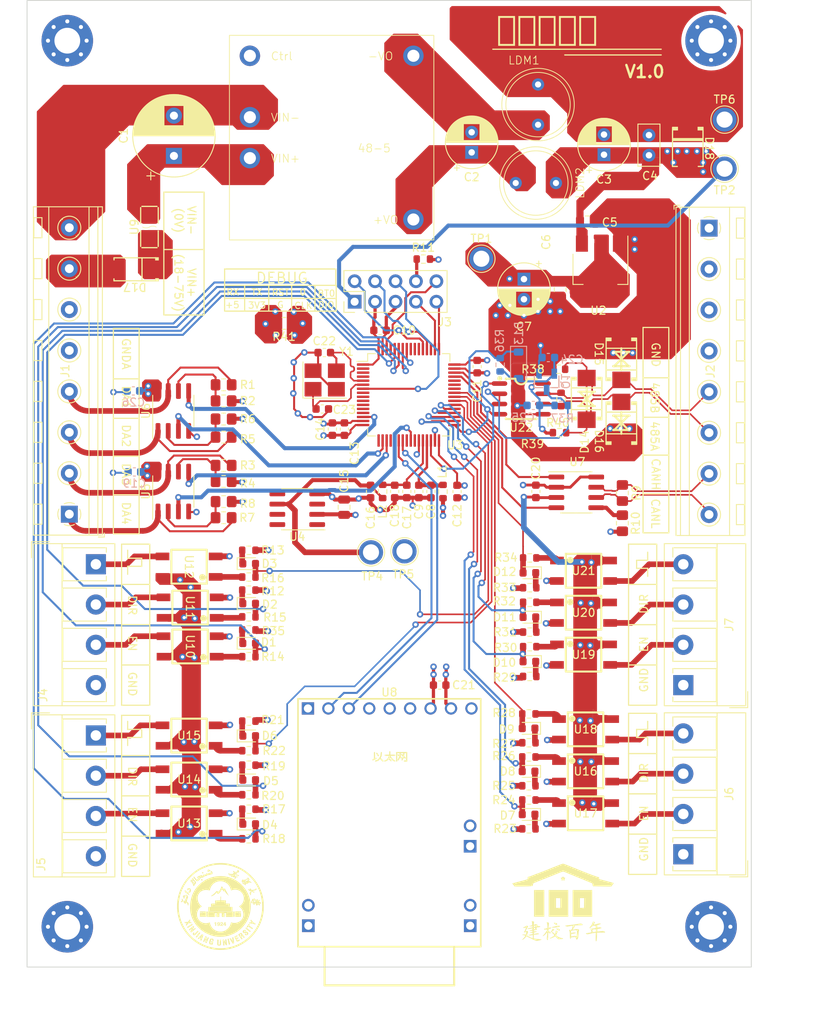
<source format=kicad_pcb>
(kicad_pcb (version 20240108) (generator "pcbnew") (generator_version "8.0")
  (layers (0 "F.Cu" signal) (1 "In1.Cu" power "GND.Cu") (2 "In2.Cu" power "POWER.Cu") (31 "B.Cu" signal) (34 "B.Paste" user) (35 "F.Paste" user) (36 "B.SilkS" user "B.Silkscreen") (37 "F.SilkS" user "F.Silkscreen") (38 "B.Mask" user) (39 "F.Mask" user) (44 "Edge.Cuts" user))
  (net 0 "")
  (net 1 "/电源/VIN")
  (net 2 "/接口/VIN-")
  (net 3 "Net-(U1-+VO)")
  (net 4 "Net-(U1--VO)")
  (net 5 "+5V")
  (net 6 "VDDA")
  (net 7 "/MCU核心/VREF+")
  (net 12 "Net-(U3-PF0)")
  (net 13 "Net-(U3-PF1)")
  (net 14 "SWCLK")
  (net 21 "SWDIO")
  (net 26 "RST")
  (net 28 "Net-(U3-VREF+)")
  (net 42 "GNDA")
  (net 43 "Net-(U6-2IN-)")
  (net 44 "Net-(U5-2IN-)")
  (net 45 "Net-(U6-1IN-)")
  (net 46 "Net-(U5-1IN-)")
  (net 47 "/MCU核心/DAC_OUT2")
  (net 48 "/MCU核心/DAC_OU1")
  (net 49 "/MCU核心/DAC_OUT4")
  (net 50 "/MCU核心/DAC_OUT3")
  (net 51 "Net-(U7-VIO)")
  (net 53 "BOOT0")
  (net 54 "Net-(J3-Pin_8)")
  (net 58 "+3V3")
  (net 59 "/MCU核心/CAN_TX")
  (net 60 "/MCU核心/CAN_RX")
  (net 62 "/接口/DAC_2")
  (net 63 "/接口/DAC_1")
  (net 64 "/接口/VIN+")
  (net 65 "/接口/DAC_4")
  (net 66 "/接口/DAC_3")
  (net 71 "/MCU核心/USART_RX")
  (net 72 "/MCU核心/USART_TX")
  (net 81 "/can总线/CAN+")
  (net 82 "/can总线/CAN-")
  (net 83 "Net-(D1-K)")
  (net 84 "Net-(D2-K)")
  (net 85 "Net-(D3-K)")
  (net 86 "Net-(D4-K)")
  (net 87 "Net-(D5-K)")
  (net 88 "Net-(D6-K)")
  (net 89 "Net-(D7-K)")
  (net 90 "Net-(D8-K)")
  (net 91 "Net-(D9-K)")
  (net 92 "Net-(D10-K)")
  (net 93 "Net-(D11-K)")
  (net 94 "Net-(D12-K)")
  (net 95 "Net-(U10-AN)")
  (net 96 "Net-(U11-AN)")
  (net 97 "Net-(U12-AN)")
  (net 98 "Net-(U13-AN)")
  (net 99 "Net-(U14-AN)")
  (net 100 "Net-(U15-AN)")
  (net 101 "Net-(U16-AN)")
  (net 102 "Net-(U17-AN)")
  (net 103 "Net-(U18-AN)")
  (net 104 "Net-(U19-AN)")
  (net 105 "Net-(U20-AN)")
  (net 106 "Net-(U21-AN)")
  (net 107 "/steper/ST_EN1")
  (net 108 "/steper/ST_DIR1")
  (net 109 "/steper/ST_PWM1")
  (net 110 "/steper/ST_EN2")
  (net 111 "/steper/ST_DIR2")
  (net 112 "/steper/ST_PWM2")
  (net 113 "/steper/ST_EN3")
  (net 114 "/steper/ST_DIR3")
  (net 115 "/steper/ST_PWM3")
  (net 116 "/steper/ST_EN4")
  (net 117 "/steper/ST_DIR4")
  (net 118 "/steper/ST_PWM4")
  (net 119 "/MCU核心/EN1")
  (net 120 "/MCU核心/DIR1")
  (net 121 "/MCU核心/PWM1")
  (net 122 "/MCU核心/EN2")
  (net 123 "/MCU核心/DIR2")
  (net 124 "/MCU核心/PWM2")
  (net 125 "/MCU核心/EN3")
  (net 126 "/MCU核心/DIR3")
  (net 127 "/MCU核心/PWM3")
  (net 128 "/MCU核心/EN4")
  (net 129 "/MCU核心/DIR4")
  (net 130 "Net-(D13-A)")
  (net 131 "Net-(Q1-C)")
  (net 132 "GND")
  (net 133 "Net-(D17-K)")
  (net 134 "/RS485/485+")
  (net 135 "/RS485/485-")
  (net 136 "UART4_TX")
  (net 137 "UART4_RX")
  (net 138 "/MCU核心/RS485_RX")
  (net 139 "/MCU核心/RS485_TX")
  (net 141 "/MCU核心/PWM4")
  (footprint "Resistor_SMD:R_0603_1608Metric" (layer "F.Cu") (at 47.562 113.14525 180)
    (property "Reference" "R22")
    (property "Value" "360R")
  )
  (footprint "TerminalBlock_RND:TerminalBlock_RND_205-00278_1x04_P5.00mm_Vertical" (layer "F.Cu") (at 28.55 90 -90)
    (property "Reference" "J4")
    (property "Value" "Screw_Terminal_01x04")
  )
  (footprint "Capacitor_SMD:C_0603_1608Metric" (layer "F.Cu") (at 57.937 73.221 90)
    (property "Reference" "C14")
    (property "Value" "4.7UF")
  )
  (footprint "TerminalBlock_RND:TerminalBlock_RND_205-00278_1x04_P5.00mm_Vertical" (layer "F.Cu") (at 101.55 126 90)
    (property "Reference" "J6")
    (property "Value" "Screw_Terminal_01x04")
  )
  (footprint "Resistor_SMD:R_0603_1608Metric" (layer "F.Cu") (at 82.464 103.927 180)
    (property "Reference" "R29")
    (property "Value" "500R")
  )
  (footprint "Capacitor_SMD:C_0603_1608Metric" (layer "F.Cu") (at 75.937 65.461 -90)
    (property "Reference" "C11")
    (property "Value" "104")
  )
  (footprint "Resistor_SMD:R_0603_1608Metric" (layer "F.Cu") (at 82.362 108.579)
    (property "Reference" "R28")
    (property "Value" "360R")
  )
  (footprint "LED_SMD:LED_0603_1608Metric" (layer "F.Cu") (at 47.602 122.243375)
    (property "Reference" "D4")
    (property "Value" "LED")
  )
  (footprint "Capacitor_THT:C_Disc_D5.0mm_W2.5mm_P2.50mm" (layer "F.Cu") (at 97.282 39.223 90)
    (property "Reference" "C4")
    (property "Value" "104_Ceramic" (hide yes))
  )
  (footprint "LED_SMD:LED_0603_1608Metric" (layer "F.Cu") (at 82.32 115.71 180)
    (property "Reference" "D8")
    (property "Value" "LED")
  )
  (footprint "Resistor_SMD:R_0805_2012Metric_Pad1.20x1.40mm_HandSolder" (layer "F.Cu") (at 93.98 84.903 -90)
    (property "Reference" "R10")
    (property "Value" "510R")
  )
  (footprint "TestPoint:TestPoint_Plated_Hole_D2.0mm" (layer "F.Cu") (at 62.738 88.519)
    (property "Reference" "TP4")
    (property "Value" "2.5V")
  )
  (footprint "Resistor_SMD:R_0603_1608Metric" (layer "F.Cu") (at 82.362 112.155 180)
    (property "Reference" "R27")
    (property "Value" "500R")
  )
  (footprint "Resistor_SMD:R_0805_2012Metric_Pad1.20x1.40mm_HandSolder" (layer "F.Cu") (at 44.425 71.97 180)
    (property "Reference" "R6")
    (property "Value" "1K" (hide yes))
  )
  (footprint "Capacitor_SMD:C_0603_1608Metric" (layer "F.Cu") (at 62.687 80.961 90)
    (property "Reference" "C16")
    (property "Value" "104")
  )
  (footprint "TerminalBlock_RND:TerminalBlock_RND_205-00278_1x04_P5.00mm_Vertical" (layer "F.Cu") (at 101.55 105 90)
    (property "Reference" "J7")
    (property "Value" "Screw_Terminal_01x04")
  )
  (footprint "LED_SMD:LED_0603_1608Metric" (layer "F.Cu") (at 82.424 96.569 180)
    (property "Reference" "D11")
    (property "Value" "LED")
  )
  (footprint "MYLibrary:MY" (layer "F.Cu") (at 33.401 53.381 180)
    (property "Reference" "D17")
    (property "Value" "SS54 60V/5A")
  )
  (footprint "Resistor_SMD:R_0603_1608Metric" (layer "F.Cu") (at 82.464 89.211)
    (property "Reference" "R34")
    (property "Value" "360R")
  )
  (footprint "Resistor_SMD:R_0603_1608Metric" (layer "F.Cu") (at 47.5595 91.587 180)
    (property "Reference" "R16")
    (property "Value" "360R")
  )
  (footprint "Resistor_SMD:R_0805_2012Metric_Pad1.20x1.40mm_HandSolder" (layer "F.Cu") (at 51.9336 60.0964 180)
    (property "Reference" "R41")
    (property "Value" "0R")
  )
  (footprint "MYLibrary:OPTO-SMD-4_L4.4-W4.1-P2.54-LS7.0-TL" (layer "F.Cu") (at 89.406 115.703)
    (property "Reference" "U17")
    (property "Value" "~")
  )
  (footprint "MYLibrary:SMB_L4.6-W3.6-LS5.3-BI" (layer "F.Cu") (at 93.853 72.4415 -90)
    (property "Reference" "D16")
    (property "Value" "~")
  )
  (footprint "Capacitor_SMD:C_0603_1608Metric" (layer "F.Cu") (at 73.437 80.971 -90)
    (property "Reference" "C12")
    (property "Value" "104")
  )
  (footprint "MYLibrary:SMB_L4.6-W3.6-LS5.3-BI" (layer "F.Cu") (at 89.535 69.469 90)
    (property "Reference" "D14")
    (property "Value" "~")
  )
  (footprint "MountingHole:MountingHole_3.2mm_M3_Pad_Via" (layer "F.Cu") (at 105 135)
    (property "Reference" "H4" (hide yes))
    (property "Value" "MountingHole_Pad" (hide yes))
  )
  (footprint "MYLibrary:URB4805YMD-10WR3" (layer "F.Cu") (at 45.15 24.3375)
    (property "Reference" "U1" (hide yes))
    (property "Value" "48V-5V")
  )
  (footprint "LOGO" (layer "F.Cu") (at 43.7896 132.6388)
    (property "Reference" "G***" (hide yes))
    (property "Value" "LOGO" (hide yes))
  )
  (footprint "LOGO" (layer "F.Cu") (at 86.614 132.2324)
    (property "Reference" "G***" (hide yes))
    (property "Value" "LOGO" (hide yes))
  )
  (footprint "TestPoint:TestPoint_Plated_Hole_D2.0mm" (layer "F.Cu") (at 106.68 40.894)
    (property "Reference" "TP2")
    (property "Value" "5V")
  )
  (footprint "LED_SMD:LED_0603_1608Metric" (layer "F.Cu") (at 47.5995 99.812)
    (property "Reference" "D1")
    (property "Value" "LED")
  )
  (footprint "Resistor_SMD:R_0805_2012Metric_Pad1.20x1.40mm_HandSolder" (layer "F.Cu") (at 44.425 67.72)
    (property "Reference" "R1")
    (property "Value" "1K")
  )
  (footprint "Resistor_SMD:R_0805_2012Metric_Pad1.20x1.40mm_HandSolder" (layer "F.Cu") (at 44.425 82.22 180)
    (property "Reference" "R8")
    (property "Value" "1K" (hide yes))
  )
  (footprint "Package_SO:SOIC-8_3.9x4.9mm_P1.27mm" (layer "F.Cu") (at 38.175 70.97 90)
    (property "Reference" "U6")
    (property "Value" "LM358")
  )
  (footprint "Capacitor_SMD:C_0805_2012Metric" (layer "F.Cu") (at 86.25 55.9 -90)
    (property "Reference" "C6")
    (property "Value" "104" (hide yes))
  )
  (footprint "MYLibrary:SOIC-8_L5.0-W4.0-P1.27-LS6.0-BL" (layer "F.Cu") (at 81.407 69.469 -90)
    (property "Reference" "U22")
    (property "Value" "~")
  )
  (footprint "MYLibrary:FUSE-SMD_L3.2-W1.6" (layer "F.Cu") (at 35.2085 48.133 90)
    (property "Reference" "U9")
    (property "Value" "48V/3A")
  )
  (footprint "Resistor_SMD:R_0603_1608Metric" (layer "F.Cu") (at 47.5595 101.473 180)
    (property "Reference" "R14")
    (property "Value" "360R")
  )
  (footprint "LED_SMD:LED_0603_1608Metric" (layer "F.Cu") (at 47.602 111.309625)
    (property "Reference" "D6")
    (property "Value" "LED")
  )
  (footprint "TerminalBlock_RND:TerminalBlock_RND_205-00278_1x04_P5.00mm_Vertical" (layer "F.Cu") (at 28.55 111.25 -90)
    (property "Reference" "J5")
    (property "Value" "Screw_Terminal_01x04")
  )
  (footprint "TestPoint:TestPoint_Plated_Hole_D2.0mm" (layer "F.Cu") (at 66.9036 88.392 90)
    (property "Reference" "TP5")
    (property "Value" "GNDA")
  )
  (footprint "Resistor_SMD:R_0603_1608Metric" (layer "F.Cu") (at 82.464 100.228)
    (property "Reference" "R30")
    (property "Value" "360R")
  )
  (footprint "LED_SMD:LED_0603_1608Metric" (layer "F.Cu") (at 82.424 91.0605 180)
    (property "Reference" "D12")
    (property "Value" "LED")
  )
  (footprint "MYLibrary:OPTO-SMD-4_L4.4-W4.1-P2.54-LS7.0-TL" (layer "F.Cu") (at 40.132 90.297 180)
    (property "Reference" "U12")
    (property "Value" "~")
  )
  (footprint "Resistor_SMD:R_0603_1608Metric" (layer "F.Cu") (at 64.187 80.961 90)
    (property "Reference" "L2")
    (property "Value" "600 R@100MHz" (hide yes))
  )
  (footprint "MYLibrary:OPTO-SMD-4_L4.4-W4.1-P2.54-LS7.0-TL" (layer "F.Cu") (at 89.154 90.805)
    (property "Reference" "U21")
    (property "Value" "~")
  )
  (footprint "Resistor_SMD:R_0603_1608Metric" (layer "F.Cu") (at 47.562 118.612125 180)
    (property "Reference" "R20")
    (property "Value" "360R")
  )
  (footprint "Resistor_SMD:R_0603_1608Metric" (layer "F.Cu") (at 82.464 98.4185 180)
    (property "Reference" "R31")
    (property "Value" "500R")
  )
  (footprint "Resistor_SMD:R_0603_1608Metric" (layer "F.Cu") (at 47.5595 96.53 180)
    (property "Reference" "R15")
    (property "Value" "360R")
  )
  (footprint "MYLibrary:OPTO-SMD-4_L4.4-W4.1-P2.54-LS7.0-TL" (layer "F.Cu") (at 40.259 100.203 180)
    (property "Reference" "U10")
    (property "Value" "~")
  )
  (footprint "Capacitor_SMD:C_0603_1608Metric" (layer "F.Cu") (at 83.23 80.953 90)
    (property "Reference" "C20")
    (property "Value" "104")
  )
  (footprint "LED_SMD:LED_0603_1608Metric" (layer "F.Cu") (at 82.424 102.0775 180)
    (property "Reference" "D10")
    (property "Value" "LED")
  )
  (footprint "Resistor_SMD:R_0603_1608Metric" (layer "F.Cu") (at 47.562 120.40775)
    (property "Reference" "R17")
    (property "Value" "500R")
  )
  (footprint "LED_SMD:LED_0603_1608Metric" (layer "F.Cu") (at 47.5995 89.926)
    (property "Reference" "D3")
    (property "Value" "LED" (hide yes))
  )
  (footprint "Resistor_SMD:R_0603_1608Metric" (layer "F.Cu") (at 82.362 119.266)
    (property "Reference" "R24")
    (property "Value" "360R")
  )
  (footprint "Capacitor_SMD:C_0805_2012Metric" (layer "F.Cu") (at 59.399 82.916 90)
    (property "Reference" "C15")
    (property "Value" "104")
  )
  (footprint "Resistor_SMD:R_0805_2012Metric_Pad1.20x1.40mm_HandSolder" (layer "F.Cu") (at 44.425 69.72 180)
    (property "Reference" "R2")
    (property "Value" "1K")
  )
  (footprint "Resistor_SMD:R_0603_1608Metric" (layer "F.Cu") (at 47.562 124.079 180)
    (property "Reference" "R18")
    (property "Value" "360R")
  )
  (footprint "Capacitor_SMD:C_0805_2012Metric" (layer "F.Cu") (at 89.662 47.498)
    (property "Reference" "C5")
    (property "Value" "104" (hide yes))
  )
  (footprint "TerminalBlock_RND:TerminalBlock_RND_205-00238_1x08_P5.08mm_Horizontal" (layer "F.Cu") (at 104.75 48.27 -90)
    (property "Reference" "J2")
    (property "Value" "Screw_Terminal_01x08" (hide yes))
  )
  (footprint "TerminalBlock_RND:TerminalBlock_RND_205-00238_1x08_P5.08mm_Horizontal" (layer "F.Cu") (at 25.25 83.78 90)
    (property "Reference" "J1")
    (property "Value" "Screw_Terminal_01x08")
  )
  (footprint "Capacitor_SMD:C_0603_1608Metric" (layer "F.Cu") (at 59.437 73.221 90)
    (property "Reference" "C13")
    (property "Value" "104")
  )
  (footprint "Resistor_SMD:R_0603_1608Metric" (layer "F.Cu") (at 82.362 122.842 180)
    (property "Reference" "R23")
    (property "Value" "500R")
  )
  (footprint "Resistor_SMD:R_0805_2012Metric_Pad1.20x1.40mm_HandSolder" (layer "F.Cu") (at 44.425 79.72 180)
    (property "Reference" "R4")
    (property "Value" "1K")
  )
  (footprint "Capacitor_SMD:C_0603_1608Metric" (layer "F.Cu") (at 63.868 60.96)
    (property "Reference" "C10")
    (property "Value" "104")
  )
  (footprint "Resistor_SMD:R_0603_1608Metric" (layer "F.Cu") (at 82.464 94.7195)
    (property "Reference" "R32")
    (property "Value" "360R")
  )
  (footprint "MountingHole:MountingHole_3.2mm_M3_Pad_Via" (layer "F.Cu") (at 25 135)
    (property "Reference" "H3" (hide yes))
    (property "Value" "MountingHole_Pad" (hide yes))
  )
  (footprint "MYLibrary:OPTO-SMD-4_L4.4-W4.1-P2.54-LS7.0-TL" (layer "F.Cu") (at 40.132 116.72 180)
    (property "Reference" "U14")
    (property "Value" "~")
  )
  (footprint "Resistor_SMD:R_0603_1608Metric" (layer "F.Cu") (at 47.5595 88.265)
    (property "Reference" "R13")
    (property "Value" "500R" (hide yes))
  )
  (footprint "Capacitor_SMD:C_0603_1608Metric" (layer "F.Cu") (at 56.937 63.721)
    (property "Reference" "C22")
    (property "Value" "104")
  )
  (footprint "Capacitor_SMD:C_0603_1608Metric" (layer "F.Cu") (at 70.187 80.961 -90)
    (property "Reference" "C8")
    (property "Value" "104")
  )
  (footprint "Capacitor_SMD:C_0603_1608Metric" (layer "F.Cu") (at 56.687 70.721)
    (property "Reference" "C23")
    (property "Value" "104")
  )
  (footprint "Resistor_SMD:R_0603_1608Metric" (layer "F.Cu") (at 47.5595 98.151)
    (property "Reference" "R35")
    (property "Value" "500R")
  )
  (footprint "Resistor_SMD:R_0805_2012Metric_Pad1.20x1.40mm_HandSolder" (layer "F.Cu") (at 44.425 84.22)
    (property "Reference" "R7")
    (property "Value" "1K" (hide yes))
  )
  (footprint "MYLibrary:OPTO-SMD-4_L4.4-W4.1-P2.54-LS7.0-TL" (layer "F.Cu") (at 89.154 96.012)
    (property "Reference" "U20")
    (property "Value" "~")
  )
  (footprint "Resistor_SMD:R_0603_1608Metric" (layer "F.Cu") (at 69.246 52.114)
    (property "Reference" "R11")
    (property "Value" "10K")
  )
  (footprint "Resistor_SMD:R_0603_1608Metric" (layer "F.Cu") (at 86.043 65.786 180)
    (property "Reference" "R38")
    (property "Value" "360R")
  )
  (footprint "MountingHole:MountingHole_3.2mm_M3_Pad_Via" (layer "F.Cu") (at 105 25)
    (property "Reference" "H2" (hide yes))
    (property "Value" "MountingHole_Pad" (hide yes))
  )
  (footprint "Package_QFP:LQFP-64_10x10mm_P0.5mm" (layer "F.Cu") (at 67.437 68.961)
    (property "Reference" "U3")
    (property "Value" "STM32G474RETx" (hide yes))
  )
  (footprint "MountingHole:MountingHole_3.2mm_M3_Pad_Via" (layer "F.Cu") (at 25 25)
    (property "Reference" "H1" (hide yes))
    (property "Value" "MountingHole_Pad" (hide yes))
  )
  (footprint "Capacitor_THT:CP_Radial_D6.3mm_P2.50mm" (layer "F.Cu") (at 91.694 39.15538 90)
    (property "Reference" "C3")
    (property "Value" "220uF_10V")
  )
  (footprint "Resistor_SMD:R_0603_1608Metric" (layer "F.Cu") (at 82.464 92.91 180)
    (property "Reference" "R33")
    (property "Value" "500R")
  )
  (footprint "Resistor_SMD:R_0603_1608Metric" (layer "F.Cu") (at 71.687 80.971 90)
    (property "Reference" "L1")
    (property "Value" "600 R@100MHz" (hide yes))
  )
  (footprint "Resistor_SMD:R_0603_1608Metric" (layer "F.Cu") (at 47.562 109.474)
    (property "Reference" "R21")
    (property "Value" "500R")
  )
  (footprint "MYLibrary:OPTO-SMD-4_L4.4-W4.1-P2.54-LS7.0-TL" (layer "F.Cu") (at 89.154 101.219)
    (property "Reference" "U19")
    (property "Value" "~")
  )
  (footprint "Resistor_SMD:R_0603_1608Metric" (layer "F.Cu") (at 47.5595 93.208)
    (property "Reference" "R12")
    (property "Value" "500R")
  )
  (footprint "MYLibrary:SMB_L4.6-W3.6-LS5.3-BI" (layer "F.Cu") (at 93.853 64.516 -90)
    (property "Reference" "D15")
    (property "Value" "~")
  )
  (footprint "Resistor_SMD:R_0603_1608Metric" (layer "F.Cu") (at 47.562 114.940875)
    (property "Reference" "R19")
    (property "Value" "500R")
  )
  (footprint "Resistor_SMD:R_0603_1608Metric" (layer "F.Cu") (at 82.36 113.922)
    (property "Reference" "R26")
    (property "Value" "360R")
  )
  (footprint "LED_SMD:LED_0603_1608Metric" (layer "F.Cu") (at 82.322 110.367 180)
    (property "Reference" "D9")
    (property "Value" "LED")
  )
  (footprint "Capacitor_SMD:C_0603_1608Metric" (layer "F.Cu") (at 65.687 80.961 90)
    (property "Reference" "C18")
    (property "Value" "1uf")
  )
  (footprint "Capacitor_SMD:C_0603_1608Metric" (layer "F.Cu") (at 71.274 105)
    (property "Reference" "C21")
    (property "Value" "104")
  )
  (footprint "Resistor_SMD:R_0603_1608Metric" (layer "F.Cu") (at 82.36 117.498 180)
    (property "Reference" "R25")
    (property "Value" "500R")
  )
  (footprint "Resistor_SMD:R_0603_1608Metric" (layer "F.Cu") (at 86.36 69.532 90)
    (property "Reference" "R40")
    (property "Value" "120R")
  )
  (footprint "MYLibrary:工字功率电感_1" (layer "F.Cu") (at 83.225 42.672)
    (property "Reference" "LDM2")
    (property "Value" "1uH")
  )
  (footprint "Capacitor_THT:CP_Radial_D6.3mm_P2.50mm" (layer "F.Cu") (at 81.75 54.6 -90)
    (property "Reference" "C7")
    (property "Value" "220uF_10V" (hide yes))
  )
  (footprint "MYLibrary:OPTO-SMD-4_L4.4-W4.1-P2.54-LS7.0-TL" (layer "F.Cu") (at 89.408 110.49)
    (property "Reference" "U18")
    (property "Value" "~")
  )
  (footprint "Capacitor_THT:CP_Radial_D6.3mm_P2.50mm" (layer "F.Cu") (at 75.25 38.86988 90)
    (property "Reference" "C2")
    (property "Value" "220uF_10V")
  )
  (footprint "Capacitor_SMD:C_0603_1608Metric" (layer "F.Cu") (at 68.687 80.961 -90)
    (property "Reference" "C9")
    (property "Value" "IUF")
  )
  (footprint "MYLibrary:OPTO-SMD-4_L4.4-W4.1-P2.54-LS7.0-TL" (layer "F.Cu") (at 40.259 95.377 180)
    (property "Reference" "U11")
    (property "Value" "~")
  )
  (footprint "Resistor_SMD:R_0805_2012Metric_Pad1.20x1.40mm_HandSolder" (layer "F.Cu") (at 44.425 74.22)
    (property "Reference" "R5")
    (property "Value" "1K" (hide yes))
  )
  (footprint "LED_SMD:LED_0603_1608Metric" (layer "F.Cu") (at 82.322 121.054 180)
    (property "Reference" "D7")
    (property "Value" "LED")
  )
  (footprint "TestPoint:TestPoint_Plated_Hole_D2.0mm" (layer "F.Cu") (at 106.68 34.798)
    (property "Reference" "TP6")
    (property "Value" "GND")
  )
  (footprint "MYLibrary:OPTO-SMD-4_L4.4-W4.1-P2.54-LS7.0-TL" (layer "F.Cu") (at 40.132 111.266 180)
    (property "Reference" "U15")
    (property "Value" "~")
  )
  (footprint "Resistor_SMD:R_0603_1608Metric" (layer "F.Cu") (at 86.17 73.66)
    (property "Reference" "R39")
    (property "Value" "360R")
  )
  (footprint "MYLibrary:ZQWL-GE145S_ZQWL-GE105S" (layer "F.Cu") (at 54.6443 107.868395)
    (property "Reference" "U8")
    (property "Value" "ZQWL-GE145S/ZQWL-GE145S")
  )
  (footprint "Resistor_SMD:R_0805_2012Metric_Pad1.20x1.40mm_HandSolder" (layer "F.Cu") (at 93.98 81.153 90)
    (property "Reference" "R9")
    (property "Value" "120R")
  )
  (footprint "Capacitor_SMD:C_0603_1608Metric" (layer "F.Cu") (at 67.187 80.961 90)
    (property "Reference" "C17")
    (property "Value" "104")
  )
  (footprint "Resistor_SMD:R_0805_2012Metric_Pad1.20x1.40mm_HandSolder" (layer "F.Cu") (at 44.425 77.724)
    (property "Reference" "R3")
    (property "Value" "1K")
  )
  (footprint "TestPoint:TestPoint_Plated_Hole_D2.0mm" (layer "F.Cu") (at 76.454 52.07)
    (property "Reference" "TP1")
    (property "Value" "3V3")
  )
  (footprint "Connector_PinHeader_2.54mm:PinHeader_2x05_P2.54mm_Vertical" (layer "F.Cu") (at 60.706 57.404 90)
    (property "Reference" "J3")
    (property "Value" "Conn_02x05_Counter_Clockwise" (hide yes))
  )
  (footprint "Package_SO:SOIC-8_3.9x4.9mm_P1.27mm" (layer "F.Cu") (at 38.175 80.97 90)
    (property "Reference" "U5")
    (property "Value" "LM358")
  )
  (footprint "Package_TO_SOT_SMD:SOT-223" (layer "F.Cu") (at 91.25 53.35 -90)
    (property "Reference" "U2")
    (property "Value" "~")
  )
  (footprint "Package_SO:SOIC-8_3.9x4.9mm_P1.27mm" (layer "F.Cu") (at 53.579 83.166 180)
    (property "Reference" "U4")
    (property "Value" "2.5V")
  )
  (footprint "Package_SO:SOIC-8_3.9x4.9mm_P1.27mm" (layer "F.Cu") (at 88.255 81.073)
    (property "Reference" "U7")
    (property "Value" "TJA1051T-3" (hide yes))
  )
  (footprint "Capacitor_THT:CP_Radial_D10.0mm_P5.00mm" (layer "F.Cu") (at 38.25 39.305177 90)
    (property "Reference" "C1")
    (property "Value" "100uF_100V")
  )
  (footprint "MYLibrary:SMB_L4.3-W3.6-LS5.4-RD" (layer "F.Cu") (at 102.108 38.354 -90)
    (property "Reference" "D18")
    (property "Value" "5V")
  )
  (footprint "Crystal:Crystal_SMD_3225-4Pin_3.2x2.5mm_HandSoldering" (layer "F.Cu") (at 56.987 67.121)
    (property "Reference" "Y1")
    (property "Value" "24M")
  )
  (footprint "MYLibrary:OPTO-SMD-4_L4.4-W4.1-P2.54-LS7.0-TL" (layer "F.Cu") (at 40.132 122.174 180)
    (property "Reference" "U13")
    (property "Value" "~")
  )
  (footprint "LED_SMD:LED_0603_1608Metric" (layer "F.Cu") (at 47.5995 94.869)
    (property "Reference" "D2")
    (property "Value" "LED")
  )
  (footprint "MYLibrary:OPTO-SMD-4_L4.4-W4.1-P2.54-LS7.0-TL" (layer "F.Cu") (at 89.408 120.917)
    (property "Reference" "U16")
    (property "Value" "~")
  )
  (footprint "MYLibrary:工字功率电感_1" (layer "F.Cu") (at 83.5 32.9375 90)
    (property "Reference" "LDM1")
    (property "Value" "1uH")
  )
  (footprint "LED_SMD:LED_0603_1608Metric" (layer "F.Cu") (at 47.602 116.7765)
    (property "Reference" "D5")
    (property "Value" "LED")
  )
  (footprint "Capacitor_SMD:C_0603_1608Metric" (layer "B.Cu") (at 33.2102 68.4784)
    (property "Reference" "C26")
    (property "Value" "104")
  )
  (footprint "Resistor_SMD:R_0603_1608Metric" (layer "B.Cu") (at 78.7908 65.2394 90)
    (property "Reference" "R36")
    (property "Value" "20K")
  )
  (footprint "Capacitor_SMD:C_0603_1608Metric" (layer "B.Cu") (at 82.9122 70.281 180)
    (property "Reference" "C25")
    (property "Value" "104")
  )
  (footprint "Diode_SMD:D_SOD-123" (layer "B.Cu") (at 81.0768 65.3024 -90)
    (property "Reference" "D13")
    (property "Value" "MBR0520")
  )
  (footprint "Capacitor_SMD:C_0603_1608Metric" (layer "B.Cu") (at 84.7796 64.3374)
    (property "Reference" "C24")
    (property "Value" "102")
  )
  (footprint "Resistor_SMD:R_0603_1608Metric" (layer "B.Cu") (at 86.3796 70.281)
    (property "Reference" "R37")
    (property "Value" "10K")
  )
  (footprint "MYLibrary:SOT-23-3_L2.9-W1.3-P1.90-LS2.4-BR" (layer "B.Cu") (at 84.5668 67.3448 90)
    (property "Reference" "Q1")
    (property "Value" "S8050")
  )
  (footprint "Capacitor_SMD:C_0603_1608Metric" (layer "B.Cu") (at 33.3378 78.5368)
    (property "Reference" "C19")
    (property "Value" "104")
  )
  (gr_line (start 99.75 71.75) (end 96.55 71.75) (stroke (width 0.15)) (layer "F.SilkS"))
  (gr_line (start 98.25 102.5) (end 94.75 102.5) (stroke (width 0.15)) (layer "F.SilkS"))
  (gr_rect (start 31.75 87.5) (end 35.25 107.5) (stroke (width 0.15)) (fill none) (layer "F.SilkS"))
  (gr_line (start 58.42 56.9976) (end 44.5516 56.9976) (stroke (width 0.15)) (layer "F.SilkS"))
  (gr_line (start 32.5 109.5) (end 32.5 110.5) (stroke (width 0.15)) (layer "F.SilkS"))
  (gr_line (start 55.7784 55.3974) (end 55.7784 58.5978) (stroke (width 0.15)) (layer "F.SilkS"))
  (gr_line (start 58.3692 53.34) (end 58.3692 55.372) (stroke (width 0.15)) (layer "F.SilkS"))
  (gr_line (start 34.25 111.5) (end 32.5 111.5) (stroke (width 0.15)) (layer "F.SilkS"))
  (gr_line (start 97.125 91.5) (end 97.125 90.5) (stroke (width 0.15)) (layer "F.SilkS"))
  (gr_line (start 32.5 110.5) (end 34.25 110.5) (stroke (width 0.15)) (layer "F.SilkS"))
  (gr_line (start 32.5 88.25) (end 32.5 89.25) (stroke (width 0.15)) (layer "F.SilkS"))
  (gr_line (start 32.5 90.25) (end 32.5 91.25) (stroke (width 0.15)) (layer "F.SilkS"))
  (gr_line (start 33.925 66.98) (end 30.725 66.98) (stroke (width 0.15)) (layer "F.SilkS"))
  (gr_rect (start 31.75 108.75) (end 35.25 128.75) (stroke (width 0.15)) (fill none) (layer "F.SilkS"))
  (gr_line (start 31.75 123.75) (end 35.25 123.75) (stroke (width 0.15)) (layer "F.SilkS"))
  (gr_line (start 33.925 76.58) (end 30.725 76.58) (stroke (width 0.15)) (layer "F.SilkS"))
  (gr_line (start 95.75 90.5) (end 95.75 89.5) (stroke (width 0.15)) (layer "F.SilkS"))
  (gr_line (start 44.5516 55.372) (end 44.5516 53.34) (stroke (width 0.15)) (layer "F.SilkS"))
  (gr_line (start 97.125 112.5) (end 97.125 111.5) (stroke (width 0.15)) (layer "F.SilkS"))
  (gr_line (start 34.25 89.25) (end 34.25 90.25) (stroke (width 0.15)) (layer "F.SilkS"))
  (gr_line (start 31.75 102.5) (end 35.25 102.5) (stroke (width 0.15)) (layer "F.SilkS"))
  (gr_line (start 32.5 111.5) (end 32.5 112.5) (stroke (width 0.15)) (layer "F.SilkS"))
  (gr_line (start 99.75 66.85) (end 96.55 66.85) (stroke (width 0.15)) (layer "F.SilkS"))
  (gr_line (start 34.25 110.5) (end 34.25 111.5) (stroke (width 0.15)) (layer "F.SilkS"))
  (gr_line (start 31.75 92.5) (end 35.25 92.5) (stroke (width 0.15)) (layer "F.SilkS"))
  (gr_line (start 32.5 89.25) (end 34.25 89.25) (stroke (width 0.15)) (layer "F.SilkS"))
  (gr_line (start 33.925 81.38) (end 30.725 81.38) (stroke (width 0.15)) (layer "F.SilkS"))
  (gr_rect (start 96.5476 60.6) (end 99.75 86.1) (stroke (width 0.15)) (fill none) (layer "F.SilkS"))
  (gr_line (start 95.75 89.5) (end 97.125 89.5) (stroke (width 0.15)) (layer "F.SilkS"))
  (gr_line (start 47.0408 58.5724) (end 47.0408 55.4228) (stroke (width 0.15)) (layer "F.SilkS"))
  (gr_line (start 36.997 50.927) (end 41.997 50.927) (stroke (width 0.15)) (layer "F.SilkS"))
  (gr_rect (start 36.997 43.802) (end 41.997 59.052) (stroke (width 0.15)) (fill none) (layer "F.SilkS"))
  (gr_line (start 50.038 55.3466) (end 50.038 58.547) (stroke (width 0.15)) (layer "F.SilkS"))
  (gr_line (start 33.925 71.88) (end 30.725 71.88) (stroke (width 0.15)) (layer "F.SilkS"))
  (gr_line (start 99.75 81.25) (end 96.55 81.25) (stroke (width 0.15)) (layer "F.SilkS"))
  (gr_line (start 98.25 92.5) (end 94.75 92.5) (stroke (width 0.15)) (layer "F.SilkS"))
  (gr_line (start 97.125 111.5) (end 95.75 111.5) (stroke (width 0.15)) (layer "F.SilkS"))
  (gr_line (start 31.75 113.75) (end 35.25 113.75) (stroke (width 0.15)) (layer "F.SilkS"))
  (gr_line (start 86.8172 26.7716) (end 98.806 26.7716) (stroke (width 0.15)) (layer "F.SilkS"))
  (gr_line (start 52.8828 55.4228) (end 52.8828 58.5216) (stroke (width 0.15)) (layer "F.SilkS"))
  (gr_line (start 98.806 26.0604) (end 77.8764 26.0604) (stroke (width 0.15)) (layer "F.SilkS"))
  (gr_line (start 31.75 118.75) (end 35.25 118.75) (stroke (width 0.15)) (layer "F.SilkS"))
  (gr_line (start 98.25 118.5) (end 94.75 118.5) (stroke (width 0.15)) (layer "F.SilkS"))
  (gr_rect (start 30.7226 60.73) (end 33.925 86.23) (stroke (width 0.15)) (fill none) (layer "F.SilkS"))
  (gr_line (start 95.75 111.5) (end 95.75 110.5) (stroke (width 0.15)) (layer "F.SilkS"))
  (gr_line (start 34.25 90.25) (end 32.5 90.25) (stroke (width 0.15)) (layer "F.SilkS"))
  (gr_line (start 99.75 76.45) (end 96.55 76.45) (stroke (width 0.15)) (layer "F.SilkS"))
  (gr_line (start 98.25 123.5) (end 94.75 123.5) (stroke (width 0.15)) (layer "F.SilkS"))
  (gr_rect (start 94.75 108.5) (end 98.25 128.5) (stroke (width 0.15)) (fill none) (layer "F.SilkS"))
  (gr_line (start 98.25 113.5) (end 94.75 113.5) (stroke (width 0.15)) (layer "F.SilkS"))
  (gr_rect (start 94.75 87.5) (end 98.25 107.5) (stroke (width 0.15)) (fill none) (layer "F.SilkS"))
  (gr_rect (start 44.5516 55.372) (end 58.42 58.5724) (stroke (width 0.15)) (fill none) (layer "F.SilkS"))
  (gr_line (start 97.125 89.5) (end 97.125 88.5) (stroke (width 0.15)) (layer "F.SilkS"))
  (gr_line (start 97.125 90.5) (end 95.75 90.5) (stroke (width 0.15)) (layer "F.SilkS"))
  (gr_line (start 97.125 110.5) (end 97.125 109.5) (stroke (width 0.15)) (layer "F.SilkS"))
  (gr_line (start 95.75 110.5) (end 97.125 110.5) (stroke (width 0.15)) (layer "F.SilkS"))
  (gr_line (start 31.75 97.5) (end 35.25 97.5) (stroke (width 0.15)) (layer "F.SilkS"))
  (gr_line (start 98.25 97.5) (end 94.75 97.5) (stroke (width 0.15)) (layer "F.SilkS"))
  (gr_line (start 44.5516 53.34) (end 58.3692 53.34) (stroke (width 0.15)) (layer "F.SilkS"))
  (gr_rect (start 20 20) (end 110 140) (stroke (width 0.1)) (fill none) (layer "Edge.Cuts"))
  (gr_text "运动控制板" (at 78.3336 25.4 0) (layer "F.SilkS") (effects (font (size 3 3) (thickness 0.5) (bold yes)) (justify left bottom)))
  (gr_text "CANH\n" (at 97.5465 76.75 270) (layer "F.SilkS") (effects (font (size 1 1)) (justify left bottom)))
  (gr_text "TX" (at 47.8028 56.6928 0) (layer "F.SilkS") (effects (font (size 0.8 0.8) (thickness 0.12)) (justify left bottom)))
  (gr_text "GND\n" (at 32.5 103.25 -90) (layer "F.SilkS") (effects (font (size 1 1)) (justify left bottom)))
  (gr_text "DIR" (at 97.25 96.25 90) (layer "F.SilkS") (effects (font (size 1 1)) (justify left bottom)))
  (gr_text "0" (at 53.7972 56.6928 0) (layer "F.SilkS") (effects (font (size 0.8 0.8) (thickness 0.12)) (justify left bottom)))
  (gr_text "GND\n" (at 32.5 124.5 -90) (layer "F.SilkS") (effects (font (size 1 1)) (justify left bottom)))
  (gr_text "GND\n" (at 97.25 106 90) (layer "F.SilkS") (effects (font (size 1 1)) (justify left bottom)))
  (gr_text "CLK" (at 53.1368 58.3692 0) (layer "F.SilkS") (effects (font (size 0.8 0.8) (thickness 0.12)) (justify left bottom)))
  (gr_text "DIR" (at 97.25 117.25 90) (layer "F.SilkS") (effects (font (size 1 1)) (justify left bottom)))
  (gr_text "DIO" (at 56.0832 58.2676 0) (layer "F.SilkS") (effects (font (size 0.8 0.8) (thickness 0.12)) (justify left bottom)))
  (gr_text "G" (at 51.0032 58.2676 0) (layer "F.SilkS") (effects (font (size 0.8 0.8) (thickness 0.12)) (justify left bottom)))
  (gr_text "DA4\n" (at 31.7215 82.170476 -90) (layer "F.SilkS") (effects (font (size 1 1)) (justify left bottom)))
  (gr_text "GNDA\n" (at 31.7215 61.825238 -90) (layer "F.SilkS") (effects (font (size 1 1)) (justify left bottom)))
  (gr_text "EN" (at 32.5 98.75 -90) (layer "F.SilkS") (effects (font (size 1 1)) (justify left bottom)))
  (gr_text "CANL\n" (at 97.5 81.75 270) (layer "F.SilkS") (effects (font (size 1 1)) (justify left bottom)))
  (gr_text "RST" (at 50.3428 56.7436 0) (layer "F.SilkS") (effects (font (size 0.8 0.8) (thickness 0.12)) (justify left bottom)))
  (gr_text "以太网" (at 62.7888 114.554 0) (layer "F.SilkS") (effects (font (size 1 1)) (justify left bottom)))
  (gr_text "DA1" (at 31.7215 67.732976 -90) (layer "F.SilkS") (effects (font (size 1 1)) (justify left bottom)))
  (gr_text "RX" (at 44.704 56.6928 0) (layer "F.SilkS") (effects (font (size 0.8 0.8) (thickness 0.12)) (justify left bottom)))
  (gr_text "485A\n" (at 97.409 72.136 270) (layer "F.SilkS") (effects (font (size 1 1)) (justify left bottom)))
  (gr_text "+5" (at 44.5516 58.2676 0) (layer "F.SilkS") (effects (font (size 0.8 0.8) (thickness 0.12)) (justify left bottom)))
  (gr_text "3V3" (at 47.3964 58.3184 0) (layer "F.SilkS") (effects (font (size 0.8 0.8) (thickness 0.12)) (justify left bottom)))
  (gr_text "VIN-\n(0V)\n" (at 38.247 47.302 270) (layer "F.SilkS") (effects (font (size 1 1)) (justify bottom)))
  (gr_text "EN" (at 32.5 120 -90) (layer "F.SilkS") (effects (font (size 1 1)) (justify left bottom)))
  (gr_text "GND\n" (at 97.25 127 90) (layer "F.SilkS") (effects (font (size 1 1)) (justify left bottom)))
  (gr_text "VIN+\n(18-75V)" (at 38.247 55.052 270) (layer "F.SilkS") (effects (font (size 1 1)) (justify bottom)))
  (gr_text "DA2\n" (at 31.7215 72.545476 -90) (layer "F.SilkS") (effects (font (size 1 1)) (justify left bottom)))
  (gr_text "BT0\n" (at 56.0324 56.8452 0) (layer "F.SilkS") (effects (font (size 0.8 0.8) (thickness 0.12)) (justify left bottom)))
  (gr_text "DEBUG" (at 48.3616 55.2196 0) (layer "F.SilkS") (effects (font (size 1.3 1.3)) (justify left bottom)))
  (gr_text "GND" (at 97.536 62.357 270) (layer "F.SilkS") (effects (font (size 1 1)) (justify left bottom)))
  (gr_text "485B" (at 97.409 67.31 270) (layer "F.SilkS") (effects (font (size 1 1)) (justify left bottom)))
  (gr_text "EN" (at 97.25 101 90) (layer "F.SilkS") (effects (font (size 1 1)) (justify left bottom)))
  (gr_text "EN" (at 97.25 122 90) (layer "F.SilkS") (effects (font (size 1 1)) (justify left bottom)))
  (gr_text "DA3\n" (at 31.7215 77.357976 -90) (layer "F.SilkS") (effects (font (size 1 1)) (justify left bottom)))
  (gr_text "DIR" (at 32.5 115 -90) (layer "F.SilkS") (effects (font (size 1 1)) (justify left bottom)))
  (gr_text "V1.0" (at 94.1324 29.718 0) (layer "F.SilkS") (effects (font (size 1.5 1.5) (thickness 0.3) (bold yes)) (justify left bottom)))
  (gr_text "DIR" (at 32.5 93.75 -90) (layer "F.SilkS") (effects (font (size 1 1)) (justify left bottom)))
  (segment (start 59.334 83.801) (end 59.399 83.866) (width 0.5) (layer "F.Cu") (net 5))
  (segment (start 60.8028 83.866) (end 59.399 83.866) (width 0.5) (layer "F.Cu") (net 5))
  (segment (start 81.73 81.653) (end 83.155 81.653) (width 0.35) (layer "F.Cu") (net 5))
  (segment (start 85.76 81.728) (end 85.78 81.708) (width 0.35) (layer "F.Cu") (net 5))
  (segment (start 60.8584 83.8708) (end 60.8076 83.8708) (width 0.5) (layer "F.Cu") (net 5))
  (segment (start 83.155 81.653) (end 83.23 81.728) (width 0.35) (layer "F.Cu") (net 5))
  (segment (start 83.23 81.728) (end 85.76 81.728) (width 0.35) (layer "F.Cu") (net 5))
  (segment (start 56.054 83.801) (end 59.334 83.801) (width 0.5) (layer "F.Cu") (net 5))
  (segment (start 60.8076 83.8708) (end 60.8028 83.866) (width 0.5) (layer "F.Cu") (net 5))
  (via (at 39.0144 91.948) (size 0.8) (drill 0.4) (layers "F.Cu" "B.Cu") (net 5))
  (via (at 38.8112 123.2408) (size 0.8) (drill 0.4) (layers "F.Cu" "B.Cu") (net 5))
  (via (at 104.013 41.275) (size 0.8) (drill 0.4) (layers "F.Cu" "B.Cu") (net 5))
  (via (at 40.2844 122.5804) (size 0.8) (drill 0.4) (layers "F.Cu" "B.Cu") (net 5))
  (via (at 88.7984 94.7928) (size 0.8) (drill 0.4) (layers "F.Cu" "B.Cu") (net 5))
  (via (at 101.981 38.735) (size 0.8) (drill 0.4) (layers "F.Cu" "B.Cu") (net 5))
  (via (at 39.4716 112.0648) (size 0.8) (drill 0.4) (layers "F.Cu" "B.Cu") (net 5))
  (via (at 89.9668 100.076) (size 0.8) (drill 0.4) (layers "F.Cu" "B.Cu") (net 5))
  (via (at 90.0684 94.8436) (size 0.8) (drill 0.4) (layers "F.Cu" "B.Cu") (net 5))
  (via (at 90.1192 89.7636) (size 0.8) (drill 0.4) (layers "F.Cu" "B.Cu") (net 5))
  (via (at 88.7476 114.5032) (size 0.8) (drill 0.4) (layers "F.Cu" "B.Cu") (net 5))
  (via (at 39.3192 101.4984) (size 0.8) (drill 0.4) (layers "F.Cu" "B.Cu") (net 5))
  (via (at 90.1192 114.5032) (size 0.8) (drill 0.4) (layers "F.Cu" "B.Cu") (net 5))
  (via (at 88.7476 100.0252) (size 0.8) (drill 0.4) (layers "F.Cu" "B.Cu") (net 5))
  (via (at 40.894 117.6528) (size 0.8) (drill 0.4) (layers "F.Cu" "B.Cu") (net 5))
  (via (at 100.33 40.132) (size 0.8) (drill 0.4) (layers "F.Cu" "B.Cu") (net 5))
  (via (at 99.568 38.735) (size 0.8) (drill 0.4) (layers "F.Cu" "B.Cu") (net 5))
  (via (at 100.838 38.735) (size 0.8) (drill 0.4) (layers "F.Cu" "B.Cu") (net 5))
  (via (at 104.394 38.735) (size 0.8) (drill 0.4) (layers "F.Cu" "B.Cu") (net 5))
  (via (at 40.7924 112.014) (size 0.8) (drill 0.4) (layers "F.Cu" "B.Cu") (net 5))
  (via (at 104.013 40.132) (size 0.8) (drill 0.4) (layers "F.Cu" "B.Cu") (net 5))
  (via (at 81.73 81.653) (size 0.8) (drill 0.4) (layers "F.Cu" "B.Cu") (net 5))
  (via (at 88.6968 109.3724) (size 0.8) (drill 0.4) (layers "F.Cu" "B.Cu") (net 5))
  (via (at 40.7924 101.6) (size 0.8) (drill 0.4) (layers "F.Cu" "B.Cu") (net 5))
  (via (at 60.8076 83.8708) (size 0.8) (drill 0.4) (layers "F.Cu" "B.Cu") (net 5))
  (via (at 39.624 117.602) (size 0.8) (drill 0.4) (layers "F.Cu" "B.Cu") (net 5))
  (via (at 34.8996 77.8256) (size 0.8) (drill 0.4) (layers "F.Cu" "B.Cu") (net 5))
  (via (at 103.251 38.735) (size 0.8) (drill 0.4) (layers "F.Cu" "B.Cu") (net 5))
  (via (at 90.424 119.7356) (size 0.8) (drill 0.4) (layers "F.Cu" "B.Cu") (net 5))
  (via (at 39.5224 96.6216) (size 0.8) (drill 0.4) (layers "F.Cu" "B.Cu") (net 5))
  (via (at 34.9504 78.994) (size 0.8) (drill 0.4) (layers "F.Cu" "B.Cu") (net 5))
  (via (at 40.3352 92.8624) (size 0.8) (drill 0.4) (layers "F.Cu" "B.Cu") (net 5))
  (via (at 89.0016 119.5832) (size 0.8) (drill 0.4) (layers "F.Cu" "B.Cu") (net 5))
  (via (at 35.052 68.834) (size 0.8) (drill 0.4) (layers "F.Cu" "B.Cu") (net 5))
  (via (at 35.052 67.8688) (size 0.8) (drill 0.4) (layers "F.Cu" "B.Cu") (net 5))
  (via (at 90.0176 109.4232) (size 0.8) (drill 0.4) (layers "F.Cu" "B.Cu") (net 5))
  (via (at 40.8432 96.7232) (size 0.8) (drill 0.4) (layers "F.Cu" "B.Cu") (net 5))
  (via (at 88.9508 89.7128) (size 0.8) (drill 0.4) (layers "F.Cu" "B.Cu") (net 5))
  (segment (start 34.4424 68.4784) (end 35.052 67.8688) (width 0.25) (layer "B.Cu") (net 5))
  (segment (start 69.6976 50.5968) (end 72.3392 47.9552) (width 0.5) (layer "B.Cu") (net 5))
  (segment (start 58.7756 52.324) (end 60.5028 50.5968) (width 0.5) (layer "B.Cu") (net 5))
  (segment (start 34.1128 78.5368) (end 34.1884 78.5368) (width 0.25) (layer "B.Cu") (net 5))
  (segment (start 34.1884 78.5368) (end 34.8996 77.8256) (width 0.25) (layer "B.Cu") (net 5))
  (segment (start 33.9852 68.4784) (end 34.4424 68.4784) (width 0.25) (layer "B.Cu") (net 5))
  (segment (start 58.7756 55.4736) (end 58.7756 52.324) (width 0.5) (layer "B.Cu") (net 5))
  (segment (start 34.1128 78.5368) (end 34.4932 78.5368) (width 0.25) (layer "B.Cu") (net 5))
  (segment (start 60.5028 50.5968) (end 69.6976 50.5968) (width 0.5) (layer "B.Cu") (net 5))
  (segment (start 34.4932 78.5368) (end 34.9504 78.994) (width 0.25) (layer "B.Cu") (net 5))
  (segment (start 81.73 81.653) (end 81.73 85.4384) (width 0.7) (layer "B.Cu") (net 5))
  (segment (start 81.73 85.4384) (end 86.0044 89.7128) (width 0.7) (layer "B.Cu") (net 5))
  (segment (start 99.6188 47.9552) (end 106.68 40.894) (width 0.5) (layer "B.Cu") (net 5))
  (segment (start 60.706 57.404) (end 58.7756 55.4736) (width 0.5) (layer "B.Cu") (net 5))
  (segment (start 33.9852 68.4784) (end 34.6964 68.4784) (width 0.25) (layer "B.Cu") (net 5))
  (segment (start 34.6964 68.4784) (end 35.052 68.834) (width 0.25) (layer "B.Cu") (net 5))
  (segment (start 72.3392 47.9552) (end 99.6188 47.9552) (width 0.5) (layer "B.Cu") (net 5))
  (segment (start 86.0044 89.7128) (end 88.9508 89.7128) (width 0.7) (layer "B.Cu") (net 5))
  (segment (start 70.222 80.221) (end 70.187 80.186) (width 0.5) (layer "F.Cu") (net 6))
  (segment (start 69.687 77.971) (end 68.687 78.971) (width 0.3) (layer "F.Cu") (net 6))
  (segment (start 68.722 80.186) (end 70.187 80.186) (width 0.4) (layer "F.Cu") (net 6))
  (segment (start 68.687 80.221) (end 68.722 80.186) (width 0.4) (layer "F.Cu") (net 6))
  (segment (start 70.187 80.186) (end 70.187 80.286) (width 0.2) (layer "F.Cu") (net 6))
  (segment (start 68.687 78.971) (end 68.687 80.186) (width 0.3) (layer "F.Cu") (net 6))
  (segment (start 69.687 74.636) (end 69.687 77.971) (width 0.3) (layer "F.Cu") (net 6))
  (segment (start 71.687 80.221) (end 70.222 80.221) (width 0.5) (layer "F.Cu") (net 6))
  (segment (start 70.187 80.186) (end 68.687 80.186) (width 0.5) (layer "F.Cu") (net 6))
  (segment (start 71.687 80.146) (end 71.687 80.221) (width 0.25) (layer "F.Cu") (net 6))
  (segment (start 68.687 80.186) (end 68.687 80.221) (width 0.25) (layer "F.Cu") (net 6))
  (segment (start 61.437 80.221) (end 62.722 80.221) (width 0.5) (layer "F.Cu") (net 7))
  (segment (start 54.5338 88.519) (end 53.2892 87.2744) (width 0.7) (layer "F.Cu") (net 7))
  (segment (start 60.7688 79.5528) (end 61.437 80.221) (width 0.5) (layer "F.Cu") (net 7))
  (segment (start 62.687 80.186) (end 62.687 80.286) (width 0.3) (layer "F.Cu") (net 7))
  (segment (start 62.722 80.221) (end 62.687 80.186) (width 0.5) (layer "F.Cu") (net 7))
  (segment (start 53.2892 87.2744) (end 53.2892 83.3248) (width 0.7) (layer "F.Cu") (net 7))
  (segment (start 51.104 82.531) (end 52.4954 82.531) (width 0.5) (layer "F.Cu") (net 7))
  (segment (start 52.4954 82.531) (end 55.4736 79.5528) (width 0.5) (layer "F.Cu") (net 7))
  (segment (start 62.687 80.286) (end 64.187 81.786) (width 0.3) (layer "F.Cu") (net 7))
  (segment (start 62.738 88.519) (end 54.5338 88.519) (width 0.7) (layer "F.Cu") (net 7))
  (segment (start 55.4736 79.5528) (end 60.7688 79.5528) (width 0.5) (layer "F.Cu") (net 7))
  (segment (start 53.2892 83.3248) (end 52.4954 82.531) (width 0.7) (layer "F.Cu") (net 7))
  (segment (start 60.198 66.280944) (end 60.198 66.430944) (width 0.2) (layer "F.Cu") (net 12))
  (segment (start 59.3522 63.721) (end 60.198 64.5668) (width 0.2) (layer "F.Cu") (net 12))
  (segment (start 60.198 66.430944) (end 60.198 66.802) (width 0.2) (layer "F.Cu") (net 12))
  (segment (start 60.648 65.680944) (end 60.648 65.830944) (width 0.2) (layer "F.Cu") (net 12))
  (segment (start 60.198 64.5668) (end 60.198 65.230944) (width 0.2) (layer "F.Cu") (net 12))
  (segment (start 60.198 66.802) (end 60.607 67.211) (width 0.2) (layer "F.Cu") (net 12))
  (segment (start 60.607 67.211) (end 61.762 67.211) (width 0.2) (layer "F.Cu") (net 12))
  (segment (start 58.437 64.446) (end 58.437 65.971) (width 0.25) (layer "F.Cu") (net 12))
  (segment (start 57.712 63.721) (end 59.3522 63.721) (width 0.2) (layer "F.Cu") (net 12))
  (segment (start 57.712 63.721) (end 58.437 64.446) (width 0.25) (layer "F.Cu") (net 12))
  (arc (start 60.648 65.830944) (mid 60.582099 65.990043) (end 60.423 66.055944) (width 0.2) (layer "F.Cu") (net 12))
  (arc (start 60.423 65.455944) (mid 60.582099 65.521845) (end 60.648 65.680944) (width 0.2) (layer "F.Cu") (net 12))
  (arc (start 60.198 65.230944) (mid 60.263901 65.390043) (end 60.423 65.455944) (width 0.2) (layer "F.Cu") (net 12))
  (arc (start 60.423 66.055944) (mid 60.263901 66.121845) (end 60.198 66.280944) (width 0.2) (layer "F.Cu") (net 12))
  (segment (start 55.912 70.721) (end 55.912 70.2244) (width 0.2) (layer "F.Cu") (net 13))
  (segment (start 59.8424 69.7484) (end 60.2488 69.342) (width 0.2) (layer "F.Cu") (net 13))
  (segment (start 55.912 70.2244) (end 56.388 69.7484) (width 0.2) (layer "F.Cu") (net 13))
  (segment (start 60.2488 69.342) (end 60.2488 68.2752) (width 0.2) (layer "F.Cu") (net 13))
  (segment (start 56.388 69.7484) (end 59.8424 69.7484) (width 0.2) (layer "F.Cu") (net 13))
  (segment (start 60.2488 68.2752) (end 60.813 67.711) (width 0.2) (layer "F.Cu") (net 13))
  (segment (start 60.813 67.711) (end 61.762 67.711) (width 0.2) (layer "F.Cu") (net 13))
  (segment (start 55.537 70.346) (end 55.537 68.271) (width 0.2) (layer "F.Cu") (net 13))
  (segment (start 55.537 68.271) (end 55.687 68.271) (width 0.25) (layer "F.Cu") (net 13))
  (segment (start 55.912 70.721) (end 55.537 70.346) (width 0.2) (layer "F.Cu") (net 13))
  (segment (start 70.687 59.765) (end 70.687 63.286) (width 0.25) (layer "F.Cu") (net 14))
  (segment (start 68.326 57.404) (end 70.687 59.765) (width 0.25) (layer "F.Cu") (net 14))
  (segment (start 71.187 57.725) (end 71.187 63.286) (width 0.25) (layer "F.Cu") (net 21))
  (segment (start 70.866 57.404) (end 71.187 57.725) (width 0.25) (layer "F.Cu") (net 21))
  (segment (start 68.58 68.2244) (end 68.5666 68.211) (width 0.25) (layer "F.Cu") (net 26))
  (segment (start 68.5666 68.211) (end 61.762 68.211) (width 0.25) (layer "F.Cu") (net 26))
  (via (at 68.58 68.2244) (size 0.8) (drill 0.4) (layers "F.Cu" "B.Cu") (net 26))
  (segment (start 68.58 68.2244) (end 69.596 68.2244) (width 0.25) (layer "B.Cu") (net 26))
  (segment (start 71.12 66.7004) (end 71.12 63.5508) (width 0.25) (layer "B.Cu") (net 26))
  (segment (start 67.1068 59.5376) (end 67.1068 56.1848) (width 0.25) (layer "B.Cu") (net 26))
  (segment (start 71.12 63.5508) (end 67.1068 59.5376) (width 0.25) (layer "B.Cu") (net 26))
  (segment (start 69.596 68.2244) (end 71.12 66.7004) (width 0.25) (layer "B.Cu") (net 26))
  (segment (start 67.1068 56.1848) (end 65.786 54.864) (width 0.25) (layer "B.Cu") (net 26))
  (segment (start 67.187 79.471) (end 67.187 80.186) (width 0.25) (layer "F.Cu") (net 28))
  (segment (start 67.137 80.136) (end 67.187 80.186) (width 0.3) (layer "F.Cu") (net 28))
  (segment (start 69.187 74.636) (end 69.187 77.471) (width 0.25) (layer "F.Cu") (net 28))
  (segment (start 69.187 77.471) (end 67.187 79.471) (width 0.25) (layer "F.Cu") (net 28))
  (segment (start 64.187 80.136) (end 67.137 80.136) (width 0.3) (layer "F.Cu") (net 28))
  (segment (start 45.4622 71.9328) (end 45.425 71.97) (width 0.5) (layer "F.Cu") (net 42))
  (segment (start 62.687 82.4482) (end 63.5 83.2612) (width 0.5) (layer "F.Cu") (net 42))
  (segment (start 61.0868 81.966) (end 61.214 81.8388) (width 0.5) (layer "F.Cu") (net 42))
  (segment (start 58.2424 81.966) (end 59.237 81.966) (width 0.5) (layer "F.Cu") (net 42))
  (segment (start 46.7868 69.7484) (end 45.4534 69.7484) (width 0.5) (layer "F.Cu") (net 42))
  (segment (start 68.687 76.093) (end 68.687 74.636) (width 0.25) (layer "F.Cu") (net 42))
  (segment (start 46.7868 82.2452) (end 45.4502 82.2452) (width 0.5) (layer "F.Cu") (net 42))
  (segment (start 57.912 81.6356) (end 58.2424 81.966) (width 0.5) (layer "F.Cu") (net 42))
  (segment (start 62.687 81.736) (end 62.687 82.4482) (width 0.5) (layer "F.Cu") (net 42))
  (segment (start 40.803 74.168) (end 40.08 73.445) (width 0.25) (layer "F.Cu") (net 42))
  (segment (start 45.4502 82.2452) (end 45.425 82.22) (width 0.5) (layer "F.Cu") (net 42))
  (segment (start 41.0464 83.5152) (end 40.1502 83.5152) (width 0.25) (layer "F.Cu") (net 42))
  (segment (start 68.4276 76.3524) (end 68.687 76.093) (width 0.25) (layer "F.Cu") (net 42))
  (segment (start 59.399 81.966) (end 61.0868 81.966) (width 0.5) (layer "F.Cu") (net 42))
  (segment (start 45.5118 79.8068) (end 45.425 79.72) (width 0.5) (layer "F.Cu") (net 42))
  (segment (start 41.0972 74.168) (end 40.803 74.168) (width 0.25) (layer "F.Cu") (net 42))
  (segment (start 45.3136 71.8586) (end 45.425 71.97) (width 0.25) (layer "F.Cu") (net 42))
  (segment (start 46.7868 71.9328) (end 45.4622 71.9328) (width 0.5) (layer "F.Cu") (net 42))
  (segment (start 45.4534 69.7484) (end 45.425 69.72) (width 0.5) (layer "F.Cu") (net 42))
  (segment (start 63.8556 83.2612) (end 64.8208 83.2612) (width 0.5) (layer "F.Cu") (net 42))
  (segment (start 67.1576 81.7654) (end 67.187 81.736) (width 0.5) (layer "F.Cu") (net 42))
  (segment (start 63.5 83.2612) (end 63.8556 83.2612) (width 0.5) (layer "F.Cu") (net 42))
  (segment (start 64.8208 83.2612) (end 65.687 82.395) (width 0.5) (layer "F.Cu") (net 42))
  (segment (start 65.687 81.736) (end 67.9196 81.736) (width 0.5) (layer "F.Cu") (net 42))
  (segment (start 46.736 79.8068) (end 45.5118 79.8068) (width 0.5) (layer "F.Cu") (net 42))
  (segment (start 68.6816 81.7414) (end 68.687 81.736) (width 0.5) (layer "F.Cu") (net 42))
  (segment (start 67.9196 82.7024) (end 67.9196 81.736) (width 0.25) (layer "F.Cu") (net 42))
  (segment (start 55.892 81.261) (end 57.5374 81.261) (width 0.5) (layer "F.Cu") (net 42))
  (segment (start 57.5374 81.261) (end 57.912 81.6356) (width 0.5) (layer "F.Cu") (net 42))
  (segment (start 40.1502 83.5152) (end 40.08 83.445) (width 0.25) (layer "F.Cu") (net 42))
  (segment (start 61.3168 81.736) (end 62.687 81.736) (width 0.5) (layer "F.Cu") (net 42))
  (segment (start 65.687 82.395) (end 65.687 81.736) (width 0.5) (layer "F.Cu") (net 42))
  (segment (start 67.9196 81.736) (end 70.187 81.736) (width 0.5) (layer "F.Cu") (net 42))
  (segment (start 61.214 81.8388) (end 61.3168 81.736) (width 0.5) (layer "F.Cu") (net 42))
  (segment (start 59.4868 81.8782) (end 59.399 81.966) (width 0.5) (layer "F.Cu") (net 42))
  (via (at 41.0464 83.5152) (size 0.8) (drill 0.4) (layers "F.Cu" "B.Cu") (net 42))
  (via (at 50.8508 58.6232) (size 0.8) (drill 0.4) (layers "F.Cu" "B.Cu") (net 42))
  (via (at 46.7868 69.7484) (size 0.8) (drill 0.4) (layers "F.Cu" "B.Cu") (net 42))
  (via (at 50.9016 61.5696) (size 0.8) (drill 0.4) (layers "F.Cu" "B.Cu") (net 42))
  (via (at 30.734 68.6308) (size 0.8) (drill 0.4) (layers "F.Cu" "B.Cu") (net 42))
  (via (at 68.4276 76.3524) (size 0.8) (drill 0.4) (layers "F.Cu" "B.Cu") (net 42))
  (via (at 57.912 81.6356) (size 0.8) (drill 0.4) (layers "F.Cu" "B.Cu") (net 42))
  (via (at 67.9196 82.7024) (size 0.8) (drill 0.4) (layers "F.Cu" "B.Cu") (net 42))
  (via (at 41.0972 74.168) (size 0.8) (drill 0.4) (layers "F.Cu" "B.Cu") (net 42))
  (via (at 30.6832 78.6384) (size 0.8) (drill 0.4) (layers "F.Cu" "B.Cu") (net 42))
  (via (at 61.214 81.8388) (size 0.8) (drill 0.4) (layers "F.Cu" "B.Cu") (net 42))
  (via (at 46.7868 82.2452) (size 0.8) (drill 0.4) (layers "F.Cu" "B.Cu") (net 42))
  (via (at 46.7868 71.9328) (size 0.8) (drill 0.4) (layers "F.Cu" "B.Cu") (net 42))
  (via (at 63.8556 83.2612) (size 0.8) (drill 0.4) (layers "F.Cu" "B.Cu") (net 42))
  (via (at 49.6316 60.1472) (size 0.8) (drill 0.4) (layers "F.Cu" "B.Cu") (net 42))
  (via (at 46.736 79.8068) (size 0.8) (drill 0.4) (layers "F.Cu" "B.Cu") (net 42))
  (segment (start 32.2828 68.6308) (end 32.4352 68.4784) (width 0.25) (layer "B.Cu") (net 42))
  (segment (start 32.4612 78.6384) (end 32.5628 78.5368) (width 0.25) (layer "B.Cu") (net 42))
  (segment (start 30.734 68.6308) (end 32.2828 68.6308) (width 0.25) (layer "B.Cu") (net 42))
  (segment (start 30.6832 78.6384) (end 32.4612 78.6384) (width 0.25) (layer "B.Cu") (net 42))
  (segment (start 43.0784 66.4464) (end 39.6748 66.4464) (width 0.25) (layer "F.Cu") (net 43))
  (segment (start 39.6748 66.4464) (end 38.81 67.3112) (width 0.25) (layer "F.Cu") (net 43))
  (segment (start 43.425 67.72) (end 43.425 66.793) (width 0.25) (layer "F.Cu") (net 43))
  (segment (start 38.81 67.3112) (end 38.81 68.495) (width 0.25) (layer "F.Cu") (net 43))
  (segment (start 43.425 69.72) (end 43.425 67.72) (width 0.25) (layer "F.Cu") (net 43))
  (segment (start 43.425 66.793) (end 43.0784 66.4464) (width 0.25) (layer "F.Cu") (net 43))
  (segment (start 38.81 78.495) (end 38.81 77.520001) (width 0.25) (layer "F.Cu") (net 44))
  (segment (start 42.4098 76.9548) (end 43.425 77.97) (width 0.25) (layer "F.Cu") (net 44))
  (segment (start 43.425 77.97) (end 43.425 79.72) (width 0.25) (layer "F.Cu") (net 44))
  (segment (start 39.375201 76.9548) (end 42.4098 76.9548) (width 0.25) (layer "F.Cu") (net 44))
  (segment (start 38.81 77.520001) (end 39.375201 76.9548) (width 0.25) (layer "F.Cu") (net 44))
  (segment (start 37.54 73.445) (end 37.54 74.419999) (width 0.25) (layer "F.Cu") (net 45))
  (segment (start 37.54 74.419999) (end 38.304001 75.184) (width 0.25) (layer "F.Cu") (net 45))
  (segment (start 42.461 75.184) (end 43.425 74.22) (width 0.25) (layer "F.Cu") (net 45))
  (segment (start 38.304001 75.184) (end 42.461 75.184) (width 0.25) (layer "F.Cu") (net 45))
  (segment (start 43.425 71.97) (end 43.425 74.22) (width 0.25) (layer "F.Cu") (net 45))
  (segment (start 42.3518 85.2932) (end 38.354 85.2932) (width 0.25) (layer "F.Cu") (net 46))
  (segment (start 43.425 84.22) (end 42.3518 85.2932) (width 0.25) (layer "F.Cu") (net 46))
  (segment (start 38.354 85.2932) (end 37.54 84.4792) (width 0.25) (layer "F.Cu") (net 46))
  (segment (start 43.425 82.22) (end 43.425 84.22) (width 0.25) (layer "F.Cu") (net 46))
  (segment (start 37.54 84.4792) (end 37.54 83.445) (width 0.25) (layer "F.Cu") (net 46))
  (segment (start 40.08 78.495) (end 40.08 80.0088) (width 0.5) (layer "F.Cu") (net 47))
  (segment (start 40.08 80.0088) (end 40.0812 80.01) (width 0.25) (layer "F.Cu") (net 47))
  (segment (start 64.687 76.358521) (end 64.687 74.636) (width 0.25) (layer "F.Cu") (net 47))
  (segment (start 40.0812 80.01) (end 40.08 80.0112) (width 0.25) (layer "F.Cu") (net 47))
  (segment (start 64.57779 76.467731) (end 64.687 76.358521) (width 0.25) (layer "F.Cu") (net 47))
  (segment (start 40.08 80.0112) (end 40.08 80.0596) (width 0.25) (layer "F.Cu") (net 47))
  (via (at 64.57779 76.467731) (size 0.8) (drill 0.4) (layers "F.Cu" "B.Cu") (net 47))
  (via (at 40.0812 80.01) (size 0.8) (drill 0.4) (layers "F.Cu" "B.Cu") (net 47))
  (segment (start 62.23 78.824482) (end 62.23 78.8416) (width 0.5) (layer "B.Cu") (net 47))
  (segment (start 64.57779 76.467731) (end 64.57779 76.476692) (width 0.5) (layer "B.Cu") (net 47))
  (segment (start 41.1344 78.9568) (end 40.0812 80.01) (width 0.5) (layer "B.Cu") (net 47))
  (segment (start 62.23 78.8416) (end 62.1148 78.9568) (width 0.5) (layer "B.Cu") (net 47))
  (segment (start 62.1148 78.9568) (end 41.1344 78.9568) (width 0.5) (layer "B.Cu") (net 47))
  (segment (start 64.57779 76.476692) (end 62.23 78.824482) (width 0.5) (layer "B.Cu") (net 47))
  (segment (start 38.81 81.6876) (end 38.8112 81.6864) (width 0.25) (layer "F.Cu") (net 48))
  (segment (start 38.81 83.445) (end 38.81 81.6876) (width 0.5) (layer "F.Cu") (net 48))
  (segment (start 67.687 73.5798) (end 67.1576 73.0504) (width 0.25) (layer "F.Cu") (net 48))
  (segment (start 67.687 74.636) (end 67.687 73.5798) (width 0.25) (layer "F.Cu") (net 48))
  (via (at 38.8112 81.6864) (size 0.8) (drill 0.4) (layers "F.Cu" "B.Cu") (net 48))
  (via (at 67.1576 73.0504) (size 0.8) (drill 0.4) (layers "F.Cu" "B.Cu") (net 48))
  (segment (start 67.1576 73.0504) (end 66.4464 73.0504) (width 0.5) (layer "B.Cu") (net 48))
  (segment (start 57.485518 80.86) (end 42.4824 80.86) (width 0.5) (layer "B.Cu") (net 48))
  (segment (start 41.656 81.6864) (end 38.8112 81.6864) (width 0.5) (layer "B.Cu") (net 48))
  (segment (start 57.559918 80.7856) (end 57.485518 80.86) (width 0.5) (layer "B.Cu") (net 48))
  (segment (start 65.6844 77.8764) (end 62.7008 80.86) (width 0.5) (layer "B.Cu") (net 48))
  (segment (start 58.338482 80.86) (end 58.264082 80.7856) (width 0.5) (layer "B.Cu") (net 48))
  (segment (start 58.264082 80.7856) (end 57.559918 80.7856) (width 0.5) (layer "B.Cu") (net 48))
  (segment (start 42.4824 80.86) (end 41.656 81.6864) (width 0.5) (layer "B.Cu") (net 48))
  (segment (start 65.6844 73.8124) (end 65.6844 77.8764) (width 0.5) (layer "B.Cu") (net 48))
  (segment (start 66.4464 73.0504) (end 65.6844 73.8124) (width 0.5) (layer "B.Cu") (net 48))
  (segment (start 62.7008 80.86) (end 58.338482 80.86) (width 0.5) (layer "B.Cu") (net 48))
  (segment (start 61.762 71.711) (end 63.0242 71.711) (width 0.25) (layer "F.Cu") (net 49))
  (segment (start 63.0428 71.7296) (end 63.1444 71.7296) (width 0.25) (layer "F.Cu") (net 49))
  (segment (start 63.1444 71.8312) (end 63.0428 71.7296) (width 0.25) (layer "F.Cu") (net 49))
  (segment (start 40.132 70.2564) (end 40.0812 70.2056) (width 0.25) (layer "F.Cu") (net 49))
  (segment (start 40.08 70.2044) (end 40.0812 70.2056) (width 0.25) (layer "F.Cu") (net 49))
  (segment (start 40.08 68.495) (end 40.08 70.2044) (width 0.5) (layer "F.Cu") (net 49))
  (segment (start 63.0242 71.711) (end 63.0428 71.7296) (width 0.25) (layer "F.Cu") (net 49))
  (segment (start 40.0812 70.2564) (end 40.132 70.2564) (width 0.25) (layer "F.Cu") (net 49))
  (segment (start 40.0812 70.2056) (end 40.0812 70.2564) (width 0.25) (layer "F.Cu") (net 49))
  (segment (start 63.1444 71.7296) (end 63.1444 71.8312) (width 0.25) (layer "F.Cu") (net 49))
  (via (at 40.0812 70.2564) (size 0.8) (drill 0.4) (layers "F.Cu" "B.Cu") (net 49))
  (via (at 63.1444 71.7296) (size 0.8) (drill 0.4) (layers "F.Cu" "B.Cu") (net 49))
  (segment (start 60.198 75.5904) (end 63.1444 72.644) (width 0.5) (layer "B.Cu") (net 49))
  (segment (start 40.5384 70.7136) (end 47.1424 70.7136) (width 0.5) (layer "B.Cu") (net 49))
  (segment (start 52.0192 75.5904) (end 60.198 75.5904) (width 0.5) (layer "B.Cu") (net 49))
  (segment (start 47.1424 70.7136) (end 52.0192 75.5904) (width 0.5) (layer "B.Cu") (net 49))
  (segment (start 63.1444 72.644) (end 63.1444 71.7296) (width 0.5) (layer "B.Cu") (net 49))
  (segment (start 40.0812 70.2564) (end 40.5384 70.7136) (width 0.5) (layer "B.Cu") (net 49))
  (segment (start 38.81 73.445) (end 38.81 71.68) (width 0.5) (layer "F.Cu") (net 50))
  (segment (start 63.6016 76.2508) (end 64.187 75.6654) (width 0.25) (layer "F.Cu") (net 50))
  (segment (start 38.862 71.628) (end 38.8112 71.6788) (width 0.25) (layer "F.Cu") (net 50))
  (segment (start 38.8112 71.6788) (end 38.8112 71.628) (width 0.25) (layer "F.Cu") (net 50))
  (segment (start 38.8112 71.628) (end 38.862 71.628) (width 0.25) (layer "F.Cu") (net 50))
  (segment (start 64.187 75.6654) (end 64.187 74.636) (width 0.25) (layer "F.Cu") (net 50))
  (segment (start 38.81 71.68) (end 38.8112 71.6788) (width 0.25) (layer "F.Cu") (net 50))
  (via (at 38.8112 71.628) (size 0.8) (drill 0.4) (layers "F.Cu" "B.Cu") (net 50))
  (via (at 63.6016 76.2508) (size 0.8) (drill 0.4) (layers "F.Cu" "B.Cu") (net 50))
  (segment (start 45.5676 73.2536) (end 40.4368 73.2536) (width 0.5) (layer "B.Cu") (net 50))
  (segment (start 60.8584 77.724) (end 50.038 77.724) (width 0.5) (layer "B.Cu") (net 50))
  (segment (start 50.038 77.724) (end 45.5676 73.2536) (width 0.5) (layer "B.Cu") (net 50))
  (segment (start 63.6016 76.2508) (end 62.3316 76.2508) (width 0.5) (layer "B.Cu") (net 50))
  (segment (start 40.4368 73.2536) (end 38.8112 71.628) (width 0.5) (layer "B.Cu") (net 50))
  (segment (start 62.3316 76.2508) (end 60.8584 77.724) (width 0.5) (layer "B.Cu") (net 50))
  (segment (start 91.9696 82.978) (end 92.8946 83.903) (width 0.5) (layer "F.Cu") (net 51))
  (segment (start 92.8946 83.903) (end 93.98 83.903) (width 0.5) (layer "F.Cu") (net 51))
  (segment (start 90.73 82.978) (end 91.9696 82.978) (width 0.5) (layer "F.Cu") (net 51))
  (segment (start 67.0052 58.674) (end 67.0052 56.9468) (width 0.25) (layer "F.Cu") (net 53))
  (segment (start 65.4304 61.431652) (end 65.4304 60.2488) (width 0.25) (layer "F.Cu") (net 53))
  (segment (start 67.0052 56.9468) (end 67.723 56.229) (width 0.25) (layer "F.Cu") (net 53))
  (segment (start 67.723 56.229) (end 69.501 56.229) (width 0.25) (layer "F.Cu") (net 53))
  (segment (start 69.501 56.229) (end 70.866 54.864) (width 0.25) (layer "F.Cu") (net 53))
  (segment (start 64.687 63.286) (end 64.687 62.175052) (width 0.25) (layer "F.Cu") (net 53))
  (segment (start 64.687 62.175052) (end 65.4304 61.431652) (width 0.25) (layer "F.Cu") (net 53))
  (segment (start 65.4304 60.2488) (end 67.0052 58.674) (width 0.25) (layer "F.Cu") (net 53))
  (segment (start 68.421 52.114) (end 68.421 54.769) (width 0.4) (layer "F.Cu") (net 54))
  (segment (start 68.421 54.769) (end 68.326 54.864) (width 0.4) (layer "F.Cu") (net 54))
  (segment (start 84.0232 73.2028) (end 84.5312 73.7108) (width 0.4) (layer "F.Cu") (net 58))
  (segment (start 59.437 73.996) (end 59.862 73.996) (width 0.25) (layer "F.Cu") (net 58))
  (segment (start 92.5068 85.9536) (end 93.9294 85.9536) (width 0.5) (layer "F.Cu") (net 58))
  (segment (start 63.246 57.404) (end 63.246 59.3344) (width 0.4) (layer "F.Cu") (net 58))
  (segment (start 63.687 64.4814) (end 63.687 63.286) (width 0.25) (layer "F.Cu") (net 58))
  (segment (start 57.8732 73.9648) (end 59.3732 73.9648) (width 0.35) (layer "F.Cu") (net 58))
  (segment (start 73.437 78.721) (end 71.187 76.471) (width 0.25) (layer "F.Cu") (net 58))
  (segment (start 72.049 107.263095) (end 72.6843 107.898395) (width 0.4) (layer "F.Cu") (net 58))
  (segment (start 60.198 73.3552) (end 60.8422 72.711) (width 0.25) (layer "F.Cu") (net 58))
  (segment (start 72.0344 104.9854) (end 72.049 105) (width 0.4) (layer "F.Cu") (net 58))
  (segment (start 71.187 76.471) (end 71.187 74.636) (width 0.25) (layer "F.Cu") (net 58))
  (segment (start 85.2942 73.7108) (end 85.345 73.66) (width 0.4) (layer "F.Cu") (net 58))
  (segment (start 77.1476 64.686) (end 77.1652 64.6684) (width 0.4) (layer "F.Cu") (net 58))
  (segment (start 63.246 59.3344) (end 63.093 59.4874) (width 0.4) (layer "F.Cu") (net 58))
  (segment (start 62.9574 65.211) (end 63.687 64.4814) (width 0.25) (layer "F.Cu") (net 58))
  (segment (start 72.0344 103.6828) (end 72.0344 104.9854) (width 0.4) (layer "F.Cu") (net 58))
  (segment (start 84.5312 73.7108) (end 85.2942 73.7108) (width 0.4) (layer "F.Cu") (net 58))
  (segment (start 73.112 65.211) (end 74.489 65.211) (width 0.25) (layer "F.Cu") (net 58))
  (segment (start 63.093 59.4874) (end 63.093 60.96) (width 0.4) (layer "F.Cu") (net 58))
  (segment (start 59.862 73.996) (end 60.198 73.66) (width 0.25) (layer "F.Cu") (net 58))
  (segment (start 93.9294 85.9536) (end 93.98 85.903) (width 0.5) (layer "F.Cu") (net 58))
  (segment (start 75.014 64.686) (end 75.937 64.686) (width 0.25) (layer "F.Cu") (net 58))
  (segment (start 61.762 65.211) (end 62.9574 65.211) (width 0.25) (layer "F.Cu") (net 58))
  (segment (start 71.687 83.971) (end 71.687 81.796) (width 0.5) (layer "F.Cu") (net 58))
  (segment (start 56.787 74.021) (end 58.287 74.021) (width 0.35) (layer "F.Cu") (net 58))
  (segment (start 74.489 65.211) (end 75.014 64.686) (width 0.25) (layer "F.Cu") (net 58))
  (segment (start 60.8422 72.711) (end 61.762 72.711) (width 0.25) (layer "F.Cu") (net 58))
  (segment (start 72.049 105) (end 72.049 107.263095) (width 0.4) (layer "F.Cu") (net 58))
  (segment (start 82.7024 67.9196) (end 83.058 67.564) (width 0.25) (layer "F.Cu") (net 58))
  (segment (start 83.058 67.564) (end 84.112 67.564) (width 0.25) (layer "F.Cu") (net 58))
  (segment (start 75.937 64.686) (end 77.1476 64.686) (width 0.4) (layer "F.Cu") (net 58))
  (segment (start 73.437 80.196) (end 73.437 78.721) (width 0.25) (layer "F.Cu") (net 58))
  (segment (start 82.7024 68.0212) (end 82.7024 67.9196) (width 0.25) (layer "F.Cu") (net 58))
  (segment (start 74.3712 80.221) (end 73.462 80.221) (width 0.5) (layer "F.Cu") (net 58))
  (segment (start 63.093 60.96) (end 63.093 61.4166) (width 0.25) (layer "F.Cu") (net 58))
  (segment (start 57.9174 74.0156) (end 57.937 73.996) (width 0.25) (layer "F.Cu") (net 58))
  (segment (start 60.198 73.66) (end 60.198 73.3552) (width 0.25) (layer "F.Cu") (net 58))
  (segment (start 73.462 80.221) (end 73.437 80.196) (width 0.5) (layer "F.Cu") (net 58))
  (segment (start 63.093 61.4166) (end 63.687 62.0106) (width 0.25) (layer "F.Cu") (net 58))
  (segment (start 72.0852 103.632) (end 72.0344 103.6828) (width 0.4) (layer "F.Cu") (net 58))
  (segment (start 63.687 62.0106) (end 63.687 63.286) (width 0.25) (layer "F.Cu") (net 58))
  (segment (start 72.0852 102.7176) (end 72.0852 103.632) (width 0.4) (layer "F.Cu") (net 58))
  (via (at 84.0232 73.2028) (size 0.8) (drill 0.4) (layers "F.Cu" "B.Cu") (net 58))
  (via (at 79.9592 54.5592) (size 0.8) (drill 0.4) (layers "F.Cu" "B.Cu") (net 58))
  (via (at 71.687 82.971) (size 0.8) (drill 0.4) (layers "F.Cu" "B.Cu") (net 58))
  (via (at 92.5068 85.9536) (size 0.8) (drill 0.4) (layers "F.Cu" "B.Cu") (net 58))
  (via (at 74.3712 80.221) (size 0.8) (drill 0.4) (layers "F.Cu" "B.Cu") (net 58))
  (via (at 72.0852 102.7176) (size 0.8) (drill 0.4) (layers "F.Cu" "B.Cu") (net 58))
  (via (at 72.0344 103.6828) (size 0.8) (drill 0.4) (layers "F.Cu" "B.Cu") (net 58))
  (via (at 77.1652 64.6684) (size 0.8) (drill 0.4) (layers "F.Cu" "B.Cu") (net 58))
  (via (at 82.7024 68.0212) (size 0.8) (drill 0.4) (layers "F.Cu" "B.Cu") (net 58))
  (via (at 56.8452 74.0156) (size 0.8) (drill 0.4) (layers "F.Cu" "B.Cu") (net 58))
  (via (at 71.687 83.971) (size 0.8) (drill 0.4) (layers "F.Cu" "B.Cu") (net 58))
  (segment (start 83.6872 69.514) (end 82.7024 68.5292) (width 0.25) (layer "B.Cu") (net 58))
  (segment (start 84.0232 73.2028) (end 83.6872 72.8668) (width 0.25) (layer "B.Cu") (net 58))
  (segment (start 82.7024 68.072) (end 82.7024 68.072) (width 0.25) (layer "B.Cu") (net 58))
  (segment (start 82.7024 68.0212) (end 82.6516 68.0212) (width 0.25) (layer "B.Cu") (net 58))
  (segment (start 82.6516 68.0212) (end 82.6516 68.0212) (width 0.25) (layer "B.Cu") (net 58))
  (segment (start 82.7024 68.072) (end 82.7024 68.0212) (width 0.25) (layer "B.Cu") (net 58))
  (segment (start 83.6872 72.8668) (end 83.6872 70.281) (width 0.25) (layer "B.Cu") (net 58))
  (segment (start 83.6872 70.281) (end 83.6872 69.514) (width 0.25) (layer "B.Cu") (net 58))
  (segment (start 82.7024 68.5292) (end 82.7024 68.072) (width 0.25) (layer "B.Cu") (net 58))
  (segment (start 85.5546 70.281) (end 83.6872 70.281) (width 0.25) (layer "B.Cu") (net 58))
  (segment (start 81.0984 79.168) (end 85.78 79.168) (width 0.25) (layer "F.Cu") (net 59))
  (segment (start 79.5528 77.6224) (end 81.0984 79.168) (width 0.25) (layer "F.Cu") (net 59))
  (segment (start 76.4032 71.12) (end 79.5528 74.2696) (width 0.25) (layer "F.Cu") (net 59))
  (segment (start 79.5528 74.2696) (end 79.5528 77.6224) (width 0.25) (layer "F.Cu") (net 59))
  (segment (start 74.1866 66.211) (end 76.4032 68.4276) (width 0.25) (layer "F.Cu") (net 59))
  (segment (start 76.4032 68.4276) (end 76.4032 71.12) (width 0.25) (layer "F.Cu") (net 59))
  (segment (start 73.112 66.211) (end 74.1866 66.211) (width 0.25) (layer "F.Cu") (net 59))
  (segment (start 79.0448 74.422) (end 79.0448 80.4672) (width 0.25) (layer "F.Cu") (net 60))
  (segment (start 81.5556 82.978) (end 85.78 82.978) (width 0.25) (layer "F.Cu") (net 60))
  (segment (start 73.954764 66.711) (end 75.9532 68.709436) (width 0.25) (layer "F.Cu") (net 60))
  (segment (start 75.9532 71.3304) (end 79.0448 74.422) (width 0.25) (layer "F.Cu") (net 60))
  (segment (start 79.0448 80.4672) (end 81.5556 82.978) (width 0.25) (layer "F.Cu") (net 60))
  (segment (start 73.112 66.711) (end 73.954764 66.711) (width 0.25) (layer "F.Cu") (net 60))
  (segment (start 75.9532 68.709436) (end 75.9532 71.3304) (width 0.25) (layer "F.Cu") (net 60))
  (segment (start 37.5424 77.2148) (end 37.54 77.2148) (width 0.25) (layer "F.Cu") (net 62))
  (segment (start 35.418061 81.1276) (end 27.6776 81.1276) (width 0.7) (layer "F.Cu") (net 62))
  (segment (start 38.2524 76.5048) (end 37.5424 77.2148) (width 0.25) (layer "F.Cu") (net 62))
  (segment (start 37.54 77.2148) (end 37.54 78.495) (width 0.25) (layer "F.Cu") (net 62))
  (segment (start 43.9598 76.5048) (end 38.2524 76.5048) (width 0.25) (layer "F.Cu") (net 62))
  (segment (start 45.425 77.97) (end 43.9598 76.5048) (width 0.25) (layer "F.Cu") (net 62))
  (segment (start 37.54 78.495) (end 37.54 79.005661) (width 0.7) (layer "F.Cu") (net 62))
  (arc (start 27.6776 81.1276) (mid 25.961028 80.416572) (end 25.25 78.7) (width 0.7) (layer "F.Cu") (net 62))
  (arc (start 37.54 79.005661) (mid 36.918498 80.506098) (end 35.418061 81.1276) (width 0.7) (layer "F.Cu") (net 62))
  (segment (start 36.27 83.445) (end 36.27 84.4284) (width 0.25) (layer "F.Cu") (net 63))
  (segment (start 36.27 84.4284) (end 37.7444 85.9028) (width 0.25) (layer "F.Cu") (net 63))
  (segment (start 34.372261 85.852) (end 27.321988 85.852) (width 0.7) (layer "F.Cu") (net 63))
  (segment (start 44.3484 85.9028) (end 45.425 84.8262) (width 0.25) (layer "F.Cu") (net 63))
  (segment (start 45.425 84.8262) (end 45.425 84.22) (width 0.25) (layer "F.Cu") (net 63))
  (segment (start 37.7444 85.9028) (end 44.3484 85.9028) (width 0.25) (layer "F.Cu") (net 63))
  (segment (start 36.27 83.445) (end 36.27 83.954261) (width 0.7) (layer "F.Cu") (net 63))
  (arc (start 27.321988 85.852) (mid 25.856871 85.245129) (end 25.25 83.78) (width 0.7) (layer "F.Cu") (net 63))
  (arc (start 36.27 83.954261) (mid 35.714165 85.296165) (end 34.372261 85.852) (width 0.7) (layer "F.Cu") (net 63))
  (segment (start 37.54 68.495) (end 37.54 67.108) (width 0.25) (layer "F.Cu") (net 65))
  (segment (start 43.7388 65.5828) (end 45.425 67.269) (width 0.25) (layer "F.Cu") (net 65))
  (segment (start 37.54 68.495) (end 37.54 69.084669) (width 0.7) (layer "F.Cu") (net 65))
  (segment (start 45.425 67.269) (end 45.425 67.72) (width 0.25) (layer "F.Cu") (net 65))
  (segment (start 35.657069 70.9676) (end 27.6776 70.9676) (width 0.7) (layer "F.Cu") (net 65))
  (segment (start 37.54 67.108) (end 39.0652 65.5828) (width 0.25) (layer "F.Cu") (net 65))
  (segment (start 39.0652 65.5828) (end 43.7388 65.5828) (width 0.25) (layer "F.Cu") (net 65))
  (arc (start 27.6776 70.9676) (mid 25.961028 70.256572) (end 25.25 68.54) (width 0.7) (layer "F.Cu") (net 65))
  (arc (start 37.54 69.084669) (mid 36.988502 70.416102) (end 35.657069 70.9676) (width 0.7) (layer "F.Cu") (net 65))
  (segment (start 36.27 73.445) (end 36.27 74.4716) (width 0.25) (layer "F.Cu") (net 66))
  (segment (start 43.699 75.946) (end 45.425 74.22) (width 0.25) (layer "F.Cu") (net 66))
  (segment (start 36.27 74.4716) (end 37.7444 75.946) (width 0.25) (layer "F.Cu") (net 66))
  (segment (start 37.7444 75.946) (end 43.699 75.946) (width 0.25) (layer "F.Cu") (net 66))
  (segment (start 33.514994 76.2) (end 27.83 76.2) (width 0.7) (layer "F.Cu") (net 66))
  (arc (start 36.27 73.445) (mid 35.463077 75.393077) (end 33.514994 76.2) (width 0.7) (layer "F.Cu") (net 66))
  (arc (start 27.83 76.2) (mid 26.005665 75.444335) (end 25.25 73.62) (width 0.7) (layer "F.Cu") (net 66))
  (segment (start 66.687 74.636) (end 66.687 75.831) (width 0.25) (layer "F.Cu") (net 71))
  (segment (start 66.9036 76.0476) (end 67.0052 76.1492) (width 0.25) (layer "F.Cu") (net 71))
  (segment (start 66.687 75.831) (end 66.9036 76.0476) (width 0.25) (layer "F.Cu") (net 71))
  (segment (start 67.0052 76.1492) (end 67.0052 76.2) (width 0.25) (layer "F.Cu") (net 71))
  (via (at 67.0052 76.2) (size 0.8) (drill 0.4) (layers "F.Cu" "B.Cu") (net 71))
  (segment (start 70.9676 80.0862) (end 70.962 80.0918) (width 0.25) (layer "B.Cu") (net 71))
  (segment (start 70.9676 84.276905) (end 70.9676 96.915095) (width 0.25) (layer "B.Cu") (net 71))
  (segment (start 70.962 80.0918) (end 70.962 84.271305) (width 0.25) (layer "B.Cu") (net 71))
  (segment (start 67.0052 76.2) (end 67.0814 76.2) (width 0.25) (layer "B.Cu") (net 71))
  (segment (start 70.962 84.271305) (end 70.9676 84.276905) (width 0.25) (layer "B.Cu") (net 71))
  (segment (start 67.0814 76.2) (end 70.9676 80.0862) (width 0.25) (layer "B.Cu") (net 71))
  (segment (start 70.9676 96.915095) (end 59.9843 107.898395) (width 0.25) (layer "B.Cu") (net 71))
  (segment (start 66.187 76.6518) (end 67.0052 77.47) (width 0.25) (layer "F.Cu") (net 72))
  (segment (start 66.187 74.636) (end 66.187 76.6518) (width 0.25) (layer "F.Cu") (net 72))
  (via (at 67.0052 77.47) (size 0.8) (drill 0.4) (layers "F.Cu" "B.Cu") (net 72))
  (segment (start 67.0052 77.47) (end 70.2564 80.7212) (width 0.25) (layer "B.Cu") (net 72))
  (segment (start 70.2564 96.6724) (end 60.96 105.9688) (width 0.25) (layer "B.Cu") (net 72))
  (segment (start 59.373895 105.9688) (end 57.4443 107.898395) (width 0.25) (layer "B.Cu") (net 72))
  (segment (start 70.2564 80.7212) (end 70.2564 96.6724) (width 0.25) (layer "B.Cu") (net 72))
  (segment (start 60.96 105.9688) (end 59.373895 105.9688) (width 0.25) (layer "B.Cu") (net 72))
  (segment (start 102.572 80.928) (end 104.75 78.75) (width 0.2) (layer "F.Cu") (net 81))
  (segment (start 95.030001 80.153) (end 95.805001 80.928) (width 0.2) (layer "F.Cu") (net 81))
  (segment (start 93.98 80.153) (end 95.030001 80.153) (width 0.2) (layer "F.Cu") (net 81))
  (segment (start 91.405 80.438) (end 91.815 80.848) (width 0.2) (layer "F.Cu") (net 81))
  (segment (start 93.23 80.903) (end 93.98 80.153) (width 0.2) (layer "F.Cu") (net 81))
  (segment (start 91.815 80.848) (end 92.659438 80.848) (width 0.2) (layer "F.Cu") (net 81))
  (segment (start 92.659438 80.848) (end 92.714438 80.903) (width 0.2) (layer "F.Cu") (net 81))
  (segment (start 95.805001 80.928) (end 102.572 80.928) (width 0.2) (layer "F.Cu") (net 81))
  (segment (start 90.73 80.438) (end 91.405 80.438) (width 0.2) (layer "F.Cu") (net 81))
  (segment (start 92.714438 80.903) (end 93.23 80.903) (width 0.2) (layer "F.Cu") (net 81))
  (segment (start 93.105 81.378) (end 93.88 82.153) (width 0.2) (layer "F.Cu") (net 82))
  (segment (start 95.805001 81.378) (end 102.587 81.378) (width 0.2) (layer "F.Cu") (net 82))
  (segment (start 92.56 81.378) (end 93.105 81.378) (width 0.2) (layer "F.Cu") (net 82))
  (segment (start 102.587 81.378) (end 104.75 83.541) (width 0.2) (layer "F.Cu") (net 82))
  (segment (start 92.48 81.298) (end 92.56 81.378) (width 0.2) (layer "F.Cu") (net 82))
  (segment (start 91.405 81.708) (end 91.815 81.298) (width 0.2) (layer "F.Cu") (net 82))
  (segment (start 90.73 81.708) (end 91.405 81.708) (width 0.2) (layer "F.Cu") (net 82))
  (segment (start 93.98 82.153) (end 95.030001 82.153) (width 0.2) (layer "F.Cu") (net 82))
  (segment (start 104.75 83.541) (end 104.75 83.83) (width 0.2) (layer "F.Cu") (net 82))
  (segment (start 95.030001 82.153) (end 95.805001 81.378) (width 0.2) (layer "F.Cu") (net 82))
  (segment (start 91.815 81.298) (end 92.48 81.298) (width 0.2) (layer "F.Cu") (net 82))
  (segment (start 46.7345 98.151) (end 46.7345 99.7345) (width 0.7) (layer "F.Cu") (net 83))
  (arc (start 46.7345 99.7345) (mid 46.757199 99.789301) (end 46.812 99.812) (width 0.7) (layer "F.Cu") (net 83))
  (segment (start 46.7345 93.208) (end 46.7345 94.7915) (width 0.7) (layer "F.Cu") (net 84))
  (arc (start 46.7345 94.7915) (mid 46.757199 94.846301) (end 46.812 94.869) (width 0.7) (layer "F.Cu") (net 84))
  (segment (start 46.7345 88.265) (end 46.7345 89.8485) (width 0.7) (layer "F.Cu") (net 85))
  (arc (start 46.7345 89.8485) (mid 46.757199 89.903301) (end 46.812 89.926) (width 0.7) (layer "F.Cu") (net 85))
  (segment (start 46.737 120.40775) (end 46.737 122.165875) (width 0.7) (layer "F.Cu") (net 86))
  (arc (start 46.737 122.165875) (mid 46.759699 122.220676) (end 46.8145 122.243375) (width 0.7) (layer "F.Cu") (net 86))
  (segment (start 46.737 114.940875) (end 46.737 116.699) (width 0.7) (layer "F.Cu") (net 87))
  (arc (start 46.737 116.699) (mid 46.759699 116.753801) (end 46.8145 116.7765) (width 0.7) (layer "F.Cu") (net 87))
  (segment (start 46.737 109.474) (end 46.737 111.232125) (width 0.7) (layer "F.Cu") (net 88))
  (arc (start 46.737 111.232125) (mid 46.759699 111.286926) (end 46.8145 111.309625) (width 0.7) (layer "F.Cu") (net 88))
  (segment (start 83.1095 121.054) (end 83.1095 122.7645) (width 0.7) (layer "F.Cu") (net 89))
  (arc (start 83.1095 122.7645) (mid 83.132199 122.819301) (end 83.187 122.842) (width 0.7) (layer "F.Cu") (net 89))
  (segment (start 83.1075 115.71) (end 83.1075 117.4205) (width 0.7) (layer "F.Cu") (net 90))
  (arc (start 83.1075 117.4205) (mid 83.130199 117.475301) (end 83.185 117.498) (width 0.7) (layer "F.Cu") (net 90))
  (segment (start 83.1095 110.367) (end 83.1095 112.0775) (width 0.7) (layer "F.Cu") (net 91))
  (arc (start 83.1095 112.0775) (mid 83.132199 112.132301) (end 83.187 112.155) (width 0.7) (layer "F.Cu") (net 91))
  (segment (start 83.2115 102.0775) (end 83.2115 103.8495) (width 0.7) (layer "F.Cu") (net 92))
  (arc (start 83.2115 103.8495) (mid 83.234199 103.904301) (end 83.289 103.927) (width 0.7) (layer "F.Cu") (net 92))
  (segment (start 83.2115 96.569) (end 83.2115 98.341) (width 0.7) (layer "F.Cu") (net 93))
  (arc (start 83.2115 98.341) (mid 83.234199 98.395801) (end 83.289 98.4185) (width 0.7) (layer "F.Cu") (net 93))
  (segment (start 83.2115 91.0605) (end 83.2115 92.8325) (width 0.7) (layer "F.Cu") (net 94))
  (arc (start 83.2115 92.8325) (mid 83.234199 92.887301) (end 83.289 92.91) (width 0.7) (layer "F.Cu") (net 94))
  (segment (start 43.559 101.473) (end 46.7345 101.473) (width 0.7) (layer "F.Cu") (net 95))
  (segment (start 43.559 96.647) (end 46.6175 96.647) (width 0.7) (layer "F.Cu") (net 96))
  (arc (start 46.6175 96.647) (mid 46.700231 96.612731) (end 46.7345 96.53) (width 0.7) (layer "F.Cu") (net 96))
  (segment (start 43.432 91.567) (end 46.7145 91.567) (width 0.7) (layer "F.Cu") (net 97))
  (arc (start 46.7145 91.567) (mid 46.728642 91.572858) (end 46.7345 91.587) (width 0.7) (layer "F.Cu") (net 97))
  (segment (start 46.737 124.079) (end 44.067 124.079) (width 0.7) (layer "F.Cu") (net 98))
  (arc (start 44.067 124.079) (mid 43.617987 123.893013) (end 43.432 123.444) (width 0.7) (layer "F.Cu") (net 98))
  (segment (start 46.737 118.612125) (end 44.054125 118.612125) (width 0.7) (layer "F.Cu") (net 99))
  (arc (start 44.054125 118.612125) (mid 43.614216 118.429909) (end 43.432 117.99) (width 0.7) (layer "F.Cu") (net 99))
  (segment (start 46.737 113.14525) (end 44.04125 113.14525) (width 0.7) (layer "F.Cu") (net 100))
  (arc (start 44.04125 113.14525) (mid 43.610445 112.966805) (end 43.432 112.536) (width 0.7) (layer "F.Cu") (net 100))
  (segment (start 83.187 119.266) (end 85.727 119.266) (width 0.7) (layer "F.Cu") (net 101))
  (arc (start 85.727 119.266) (mid 85.996408 119.377592) (end 86.108 119.647) (width 0.7) (layer "F.Cu") (net 101))
  (segment (start 83.185 113.922) (end 85.595 113.922) (width 0.7) (layer "F.Cu") (net 102))
  (arc (start 85.595 113.922) (mid 85.956332 114.071668) (end 86.106 114.433) (width 0.7) (layer "F.Cu") (net 102))
  (segment (start 83.187 108.579) (end 85.467 108.579) (width 0.7) (layer "F.Cu") (net 103))
  (arc (start 85.467 108.579) (mid 85.920255 108.766745) (end 86.108 109.22) (width 0.7) (layer "F.Cu") (net 103))
  (segment (start 83.289 100.228) (end 85.575 100.228) (width 0.7) (layer "F.Cu") (net 104))
  (arc (start 85.575 100.228) (mid 85.772283 100.146283) (end 85.854 99.949) (width 0.7) (layer "F.Cu") (net 104))
  (segment (start 83.289 94.7195) (end 85.8315 94.7195) (width 0.7) (layer "F.Cu") (net 105))
  (arc (start 85.8315 94.7195) (mid 85.84741 94.72609) (end 85.854 94.742) (width 0.7) (layer "F.Cu") (net 105))
  (segment (start 83.289 89.211) (end 85.53 89.211) (width 0.7) (layer "F.Cu") (net 106))
  (arc (start 85.53 89.211) (mid 85.759103 89.305897) (end 85.854 89.535) (width 0.7) (layer "F.Cu") (net 106))
  (segment (start 28.55 100) (end 32.2832 100) (width 0.7) (layer "F.Cu") (net 107))
  (segment (start 32.2832 100) (end 33.3502 98.933) (width 0.7) (layer "F.Cu") (net 107))
  (segment (start 33.3502 98.933) (end 36.959 98.933) (width 0.7) (layer "F.Cu") (net 107))
  (segment (start 28.55 95) (end 32.6096 95) (width 0.7) (layer "F.Cu") (net 108))
  (segment (start 32.6096 95) (end 33.5026 94.107) (width 0.7) (layer "F.Cu") (net 108))
  (segment (start 33.5026 94.107) (end 36.959 94.107) (width 0.7) (layer "F.Cu") (net 108))
  (segment (start 32.3772 90) (end 33.3502 89.027) (width 0.7) (layer "F.Cu") (net 109))
  (segment (start 33.3502 89.027) (end 36.832 89.027) (width 0.7) (layer "F.Cu") (net 109))
  (segment (start 28.55 90) (end 32.3772 90) (width 0.7) (layer "F.Cu") (net 109))
  (segment (start 28.6004 121.3612) (end 29.0068 120.9548) (width 0.7) (layer "F.Cu") (net 110))
  (segment (start 29.0068 120.9548) (end 33.3756 120.9548) (width 0.7) (layer "F.Cu") (net 110))
  (segment (start 28.55 121.25) (end 28.55 121.3108) (width 0.7) (layer "F.Cu") (net 110))
  (segment (start 33.4264 120.904) (end 36.832 120.904) (width 0.7) (layer "F.Cu") (net 110))
  (segment (start 33.3756 120.9548) (end 33.4264 120.904) (width 0.7) (layer "F.Cu") (net 110))
  (segment (start 28.55 121.3108) (end 28.6004 121.3612) (width 0.7) (layer "F.Cu") (net 110))
  (segment (start 34.156 115.45) (end 36.832 115.45) (width 0.7) (layer "F.Cu") (net 111))
  (segment (start 28.55 116.25) (end 33.356 116.25) (width 0.7) (layer "F.Cu") (net 111))
  (segment (start 33.356 116.25) (end 34.156 115.45) (width 0.7) (layer "F.Cu") (net 111))
  (segment (start 34.0728 109.996) (end 36.832 109.996) (width 0.7) (layer "F.Cu") (net 112))
  (segment (start 28.55 111.25) (end 32.8188 111.25) (width 0.7) (layer "F.Cu") (net 112))
  (segment (start 32.8188 111.25) (end 34.0728 109.996) (width 0.7) (layer "F.Cu") (net 112))
  (segment (start 95.491 122.187) (end 96.678 121) (width 0.7) (layer "F.Cu") (net 113))
  (segment (start 96.678 121) (end 101.55 121) (width 0.7) (layer "F.Cu") (net 113))
  (segment (start 92.708 122.187) (end 95.491 122.187) (width 0.7) (layer "F.Cu") (net 113))
  (segment (start 96.2424 116) (end 101.55 116) (width 0.7) (layer "F.Cu") (net 114))
  (segment (start 95.2694 116.973) (end 96.2424 116) (width 0.7) (layer "F.Cu") (net 114))
  (segment (start 92.706 116.973) (end 95.2694 116.973) (width 0.7) (layer "F.Cu") (net 114))
  (segment (start 92.708 111.76) (end 96.1136 111.76) (width 0.7) (layer "F.Cu") (net 115))
  (segment (start 96.8736 111) (end 101.55 111) (width 0.7) (layer "F.Cu") (net 115))
  (segment (start 96.1136 111.76) (end 96.8736 111) (width 0.7) (layer "F.Cu") (net 115))
  (segment (start 97.612 100) (end 101.55 100) (width 0.7) (layer "F.Cu") (net 116))
  (segment (start 95.123 102.489) (end 97.612 100) (width 0.7) (layer "F.Cu") (net 116))
  (segment (start 92.454 102.489) (end 95.123 102.489) (width 0.7) (layer "F.Cu") (net 116))
  (segment (start 97.3796 95) (end 101.55 95) (width 0.7) (layer "F.Cu") (net 117))
  (segment (start 92.454 97.282) (end 95.0976 97.282) (width 0.7) (layer "F.Cu") (net 117))
  (segment (start 95.0976 97.282) (end 97.3796 95) (width 0.7) (layer "F.Cu") (net 117))
  (segment (start 95.2246 92.075) (end 97.2996 90) (width 0.7) (layer "F.Cu") (net 118))
  (segment (start 97.2996 90) (end 101.55 90) (width 0.7) (layer "F.Cu") (net 118))
  (segment (start 92.454 92.075) (end 95.2246 92.075) (width 0.7) (layer "F.Cu") (net 118))
  (segment (start 65.4812 65.9892) (end 65.532 65.9384) (width 0.25) (layer "F.Cu") (net 119))
  (segment (start 65.532 65.9892) (end 65.4812 65.9892) (width 0.25) (layer "F.Cu") (net 119))
  (segment (start 66.187 65.2834) (end 65.532 65.9384) (width 0.25) (layer "F.Cu") (net 119))
  (segment (start 48.387 100.5332) (end 48.387 101.4705) (width 0.7) (layer "F.Cu") (net 119))
  (segment (start 48.387 100.5332) (end 48.768 100.5332) (width 0.25) (layer "F.Cu") (net 119))
  (segment (start 65.532 65.9384) (end 65.532 65.9892) (width 0.25) (layer "F.Cu") (net 119))
  (segment (start 49.53 100.5332) (end 49.4792 100.5332) (width 0.25) (layer "F.Cu") (net 119))
  (segment (start 48.387 99.812) (end 48.387 100.5332) (width 0.7) (layer "F.Cu") (net 119))
  (segment (start 48.768 100.5332) (end 49.53 100.5332) (width 0.25) (layer "F.Cu") (net 119))
  (segment (start 66.187 63.286) (end 66.187 65.2834) (width 0.25) (layer "F.Cu") (net 119))
  (via (at 65.532 65.9892) (size 0.8) (drill 0.4) (layers "F.Cu" "B.Cu") (net 119))
  (via (at 49.53 100.5332) (size 0.8) (drill 0.4) (layers "F.Cu" "B.Cu") (net 119))
  (arc (start 48.387 101.4705) (mid 48.386268 101.472268) (end 48.3845 101.473) (width 0.7) (layer "F.Cu") (net 119))
  (segment (start 63.712505 62.7888) (end 61.3156 62.7888) (width 0.25) (layer "B.Cu") (net 119))
  (segment (start 54.6608 56.134) (end 43.9928 56.134) (width 0.25) (layer "B.Cu") (net 119))
  (segment (start 65.532 65.9892) (end 65.6982 65.823) (width 0.25) (layer "B.Cu") (net 119))
  (segment (start 21.9456 93.472) (end 26.0604 97.5868) (width 0.25) (layer "B.Cu") (net 119))
  (segment (start 21.9456 63.4492) (end 21.9456 93.472) (width 0.25) (layer "B.Cu") (net 119))
  (segment (start 26.0604 97.5868) (end 46.5836 97.5868) (width 0.25) (layer "B.Cu") (net 119))
  (segment (start 65.6982 65.823) (end 65.6982 64.774495) (width 0.25) (layer "B.Cu") (net 119))
  (segment (start 43.9928 56.134) (end 39.116 61.0108) (width 0.25) (layer "B.Cu") (net 119))
  (segment (start 46.5836 97.5868) (end 49.53 100.5332) (width 0.25) (layer "B.Cu") (net 119))
  (segment (start 39.116 61.0108) (end 24.384 61.0108) (width 0.25) (layer "B.Cu") (net 119))
  (segment (start 61.3156 62.7888) (end 54.6608 56.134) (width 0.25) (layer "B.Cu") (net 119))
  (segment (start 65.6982 64.774495) (end 63.712505 62.7888) (width 0.25) (layer "B.Cu") (net 119))
  (segment (start 24.384 61.0108) (end 21.9456 63.4492) (width 0.25) (layer "B.Cu") (net 119))
  (segment (start 65.687 64.361) (end 64.9732 65.0748) (width 0.25) (layer "F.Cu") (net 120))
  (segment (start 48.3845 94.8715) (end 48.3845 95.6056) (width 0.7) (layer "F.Cu") (net 120))
  (segment (start 48.4353 95.5548) (end 48.3845 95.6056) (width 0.25) (layer "F.Cu") (net 120))
  (segment (start 48.3845 95.6056) (end 48.3845 96.53) (width 0.7) (layer "F.Cu") (net 120))
  (segment (start 64.9732 65.0748) (end 65.024 65.024) (width 0.25) (layer "F.Cu") (net 120))
  (segment (start 65.687 63.286) (end 65.687 64.361) (width 0.25) (layer "F.Cu") (net 120))
  (segment (start 49.3268 95.5548) (end 48.4353 95.5548) (width 0.25) (layer "F.Cu") (net 120))
  (via (at 49.3268 95.5548) (size 0.8) (drill 0.4) (layers "F.Cu" "B.Cu") (net 120))
  (via (at 64.9732 65.0748) (size 0.8) (drill 0.4) (layers "F.Cu" "B.Cu") (net 120))
  (arc (start 48.387 94.869) (mid 48.385232 94.869732) (end 48.3845 94.8715) (width 0.7) (layer "F.Cu") (net 120))
  (segment (start 63.1952 63.2968) (end 61.0616 63.2968) (width 0.25) (layer "B.Cu") (net 120))
  (segment (start 22.5044 63.7032) (end 22.5044 88.1888) (width 0.25) (layer "B.Cu") (net 120))
  (segment (start 26.9748 92.6592) (end 31.75 92.6592) (width 0.25) (layer "B.Cu") (net 120))
  (segment (start 44.196 56.6928) (end 39.37 61.5188) (width 0.25) (layer "B.Cu") (net 120))
  (segment (start 24.6888 61.5188) (end 22.5044 63.7032) (width 0.25) (layer "B.Cu") (net 120))
  (segment (start 49.3268 95.5548) (end 49.2252 95.5548) (width 0.25) (layer "B.Cu") (net 120))
  (segment (start 48.7172 95.5548) (end 49.3268 95.5548) (width 0.25) (layer "B.Cu") (net 120))
  (segment (start 61.0616 63.2968) (end 54.4576 56.6928) (width 0.25) (layer "B.Cu") (net 120))
  (segment (start 64.9732 65.0748) (end 64.807 65.241) (width 0.25) (layer "B.Cu") (net 120))
  (segment (start 34.6456 95.5548) (end 48.6664 95.5548) (width 0.25) (layer "B.Cu") (net 120))
  (segment (start 22.5044 88.1888) (end 26.9748 92.6592) (width 0.25) (layer "B.Cu") (net 120))
  (segment (start 31.75 92.6592) (end 34.6456 95.5548) (width 0.25) (layer "B.Cu") (net 120))
  (segment (start 48.6664 95.5548) (end 48.7172 95.5548) (width 0.25) (layer "B.Cu") (net 120))
  (segment (start 54.4576 56.6928) (end 44.196 56.6928) (width 0.25) (layer "B.Cu") (net 120))
  (segment (start 64.9732 65.0748) (end 63.1952 63.2968) (width 0.25) (layer "B.Cu") (net 120))
  (segment (start 39.37 61.5188) (end 24.6888 61.5188) (width 0.25) (layer "B.Cu") (net 120))
  (segment (start 77.3176 94.488) (end 77.3176 74.992898) (width 0.2) (layer "F.Cu") (net 121))
  (segment (start 48.387 90.8812) (end 48.387 91.5845) (width 0.7) (layer "F.Cu") (net 121))
  (segment (start 77.3176 74.992898) (end 74.3282 72.003498) (width 0.2) (layer "F.Cu") (net 121))
  (segment (start 73.91941 70.211) (end 73.112 70.211) (width 0.2) (layer "F.Cu") (net 121))
  (segment (start 68.834 96.2152) (end 75.5904 96.2152) (width 0.2) (layer "F.Cu") (net 121))
  (segment (start 75.5904 96.2152) (end 77.3176 94.488) (width 0.2) (layer "F.Cu") (net 121))
  (segment (start 74.3282 70.61979) (end 73.91941 70.211) (width 0.2) (layer "F.Cu") (net 121))
  (segment (start 48.387 89.926) (end 48.387 90.8812) (width 0.7) (layer "F.Cu") (net 121))
  (segment (start 74.3282 72.003498) (end 74.3282 70.61979) (width 0.2) (layer "F.Cu") (net 121))
  (segment (start 48.4378 90.8304) (end 48.387 90.8812) (width 0.2) (layer "F.Cu") (net 121))
  (segment (start 50.1396 90.8304) (end 48.4378 90.8304) (width 0.2) (layer "F.Cu") (net 121))
  (via (at 68.834 96.2152) (size 0.8) (drill 0.4) (layers "F.Cu" "B.Cu") (net 121))
  (via (at 50.1396 90.8304) (size 0.8) (drill 0.4) (layers "F.Cu" "B.Cu") (net 121))
  (arc (start 48.387 91.5845) (mid 48.386268 91.586268) (end 48.3845 91.587) (width 0.7) (layer "F.Cu") (net 121))
  (segment (start 66.4464 90.8304) (end 50.1396 90.8304) (width 0.2) (layer "B.Cu") (net 121))
  (segment (start 68.834 96.2152) (end 68.834 93.218) (width 0.2) (layer "B.Cu") (net 121))
  (segment (start 68.834 93.218) (end 66.4464 90.8304) (width 0.2) (layer "B.Cu") (net 121))
  (segment (start 48.3895 122.243375) (end 48.3895 123.1392) (width 0.7) (layer "F.Cu") (net 122))
  (segment (start 49.2252 123.1392) (end 48.3895 123.1392) (width 0.25) (layer "F.Cu") (net 122))
  (segment (start 67.187 63.286) (end 67.187 64.5962) (width 0.25) (layer "F.Cu") (net 122))
  (segment (start 67.6148 65.024) (end 67.564 64.9732) (width 0.25) (layer "F.Cu") (net 122))
  (segment (start 67.6148 64.9732) (end 67.6148 65.024) (width 0.25) (layer "F.Cu") (net 122))
  (segment (start 67.187 64.5962) (end 67.564 64.9732) (width 0.25) (layer "F.Cu") (net 122))
  (segment (start 67.564 64.9732) (end 67.6148 64.9732) (width 0.25) (layer "F.Cu") (net 122))
  (segment (start 48.3895 123.1392) (end 48.3895 124.0765) (width 0.7) (layer "F.Cu") (net 122))
  (via (at 67.6148 64.9732) (size 0.8) (drill 0.4) (layers "F.Cu" "B.Cu") (net 122))
  (via (at 49.2252 123.1392) (size 0.8) (drill 0.4) (layers "F.Cu" "B.Cu") (net 122))
  (arc (start 48.3895 124.0765) (mid 48.388768 124.078268) (end 48.387 124.079) (width 0.7) (layer "F.Cu") (net 122))
  (segment (start 23.3536 60.1108) (end 20.828 62.6364) (width 0.25) (layer "B.Cu") (net 122))
  (segment (start 20.828 62.6364) (end 20.828 115.316) (width 0.25) (layer "B.Cu") (net 122))
  (segment (start 43.2816 55.0164) (end 38.1872 60.1108) (width 0.25) (layer "B.Cu") (net 122))
  (segment (start 34.9642 123.9658) (end 47.4842 123.9658) (width 0.25) (layer "B.Cu") (net 122))
  (segment (start 20.828 115.316) (end 24.638 119.126) (width 0.25) (layer "B.Cu") (net 122))
  (segment (start 49.2252 123.1392) (end 49.2252 123.19) (width 0.25) (layer "B.Cu") (net 122))
  (segment (start 49.1744 123.1392) (end 49.2252 123.1392) (width 0.25) (layer "B.Cu") (net 122))
  (segment (start 47.4842 123.9658) (end 48.4124 123.0376) (width 0.25) (layer "B.Cu") (net 122))
  (segment (start 48.4124 123.0376) (end 49.0728 123.0376) (width 0.25) (layer "B.Cu") (net 122))
  (segment (start 30.1244 119.126) (end 34.9642 123.9658) (width 0.25) (layer "B.Cu") (net 122))
  (segment (start 64.4652 61.8236) (end 61.7728 61.8236) (width 0.25) (layer "B.Cu") (net 122))
  (segment (start 24.638 119.126) (end 30.1244 119.126) (width 0.25) (layer "B.Cu") (net 122))
  (segment (start 49.2252 123.19) (end 49.1744 123.1392) (width 0.25) (layer "B.Cu") (net 122))
  (segment (start 38.1872 60.1108) (end 23.3536 60.1108) (width 0.25) (layer "B.Cu") (net 122))
  (segment (start 49.0728 123.0376) (end 49.1744 123.1392) (width 0.25) (layer "B.Cu") (net 122))
  (segment (start 54.9656 55.0164) (end 43.2816 55.0164) (width 0.25) (layer "B.Cu") (net 122))
  (segment (start 61.7728 61.8236) (end 54.9656 55.0164) (width 0.25) (layer "B.Cu") (net 122))
  (segment (start 67.6148 64.9732) (end 64.4652 61.8236) (width 0.25) (layer "B.Cu") (net 122))
  (segment (start 66.687 65.6202) (end 67.056 65.9892) (width 0.25) (layer "F.Cu") (net 123))
  (segment (start 67.056 65.9892) (end 67.0052 65.9384) (width 0.25) (layer "F.Cu") (net 123))
  (segment (start 48.3895 117.5004) (end 48.7172 117.5004) (width 0.25) (layer "F.Cu") (net 123))
  (segment (start 48.3895 116.7765) (end 48.3895 117.5004) (width 0.7) (layer "F.Cu") (net 123))
  (segment (start 48.7172 117.5004) (end 49.3268 117.5004) (width 0.25) (layer "F.Cu") (net 123))
  (segment (start 48.3895 117.5004) (end 48.3895 118.609625) (width 0.7) (layer "F.Cu") (net 123))
  (segment (start 66.687 63.286) (end 66.687 65.6202) (width 0.25) (layer "F.Cu") (net 123))
  (via (at 49.3268 117.5004) (size 0.8) (drill 0.4) (layers "F.Cu" "B.Cu") (net 123))
  (via (at 67.056 65.9892) (size 0.8) (drill 0.4) (layers "F.Cu" "B.Cu") (net 123))
  (arc (start 48.3895 118.609625) (mid 48.388768 118.611393) (end 48.387 118.612125) (width 0.7) (layer "F.Cu") (net 123))
  (segment (start 54.7624 55.5752) (end 43.5936 55.5752) (width 0.25) (layer "B.Cu") (net 123))
  (segment (start 67.056 65.9892) (end 67.056 65.495899) (width 0.25) (layer "B.Cu") (net 123))
  (segment (start 21.3868 62.992) (end 21.3868 109.982) (width 0.25) (layer "B.Cu") (net 123))
  (segment (start 61.5188 62.3316) (end 54.7624 55.5752) (width 0.25) (layer "B.Cu") (net 123))
  (segment (start 23.818 60.5608) (end 21.3868 62.992) (width 0.25) (layer "B.Cu") (net 123))
  (segment (start 21.3868 109.982) (end 25.2476 113.8428) (width 0.25) (layer "B.Cu") (net 123))
  (segment (start 63.891701 62.3316) (end 61.5188 62.3316) (width 0.25) (layer "B.Cu") (net 123))
  (segment (start 67.056 65.495899) (end 63.891701 62.3316) (width 0.25) (layer "B.Cu") (net 123))
  (segment (start 40.5892 113.8428) (end 44.2468 117.5004) (width 0.25) (layer "B.Cu") (net 123))
  (segment (start 43.5936 55.5752) (end 38.608 60.5608) (width 0.25) (layer "B.Cu") (net 123))
  (segment (start 25.2476 113.8428) (end 40.5892 113.8428) (width 0.25) (layer "B.Cu") (net 123))
  (segment (start 44.2468 117.5004) (end 49.3268 117.5004) (width 0.25) (layer "B.Cu") (net 123))
  (segment (start 38.608 60.5608) (end 23.818 60.5608) (width 0.25) (layer "B.Cu") (net 123))
  (segment (start 48.3895 111.309625) (end 48.3895 112.3188) (width 0.7) (layer "F.Cu") (net 124))
  (segment (start 75.140085 97.2312) (end 77.7304 94.640885) (width 0.2) (layer "F.Cu") (net 124))
  (segment (start 77.7304 94.640885) (end 77.7304 74.840012) (width 0.2) (layer "F.Cu") (net 124))
  (segment (start 50.038 112.268) (end 48.4403 112.268) (width 0.2) (layer "F.Cu") (net 124))
  (segment (start 74.7282 69.9516) (end 74.4876 69.711) (width 0.2) (layer "F.Cu") (net 124))
  (segment (start 74.4876 69.711) (end 73.112 69.711) (width 0.2) (layer "F.Cu") (net 124))
  (segment (start 68.5292 97.2312) (end 75.140085 97.2312) (width 0.2) (layer "F.Cu") (net 124))
  (segment (start 77.7304 74.840012) (end 74.7282 71.837812) (width 0.2) (layer "F.Cu") (net 124))
  (segment (start 48.3895 112.3188) (end 48.3895 113.14275) (width 0.7) (layer "F.Cu") (net 124))
  (segment (start 68.2752 97.4852) (end 68.5292 97.2312) (width 0.2) (layer "F.Cu") (net 124))
  (segment (start 74.7282 71.837812) (end 74.7282 69.9516) (width 0.2) (layer "F.Cu") (net 124))
  (segment (start 48.4403 112.268) (end 48.3895 112.3188) (width 0.2) (layer "F.Cu") (net 124))
  (via (at 68.2752 97.4852) (size 0.8) (drill 0.4) (layers "F.Cu" "B.Cu") (net 124))
  (via (at 50.038 112.268) (size 0.8) (drill 0.4) (layers "F.Cu" "B.Cu") (net 124))
  (arc (start 48.3895 113.14275) (mid 48.388768 113.144518) (end 48.387 113.14525) (width 0.7) (layer "F.Cu") (net 124))
  (segment (start 68.2752 97.5868) (end 60.706 105.156) (width 0.2) (layer "B.Cu") (net 124))
  (segment (start 68.2752 97.4852) (end 68.2752 97.5868) (width 0.2) (layer "B.Cu") (net 124))
  (segment (start 52.324 107.3404) (end 52.324 109.982) (width 0.2) (layer "B.Cu") (net 124))
  (segment (start 60.706 105.156) (end 54.5084 105.156) (width 0.2) (layer "B.Cu") (net 124))
  (segment (start 52.324 109.982) (end 50.038 112.268) (width 0.2) (layer "B.Cu") (net 124))
  (segment (start 54.5084 105.156) (end 52.324 107.3404) (width 0.2) (layer "B.Cu") (net 124))
  (segment (start 74.93 88.7984) (end 75.1332 88.7984) (width 0.25) (layer "F.Cu") (net 125))
  (segment (start 80.6196 120.0912) (end 80.5688 120.0404) (width 0.25) (layer "F.Cu") (net 125))
  (segment (start 70.318105 72.236) (end 70.201105 72.353) (width 0.25) (layer "F.Cu") (net 125))
  (segment (start 75.4888 79.0956) (end 73.0504 76.6572) (width 0.2) (layer "F.Cu") (net 125))
  (segment (start 75.1332 88.7984) (end 75.2984 88.6332) (width 0.2) (layer "F.Cu") (net 125))
  (segment (start 81.537 120.0912) (end 80.6196 120.0912) (width 0.25) (layer "F.Cu") (net 125))
  (segment (start 73.087 72.236) (end 70.318105 72.236) (width 0.25) (layer "F.Cu") (net 125))
  (segment (start 69.1018 72.353) (end 69.0372 72.2884) (width 0.25) (layer "F.Cu") (net 125))
  (segment (start 81.537 120.0912) (end 81.537 121.0515) (width 0.7) (layer "F.Cu") (net 125))
  (segment (start 75.4888 88.4428) (end 75.4888 79.0956) (width 0.2) (layer "F.Cu") (net 125))
  (segment (start 70.201105 72.353) (end 69.1018 72.353) (width 0.25) (layer "F.Cu") (net 125))
  (segment (start 73.112 72.211) (end 73.087 72.236) (width 0.25) (layer "F.Cu") (net 125))
  (segment (start 81.537 119.266) (end 81.537 120.0912) (width 0.7) (layer "F.Cu") (net 125))
  (segment (start 75.1332 88.7984) (end 75.4888 88.4428) (width 0.2) (layer "F.Cu") (net 125))
  (via (at 80.5688 120.0404) (size 0.8) (drill 0.4) (layers "F.Cu" "B.Cu") (net 125))
  (via (at 69.0372 72.2884) (size 0.8) (drill 0.4) (layers "F.Cu" "B.Cu") (net 125))
  (via (at 75.1332 88.7984) (size 0.8) (drill 0.4) (layers "F.Cu" "B.Cu") (net 125))
  (via (at 73.0504 76.6572) (size 0.8) (drill 0.4) (layers "F.Cu" "B.Cu") (net 125))
  (arc (start 81.537 121.0515) (mid 81.536268 121.053268) (end 81.5345 121.054) (width 0.7) (layer "F.Cu") (net 125))
  (segment (start 74.3712 103.0732) (end 78.7908 107.4928) (width 0.25) (layer "B.Cu") (net 125))
  (segment (start 78.7908 118.2624) (end 80.5688 120.0404) (width 0.25) (layer "B.Cu") (net 125))
  (segment (start 75.1332 88.7984) (end 74.3712 89.5604) (width 0.25) (layer "B.Cu") (net 125))
  (segment (start 78.7908 107.4928) (end 78.7908 118.2624) (width 0.25) (layer "B.Cu") (net 125))
  (segment (start 72.3536 73.4204) (end 71.2862 72.353) (width 0.25) (layer "B.Cu") (net 125))
  (segment (start 72.3536 75.9604) (end 72.3536 73.4204) (width 0.25) (layer "B.Cu") (net 125))
  (segment (start 69.1018 72.353) (end 69.0372 72.2884) (width 0.25) (layer "B.Cu") (net 125))
  (segment (start 71.2862 72.353) (end 69.1018 72.353) (width 0.25) (layer "B.Cu") (net 125))
  (segment (start 73.0504 76.6572) (end 72.3536 75.9604) (width 0.25) (layer "B.Cu") (net 125))
  (segment (start 74.3712 89.5604) (end 74.3712 103.0732) (width 0.25) (layer "B.Cu") (net 125))
  (segment (start 70.0024 71.5264) (end 69.9008 71.628) (width 0.25) (layer "F.Cu") (net 126))
  (segment (start 70.0532 71.5264) (end 70.0024 71.5264) (width 0.25) (layer "F.Cu") (net 126))
  (segment (start 75.9524 89.6556) (end 75.9524 78.2892) (width 0.2) (layer "F.Cu") (net 126))
  (segment (start 75.6412 89.9668) (end 75.5396 89.9668) (width 0.25) (layer "F.Cu") (net 126))
  (segment (start 75.9524 78.2892) (end 74.3204 76.6572) (width 0.2) (layer "F.Cu") (net 126))
  (segment (start 70.2378 71.711) (end 70.0532 71.5264) (width 0.25) (layer "F.Cu") (net 126))
  (segment (start 81.535 114.7572) (end 80.772 114.7572) (width 0.25) (layer "F.Cu") (net 126))
  (segment (start 73.112 71.711) (end 70.2378 71.711) (width 0.25) (layer "F.Cu") (net 126))
  (segment (start 80.772 114.7572) (end 80.7212 114.7064) (width 0.25) (layer "F.Cu") (net 126))
  (segment (start 81.535 113.922) (end 81.535 114.7572) (width 0.7) (layer "F.Cu") (net 126))
  (segment (start 75.7936 89.8144) (end 75.6412 89.9668) (width 0.25) (layer "F.Cu") (net 126))
  (segment (start 81.535 114.7572) (end 81.535 115.7075) (width 0.7) (layer "F.Cu") (net 126))
  (segment (start 75.8444 89.7636) (end 75.9524 89.6556) (width 0.2) (layer "F.Cu") (net 126))
  (via (at 74.3204 76.6572) (size 0.8) (drill 0.4) (layers "F.Cu" "B.Cu") (net 126))
  (via (at 75.5396 89.9668) (size 0.8) (drill 0.4) (layers "F.Cu" "B.Cu") (net 126))
  (via (at 80.7212 114.7064) (size 0.8) (drill 0.4) (layers "F.Cu" "B.Cu") (net 126))
  (via (at 69.9008 71.628) (size 0.8) (drill 0.4) (layers "F.Cu" "B.Cu") (net 126))
  (arc (start 81.535 115.7075) (mid 81.534268 115.709268) (end 81.5325 115.71) (width 0.7) (layer "F.Cu") (net 126))
  (segment (start 79.4004 113.7412) (end 80.3656 114.7064) (width 0.25) (layer "B.Cu") (net 126))
  (segment (start 72.9488 73.0504) (end 71.8014 71.903) (width 0.25) (layer "B.Cu") (net 126))
  (segment (start 73.533 75.9206) (end 72.9488 75.3364) (width 0.25) (layer "B.Cu") (net 126))
  (segment (start 80.3656 114.7064) (end 80.7212 114.7064) (width 0.25) (layer "B.Cu") (net 126))
  (segment (start 74.2696 76.6572) (end 73.388897 75.776497) (width 0.25) (layer "B.Cu") (net 126))
  (segment (start 71.8014 71.903) (end 70.1758 71.903) (width 0.25) (layer "B.Cu") (net 126))
  (segment (start 74.93 90.5764) (end 74.93 102.9716) (width 0.25) (layer "B.Cu") (net 126))
  (segment (start 72.9488 75.3364) (end 72.9488 73.0504) (width 0.25) (layer "B.Cu") (net 126))
  (segment (start 74.3204 76.6572) (end 74.2696 76.6572) (width 0.25) (layer "B.Cu") (net 126))
  (segment (start 79.4004 107.442) (end 79.4004 113.7412) (width 0.25) (layer "B.Cu") (net 126))
  (segment (start 70.1758 71.903) (end 69.9008 71.628) (width 0.25) (layer "B.Cu") (net 126))
  (segment (start 75.5396 89.9668) (end 74.93 90.5764) (width 0.25) (layer "B.Cu") (net 126))
  (segment (start 74.93 102.9716) (end 79.4004 107.442) (width 0.25) (layer "B.Cu") (net 126))
  (segment (start 81.537 108.1054) (end 81.537 108.579) (width 0.2) (layer "F.Cu") (net 127))
  (segment (start 73.112 69.211) (end 74.639714 69.211) (width 0.2) (layer "F.Cu") (net 127))
  (segment (start 75.1282 69.699486) (end 75.1282 71.672126) (width 0.2) (layer "F.Cu") (net 127))
  (segment (start 75.1282 71.672126) (end 78.1304 74.674326) (width 0.2) (layer "F.Cu") (net 127))
  (segment (start 78.1304 104.6988) (end 81.537 108.1054) (width 0.2) (layer "F.Cu") (net 127))
  (segment (start 78.1304 74.674326) (end 78.1304 104.6988) (width 0.2) (layer "F.Cu") (net 127))
  (segment (start 81.537 108.579) (end 81.537 110.3645) (width 0.7) (layer "F.Cu") (net 127))
  (segment (start 74.639714 69.211) (end 75.1282 69.699486) (width 0.2) (layer "F.Cu") (net 127))
  (arc (start 81.537 110.3645) (mid 81.536268 110.366268) (end 81.5345 110.367) (width 0.7) (layer "F.Cu") (net 127))
  (segment (start 71.0692 71.12) (end 71.1602 71.211) (width 0.25) (layer "F.Cu") (net 128))
  (segment (start 81.639 101.0886) (end 81.5848 101.1428) (width 0.7) (layer "F.Cu") (net 128))
  (segment (start 75.9968 91.186) (end 76.4032 90.8812) (width 0.2) (layer "F.Cu") (net 128))
  (segment (start 76.4032 90.8812) (end 76.4032 77.216) (width 0.2) (layer "F.Cu") (net 128))
  (segment (start 81.639 101.197) (end 81.639 102.075) (width 0.7) (layer "F.Cu") (net 128))
  (segment (start 70.681504 70.925366) (end 70.876138 71.12) (width 0.25) (layer "F.Cu") (net 128))
  (segment (start 76.4032 77.216) (end 74.5744 75.3872) (width 0.2) (layer "F.Cu") (net 128))
  (segment (start 75.9968 91.186) (end 76.0984 91.186) (width 0.2) (layer "F.Cu") (net 128))
  (segment (start 71.1602 71.211) (end 73.112 71.211) (width 0.25) (layer "F.Cu") (net 128))
  (segment (start 81.5848 101.1428) (end 81.639 101.197) (width 0.7) (layer "F.Cu") (net 128))
  (segment (start 81.639 100.228) (end 81.639 101.0886) (width 0.7) (layer "F.Cu") (net 128))
  (segment (start 70.876138 71.12) (end 71.0692 71.12) (width 0.25) (layer "F.Cu") (net 128))
  (via (at 81.5848 101.1428) (size 0.8) (drill 0.4) (layers "F.Cu" "B.Cu") (net 128))
  (via (at 70.681504 70.925366) (size 0.8) (drill 0.4) (layers "F.Cu" "B.Cu") (net 128))
  (via (at 74.5744 75.3872) (size 0.8) (drill 0.4) (layers "F.Cu" "B.Cu") (net 128))
  (via (at 75.9968 91.186) (size 0.8) (drill 0.4) (layers "F.Cu" "B.Cu") (net 128))
  (arc (start 81.639 102.075) (mid 81.638268 102.076768) (end 81.6365 102.0775) (width 0.7) (layer "F.Cu") (net 128))
  (segment (start 74.3712 75.184) (end 74.5744 75.3872) (width 0.25) (layer "B.Cu") (net 128))
  (segment (start 70.737538 70.9814) (end 70.681504 70.925366) (width 0.25) (layer "B.Cu") (net 128))
  (segment (start 75.9968 91.186) (end 75.4888 91.694) (width 0.25) (layer "B.Cu") (net 128))
  (segment (start 75.4888 91.694) (end 75.4888 99.568) (width 0.25) (layer "B.Cu") (net 128))
  (segment (start 77.0636 101.1428) (end 81.5848 101.1428) (width 0.25) (layer "B.Cu") (net 128))
  (segment (start 75.4888 99.568) (end 77.0636 101.1428) (width 0.25) (layer "B.Cu") (net 128))
  (segment (start 72.0482 70.9814) (end 70.737538 70.9814) (width 0.25) (layer "B.Cu") (net 128))
  (segment (start 73.5584 72.4916) (end 72.0482 70.9814) (width 0.25) (layer "B.Cu") (net 128))
  (segment (start 74.5744 75.3872) (end 73.5584 74.3712) (width 0.25) (layer "B.Cu") (net 128))
  (segment (start 73.5584 74.3712) (end 73.5584 72.4916) (width 0.25) (layer "B.Cu") (net 128))
  (segment (start 76.9176 91.8908) (end 76.9176 76.2064) (width 0.2) (layer "F.Cu") (net 129))
  (segment (start 76.5048 92.3036) (end 76.5556 92.2528) (width 0.2) (layer "F.Cu") (net 129))
  (segment (start 81.639 94.7195) (end 81.639 95.653) (width 0.7) (layer "F.Cu") (net 129))
  (segment (start 81.639 95.653) (end 81.5848 95.7072) (width 0.7) (layer "F.Cu") (net 129))
  (segment (start 81.639 95.7614) (end 81.639 96.5665) (width 0.7) (layer "F.Cu") (net 129))
  (segment (start 71.9836 70.7136) (end 71.9862 70.711) (width 0.25) (layer "F.Cu") (net 129))
  (segment (start 76.5048 92.3036) (end 76.9176 91.8908) (width 0.2) (layer "F.Cu") (net 129))
  (segment (start 71.9862 70.711) (end 73.112 70.711) (width 0.25) (layer "F.Cu") (net 129))
  (segment (start 71.4248 70.2564) (end 71.882 70.7136) (width 0.25) (layer "F.Cu") (net 129))
  (segment (start 81.5848 95.7072) (end 81.639 95.7614) (width 0.7) (layer "F.Cu") (net 129))
  (segment (start 76.9176 76.2064) (end 75.7936 75.0824) (width 0.2) (layer "F.Cu") (net 129))
  (segment (start 71.882 70.7136) (end 71.9836 70.7136) (width 0.25) (layer "F.Cu") (net 129))
  (via (at 71.4248 70.2564) (size 0.8) (drill 0.4) (layers "F.Cu" "B.Cu") (net 129))
  (via (at 76.5048 92.3036) (size 0.8) (drill 0.4) (layers "F.Cu" "B.Cu") (net 129))
  (via (at 81.5848 95.7072) (size 0.8) (drill 0.4) (layers "F.Cu" "B.Cu") (net 129))
  (via (at 75.7936 75.0824) (size 0.8) (drill 0.4) (layers "F.Cu" "B.Cu") (net 129))
  (arc (start 81.639 96.5665) (mid 81.638268 96.568268) (end 81.6365 96.569) (width 0.7) (layer "F.Cu") (net 129))
  (segment (start 75.391695 75.0824) (end 74.168 73.858705) (width 0.25) (layer "B.Cu") (net 129))
  (segment (start 75.7936 75.0824) (end 75.391695 75.0824) (width 0.25) (layer "B.Cu") (net 129))
  (segment (start 76.0984 94.0308) (end 77.7748 95.7072) (width 0.25) (layer "B.Cu") (net 129))
  (segment (start 72.4916 70.2564) (end 71.4248 70.2564) (width 0.25) (layer "B.Cu") (net 129))
  (segment (start 76.5048 92.3036) (end 76.0984 92.71) (width 0.25) (layer "B.Cu") (net 129))
  (segment (start 77.7748 95.7072) (end 81.5848 95.7072) (width 0.25) (layer "B.Cu") (net 129))
  (segment (start 74.168 73.858705) (end 74.168 71.9328) (width 0.25) (layer "B.Cu") (net 129))
  (segment (start 76.0984 92.71) (end 76.0984 94.0308) (width 0.25) (layer "B.Cu") (net 129))
  (segment (start 74.168 71.9328) (end 72.4916 70.2564) (width 0.25) (layer "B.Cu") (net 129))
  (segment (start 79.2724 66.0644) (end 78.7908 66.0644) (width 0.25) (layer "B.Cu") (net 130))
  (segment (start 81.0768 66.9524) (end 80.1604 66.9524) (width 0.25) (layer "B.Cu") (net 130))
  (segment (start 85.5168 64.3752) (end 85.5546 64.3374) (width 0.25) (layer "B.Cu") (net 130))
  (segment (start 85.5168 66.3448) (end 85.5168 64.3752) (width 0.25) (layer "B.Cu") (net 130))
  (segment (start 81.0768 66.9524) (end 81.4192 67.2948) (width 0.25) (layer "B.Cu") (net 130))
  (segment (start 84.5668 67.2948) (end 85.5168 66.3448) (width 0.25) (layer "B.Cu") (net 130))
  (segment (start 81.4192 67.2948) (end 84.5668 67.2948) (width 0.25) (layer "B.Cu") (net 130))
  (segment (start 80.1604 66.9524) (end 79.2724 66.0644) (width 0.25) (layer "B.Cu") (net 130))
  (segment (start 77.318637 68.581037) (end 77.5716 68.834) (width 0.2) (layer "F.Cu") (net 131))
  (segment (start 77.270463 68.581037) (end 77.318637 68.581037) (width 0.2) (layer "F.Cu") (net 131))
  (segment (start 77.5716 68.834) (end 78.702 68.834) (width 0.2) (layer "F.Cu") (net 131))
  (segment (start 77.318637 68.581037) (end 77.47 68.7324) (width 0.2) (layer "F.Cu") (net 131))
  (segment (start 78.702 68.834) (end 78.702 70.104) (width 0.2) (layer "F.Cu") (net 131))
  (via (at 77.270463 68.581037) (size 0.8) (drill 0.4) (layers "F.Cu" "B.Cu") (net 131))
  (segment (start 86.0552 74.3204) (end 87.2046 73.171) (width 0.2) (layer "B.Cu") (net 131))
  (segment (start 77.270463 68.581037) (end 77.420237 68.581037) (width 0.2) (layer "B.Cu") (net 131))
  (segment (start 78.6638 69.8246) (end 78.6638 73.533) (width 0.2) (layer "B.Cu") (net 131))
  (segment (start 79.4512 74.3204) (end 86.0552 74.3204) (width 0.2) (layer "B.Cu") (net 131))
  (segment (start 87.2046 73.171) (end 87.2046 70.281) (width 0.2) (layer "B.Cu") (net 131))
  (segment (start 78.6638 73.533) (end 79.4512 74.3204) (width 0.2) (layer "B.Cu") (net 131))
  (segment (start 77.420237 68.581037) (end 78.6638 69.8246) (width 0.2) (layer "B.Cu") (net 131))
  (segment (start 86.3164 69.3928) (end 87.2046 70.281) (width 0.25) (layer "B.Cu") (net 131))
  (segment (start 84.5668 68.768) (end 85.1916 69.3928) (width 0.25) (layer "B.Cu") (net 131))
  (segment (start 84.5668 68.3448) (end 84.5668 68.768) (width 0.25) (layer "B.Cu") (net 131))
  (segment (start 85.1916 69.3928) (end 86.3164 69.3928) (width 0.25) (layer "B.Cu") (net 131))
  (segment (start 53.1368 64.9224) (end 53.187 64.8722) (width 0.25) (layer "F.Cu") (net 132))
  (segment (start 56.687 71.721) (end 55.1774 71.721) (width 0.25) (layer "F.Cu") (net 132))
  (segment (start 49.549525 114.940875) (end 48.387 114.940875) (width 0.7) (layer "F.Cu") (net 132))
  (segment (start 81.6356 80.0586) (end 81.755 80.178) (width 0.25) (layer "F.Cu") (net 132))
  (segment (start 84.5528 80.438) (end 84.2928 80.178) (width 0.35) (layer "F.Cu") (net 132))
  (segment (start 80.4164 98.3996) (end 81.6201 98.3996) (width 0.7) (layer "F.Cu") (net 132))
  (segment (start 59.437 72.446) (end 60.1928 72.446) (width 0.25) (layer "F.Cu") (net 132))
  (segment (start 84.582 116.9924) (end 86.0866 116.9924) (width 0.7) (layer "F.Cu") (net 132))
  (segment (start 53.7384 71.2724) (end 53.6448 71.2724) (width 0.25) (layer "F.Cu") (net 132))
  (segment (start 84.4804 97.3328) (end 85.8032 97.3328) (width 0.7) (layer "F.Cu") (net 132))
  (segment (start 80.4164 112.2172) (end 81.4748 112.2172) (width 0.7) (layer "F.Cu") (net 132))
  (segment (start 84.112 71.374) (end 81.407 71.374) (width 0.25) (layer "F.Cu") (net 132))
  (segment (start 53.187 68.6822) (end 53.187 66.9538) (width 0.25) (layer "F.Cu") (net 132))
  (segment (start 54.4576 63.7032) (end 54.4754 63.721) (width 0.25) (layer "F.Cu") (net 132))
  (segment (start 54.187 63.721) (end 54.4398 63.721) (width 0.25) (layer "F.Cu") (net 132))
  (segment (start 73.462 81.721) (end 73.437 81.746) (width 0.5) (layer "F.Cu") (net 132))
  (segment (start 86 57.1) (end 86.25 56.85) (width 0.5) (layer "F.Cu") (net 132))
  (segment (start 70.499 105) (end 70.499 107.543695) (width 0.4) (layer "F.Cu") (net 132))
  (segment (start 60.4278 72.211) (end 61.762 72.211) (width 0.25) (layer "F.Cu") (net 132))
  (segment (start 43.432 109.996) (end 45.1472 109.996) (width 0.7) (layer "F.Cu") (net 132))
  (segment (start 71.12 52.1716) (end 70.1286 52.1716) (width 0.4) (layer "F.Cu") (net 132))
  (segment (start 74.4486 65.711) (end 74.9736 66.236) (width 0.25) (layer "F.Cu") (net 132))
  (segment (start 55.1688 71.7296) (end 55.1602 71.721) (width 0.25) (layer "F.Cu") (net 132))
  (segment (start 54.4398 63.721) (end 54.4576 63.7032) (width 0.25) (layer "F.Cu") (net 132))
  (segment (start 87.5068 80.438) (end 88.7768 79.168) (width 0.35) (layer "F.Cu") (net 132))
  (segment (start 49.6724 93.208) (end 48.3845 93.208) (width 0.7) (layer "F.Cu") (net 132))
  (segment (start 57.462 70.721) (end 57.462 70.946) (width 0.25) (layer "F.Cu") (net 132))
  (segment (start 80.4672 122.8852) (end 81.4938 122.8852) (width 0.7) (layer "F.Cu") (net 132))
  (segment (start 73.112 65.711) (end 74.4486 65.711) (width 0.25) (layer "F.Cu") (net 132))
  (segment (start 56.162 63.721) (end 56.162 65.346) (width 0.25) (layer "F.Cu") (net 132))
  (segment (start 84.5312 102.5652) (end 85.7778 102.5652) (width 0.7) (layer "F.Cu") (net 132))
  (segment (start 85.78 80.438) (end 87.5068 80.438) (width 0.35) (layer "F.Cu") (net 132))
  (segment (start 45.212 94.1324) (end 43.5844 94.1324) (width 0.7) (layer "F.Cu") (net 132))
  (segment (start 70.5104 104.9886) (end 70.499 105) (width 0.4) (layer "F.Cu") (net 132))
  (segment (start 53.187 68.8842) (end 53.086 68.7832) (width 0.25) (layer "F.Cu") (net 132))
  (segment (start 85.78 80.438) (end 84.5528 80.438) (width 0.35) (layer "F.Cu") (net 132))
  (segment (start 70.1286 52.1716) (end 70.071 52.114) (width 0.4) (layer "F.Cu") (net 132))
  (segment (start 80.4164 92.964) (end 81.585 92.964) (width 0.7) (layer "F.Cu") (net 132))
  (segment (start 81.6356 80.1624) (end 81.6356 80.0586) (width 0.25) (layer "F.Cu") (net 132))
  (segment (start 80.3656 117.5004) (end 81.5326 117.5004) (width 0.7) (layer "F.Cu") (net 132))
  (segment (start 81.6356 80.1624) (end 83.2144 80.1624) (width 0.35) (layer "F.Cu") (net 132))
  (segment (start 43.432 115.45) (end 45.1936 115.45) (width 0.7) (layer "F.Cu") (net 132))
  (segment (start 77.1072 66.236) (end 77.1652 66.294) (width 0.4) (layer "F.Cu") (net 132))
  (segment (start 56.162 65.346) (end 55.537 65.971) (width 0.25) (layer "F.Cu") (net 132))
  (segment (start 65.786 58.166) (end 65.786 57.404) (width 0.4) (layer "F.Cu") (net 132))
  (segment (start 84.5312 92.0496) (end 85.8286 92.0496) (width 0.7) (layer "F.Cu") (net 132))
  (segment (start 64.643 61.3918) (end 64.187 61.8478) (width 0.25) (layer "F.Cu") (net 132))
  (segment (start 45.1612 98.9584) (end 43.5844 98.9584) (width 0.7) (layer "F.Cu") (net 132))
  (segment (start 84.2928 80.178) (end 83.23 80.178) (width 0.35) (layer "F.Cu") (net 132))
  (segment (start 70.687 73.3552) (end 70.687 74.636) (width 0.3) (layer "F.Cu") (net 132))
  (segment (start 55.687 65.971) (end 57.987 68.271) (width 0.25) (layer "F.Cu") (net 132))
  (segment (start 81.7394 80.1624) (end 81.6356 80.1624) (width 0.25) (layer "F.Cu") (net 132))
  (segment (start 57.987 68.271) (end 58.437 68.271) (width 0.25) (layer "F.Cu") (net 132))
  (segment (start 65.786 58.1152) (end 65.786 57.404) (width 0.25) (layer "F.Cu") (net 132))
  (segment (start 53.6448 71.2724) (end 53.6448 71.1788) (width 0.25) (layer "F.Cu") (net 132))
  (segment (start 53.1368 66.9036) (end 53.187 66.8534) (width 0.25) (layer "F.Cu") (net 132))
  (segment (start 53.6448 71.1788) (end 53.187 70.721) (width 0.25) (layer "F.Cu") (net 132))
  (segment (start 84.6328 111.8108) (end 86.0572 111.8108) (width 0.7) (layer "F.Cu") (net 132))
  (segment (start 75.937 66.236) (end 77.1072 66.236) (width 0.4) (layer "F.Cu") (net 132))
  (segment (start 64.643 59.309) (end 65.786 58.166) (width 0.4) (layer "F.Cu") (net 132))
  (segment (start 53.187 66.9538) (end 53.1368 66.9036) (width 0.25) (layer "F.Cu") (net 132))
  (segment (start 53.187 64.9726) (end 53.1368 64.9224) (width 0.25) (layer "F.Cu") (net 132))
  (segment (start 74.3712 81.721) (end 73.462 81.721) (width 0.5) (layer "F.Cu") (net 132))
  (segment (start 54.4754 63.721) (end 56.162 63.721) (width 0.25) (layer "F.Cu") (net 132))
  (segment (start 85.745 80.403) (end 85.78 80.438) (width 0.25) (layer "F.Cu") (net 132))
  (segment (start 53.187 66.8534) (end 53.187 64.9726) (width 0.25) (layer "F.Cu") (net 132))
  (segment (start 49.9364 98.298) (end 48.5315 98.298) (width 0.7) (layer "F.Cu") (net 132))
  (segment (start 64.643 60.96) (end 64.643 61.3918) (width 0.25) (layer "F.Cu") (net 132))
  (segment (start 81.407 71.374) (end 80.899 70.866) (width 0.25) (layer "F.Cu") (net 132))
  (segment (start 53.086 68.7832) (end 53.187 68.6822) (width 0.25) (layer "F.Cu") (net 132))
  (segment (start 49.8856 109.3216) (end 48.5394 109.3216) (width 0.7) (layer "F.Cu") (net 132))
  (segment (start 45.1612 89.0016) (end 43.4574 89.0016) (width 0.7) (layer "F.Cu") (net 132))
  (segment (start 57.462 70.946) (end 56.687 71.721) (width 0.25) (layer "F.Cu") (net 132))
  (segment (start 55.1602 71.721) (end 54.187 71.721) (width 0.25) (layer "F.Cu") (net 132))
  (segment (start 53.187 64.721) (end 54.187 63.721) (width 0.25) (layer "F.Cu") (net 132))
  (segment (start 43.432 120.904) (end 45.1612 120.904) (width 0.7) (layer "F.Cu") (net 132))
  (segment (start 83.2144 80.1624) (end 83.23 80.178) (width 0.35) (layer "F.Cu") (net 132))
  (segment (start 55.1774 71.721) (end 55.1688 71.7296) (width 0.25) (layer "F.Cu") (net 132))
  (segment (start 84.5312 122.2248) (end 86.0702 122.2248) (width 0.7) (layer "F.Cu") (net 132))
  (segment (start 57.937 72.446) (end 59.437 72.446) (width 0.35) (layer "F.Cu") (net 132))
  (segment (start 53.187 70.721) (end 53.187 68.8842) (width 0.25) (layer "F.Cu") (net 132))
  (segment (start 70.5104 103.6828) (end 70.5104 104.9886) (width 0.4) (layer "F.Cu") (net 132))
  (segment (start 80.518 104.0892) (end 81.4768 104.0892) (width 0.7) (layer "F.Cu") (net 132))
  (segment (start 64.643 60.96) (end 64.643 59.309) (width 0.4) (layer "F.Cu") (net 132))
  (segment (start 53.187 64.8722) (end 53.187 64.721) (width 0.25) (layer "F.Cu") (net 132))
  (segment (start 49.9872 88.2396) (end 48.4099 88.2396) (width 0.7) (layer "F.Cu") (net 132))
  (segment (start 54.187 71.721) (end 53.7384 71.2724) (width 0.25) (layer "F.Cu") (net 132))
  (segment (start 64.187 61.8478) (end 64.187 63.286) (width 0.25) (layer "F.Cu") (net 132))
  (segment (start 49.6316 120.4976) (end 48.47685 120.4976) (width 0.7) (layer "F.Cu") (net 132))
  (segment (start 56.8064 72.5932) (end 58.3064 72.5932) (width 0.35) (layer "F.Cu") (net 132))
  (segment (start 88.7768 79.168) (end 90.73 79.168) (width 0.35) (layer "F.Cu") (net 132))
  (segment (start 70.5104 102.7176) (end 70.5104 103.6828) (width 0.4) (layer "F.Cu") (net 132))
  (segment (start 74.9736 66.236) (end 75.937 66.236) (width 0.25) (layer "F.Cu") (net 132))
  (segment (start 60.1928 72.446) (end 60.4278 72.211) (width 0.25) (layer "F.Cu") (net 132))
  (segment (start 55.537 65.971) (end 55.687 65.971) (width 0.25) (layer "F.Cu") (net 132))
  (segment (start 70.499 107.543695) (end 70.1443 107.898395) (width 0.4) (layer "F.Cu") (net 132))
  (via (at 45.212 115.4684) (size 0.8) (drill 0.4) (layers "F.Cu" "B.Cu") (net 132))
  (via (at 78.25 59.11) (size 0.8) (drill 0.4) (layers "F.Cu" "B.Cu") (net 132))
  (via (at 70.5104 103.6828) (size 0.8) (drill 0.4) (layers "F.Cu" "B.Cu") (net 132))
  (via (at 84.4804 97.3328) (size 0.8) (drill 0.4) (layers "F.Cu" "B.Cu") (net 132))
  (via (at 81.6356 80.1624) (size 0.8) (drill 0.4) (layers "F.Cu" "B.Cu") (net 132))
  (via (at 54.2544 60.0964) (size 0.8) (drill 0.4) (layers "F.Cu" "B.Cu") (net 132))
  (via (at 71.12 52.1716) (size 0.8) (drill 0.4) (layers "F.Cu" "B.Cu") (net 132))
  (via (at 53.2384 61.5696) (size 0.8) (drill 0.4) (layers "F.Cu" "B.Cu") (net 132))
  (via (at 49.8856 109.3216) (size 0.8) (drill 0.4) (layers "F.Cu" "B.Cu") (net 132))
  (via (at 53.1368 58.674) (size 0.8) (drill 0.4) (layers "F.Cu" "B.Cu") (net 132))
  (via (at 45.1612 98.9584) (size 0.8) (drill 0.4) (layers "F.Cu" "B.Cu") (net 132))
  (via (at 80.518 104.0892) (size 0.8) (drill 0.4) (layers "F.Cu" "B.Cu") (net 132))
  (via (at 49.9872 88.2396) (size 0.8) (drill 0.4) (layers "F.Cu" "B.Cu") (net 132))
  (via (at 83.5 57.11) (size 0.8) (drill 0.4) (layers "F.Cu" "B.Cu") (net 132))
  (via (at 49.5808 114.9096) (size 0.8) (drill 0.4) (layers "F.Cu" "B.Cu") (net 132))
  (via (at 84.5312 92.0496) (size 0.8) (drill 0.4) (layers "F.Cu" "B.Cu") (net 132))
  (via (at 92.837 63.754) (size 0.8) (drill 0.4) (layers "F.Cu" "B.Cu") (net 132))
  (via (at 70.5104 102.7176) (size 0.8) (drill 0.4) (layers "F.Cu" "B.Cu") (net 132))
  (via (at 84.6328 111.8108) (size 0.8) (drill 0.4) (layers "F.Cu" "B.Cu") (net 132))
  (via (at 84.5312 122.2248) (size 0.8) (drill 0.4) (layers "F.Cu" "B.Cu") (net 132))
  (via (at 80.4164 112.2172) (size 0.8) (drill 0.4) (layers "F.Cu" "B.Cu") (net 132))
  (via (at 92.456 73.152) (size 0.8) (drill 0.4) (layers "F.Cu" "B.Cu") (net 132))
  (via (at 80.4672 122.8852) (size 0.8) (drill 0.4) (layers "F.Cu" "B.Cu") (net 132))
  (via (at 93.726 73.152) (size 0.8) (drill 0.4) (layers "F.Cu" "B.Cu") (net 132))
  (via (at 53.1368 66.9036) (size 0.8) (drill 0.4) (layers "F.Cu" "B.Cu") (net 132))
  (via (at 53.6448 71.2724) (size 0.8) (drill 0.4) (layers "F.Cu" "B.Cu") (net 132))
  (via (at 95.504 49.657) (size 0.8) (drill 0.4) (layers "F.Cu" "B.Cu") (net 132))
  (via (at 77.1652 66.294) (size 0.8) (drill 0.4) (layers "F.Cu" "B.Cu") (net 132))
  (via (at 83.82 62.8396) (size 0.8) (drill 0.4) (layers "F.Cu" "B.Cu") (net 132))
  (via (at 45.212 94.1324) (size 0.8) (drill 0.4) (layers "F.Cu" "B.Cu") (net 132))
  (via (at 55.1688 71.7296) (size 0.8) (drill 0.4) (layers "F.Cu" "B.Cu") (net 132))
  (via (at 49.9364 98.298) (size 0.8) (drill 0.4) (layers "F.Cu" "B.Cu") (net 132))
  (via (at 79.75 59.11) (size 0.8) (drill 0.4) (layers "F.Cu" "B.Cu") (net 132))
  (via (at 80.3656 117.5004) (size 0.8) (drill 0.4) (layers "F.Cu" "B.Cu") (net 132))
  (via (at 54.4576 63.7032) (size 0.8) (drill 0.4) (layers "F.Cu" "B.Cu") (net 132))
  (via (at 84.582 116.9924) (size 0.8) (drill 0.4) (layers "F.Cu" "B.Cu") (net 132))
  (via (at 94.107 63.754) (size 0.8) (drill 0.4) (layers "F.Cu" "B.Cu") (net 132))
  (via (at 85 57.36) (size 0.8) (drill 0.4) (layers "F.Cu" "B.Cu") (net 132))
  (via (at 84.5312 102.5652) (size 0.8) (drill 0.4) (layers "F.Cu" "B.Cu") (net 132))
  (via (at 45.1612 120.904) (size 0.8) (drill 0.4) (layers "F.Cu" "B.Cu") (net 132))
  (via (at 56.8452 72.5424) (size 0.8) (drill 0.4) (layers "F.Cu" "B.Cu") (net 132))
  (via (at 53.086 68.7832) (size 0.8) (drill 0.4) (layers "F.Cu" "B.Cu") (net 132))
  (via (at 81.75 59.11) (size 0.8) (drill 0.4) (layers "F.Cu" "B.Cu") (net 132))
  (via (at 85 58.61) (size 0.8) (drill 0.4) (layers "F.Cu" "B.Cu") (net 132))
  (via (at 45.212 109.9312) (size 0.8) (drill 0.4) (layers "F.Cu" "B.Cu") (net 132))
  (via (at 53.1368 64.9224) (size 0.8) (drill 0.4) (layers "F.Cu" "B.Cu") (net 132))
  (via (at 80.9244 70.3072) (size 0.8) (drill 0.4) (layers "F.Cu" "B.Cu") (net 132))
  (via (at 49.6316 120.4976) (size 0.8) (drill 0.4) (layers "F.Cu" "B.Cu") (net 132))
  (via (at 45.1612 89.0016) (size 0.8) (drill 0.4) (layers "F.Cu" "B.Cu") (net 132))
  (via (at 86.25 58.61) (size 0.8) (drill 0.4) (layers "F.Cu" "B.Cu") (net 132))
  (via (at 80 57.86) (size 0.8) (drill 0.4) (layers "F.Cu" "B.Cu") (net 132))
  (via (at 70.687 73.3552) (size 0.8) (drill 0.4) (layers "F.Cu" "B.Cu") (net 132))
  (via (at 74.3712 81.721) (size 0.8) (drill 0.4) (layers "F.Cu" "B.Cu") (net 132))
  (via (at 95.25 63.754) (size 0.8) (drill 0.4) (layers "F.Cu" "B.Cu") (net 132))
  (via (at 95.504 50.907) (size 0.8) (drill 0.4) (layers "F.Cu" "B.Cu") (net 132))
  (via (at 80.4164 92.964) (size 0.8) (drill 0.4) (layers "F.Cu" "B.Cu") (net 132))
  (via (at 83.5 58.61) (size 0.8) (drill 0.4) (layers "F.Cu" "B.Cu") (net 132))
  (via (at 78.75 57.86) (size 0.8) (drill 0.4) (layers "F.Cu" "B.Cu") (net 132))
  (via (at 80.4164 98.3996) (size 0.8) (drill 0.4) (layers "F.Cu" "B.Cu") (net 132))
  (via (at 49.784 93.3196) (size 0.8) (drill 0.4) (layers "F.Cu" "B.Cu") (net 132))
  (via (at 94.869 73.152) (size 0.8) (drill 0.4) (layers "F.Cu" "B.Cu") (net 132))
  (arc (start 81.6201 98.3996) (mid 81.633464 98.405136) (end 81.639 98.4185) (width 0.7) (layer "F.Cu") (net 132))
  (arc (start 85.7778 102.5652) (mid 85.831682 102.542882) (end 85.854 102.489) (width 0.7) (layer "F.Cu") (net 132))
  (arc (start 81.4748 112.2172) (mid 81.518782 112.198982) (end 81.537 112.155) (width 0.7) (layer "F.Cu") (net 132))
  (arc (start 86.0572 111.8108) (mid 86.093121 111.795921) (end 86.108 111.76) (width 0.7) (layer "F.Cu") (net 132))
  (arc (start 48.4099 88.2396) (mid 48.391939 88.247039) (end 48.3845 88.265) (width 0.7) (layer "F.Cu") (net 132))
  (arc (start 43.4574 89.0016) (mid 43.439439 89.009039) (end 43.432 89.027) (width 0.7) (layer "F.Cu") (net 132))
  (arc (start 85.8032 97.3328) (mid 85.839121 97.317921) (end 85.854 97.282) (width 0.7) (layer "F.Cu") (net 132))
  (arc (start 48.5394 109.3216) (mid 48.431637 109.366237) (end 48.387 109.474) (width 0.7) (layer "F.Cu") (net 132))
  (arc (start 85.8286 92.0496) (mid 85.846561 92.057039) (end 85.854 92.075) (width 0.7) (layer "F.Cu") (net 132))
  (arc (start 81.585 92.964) (mid 81.623184 92.948184) (end 81.639 92.91) (width 0.7) (layer "F.Cu") (net 132))
  (arc (start 81.5326 117.5004) (mid 81.534297 117.499697) (end 81.535 117.498) (width 0.7) (layer "F.Cu") (net 132))
  (arc (start 81.4938 122.8852) (mid 81.524347 122.872547) (end 81.537 122.842) (width 0.7) (layer "F.Cu") (net 132))
  (arc (start 86.0702 122.2248) (mid 86.096929 122.213729) (end 86.108 122.187) (width 0.7) (layer "F.Cu") (net 132))
  (arc (start 48.47685 120.4976) (mid 48.413316 120.471284) (end 48.387 120.40775) (width 0.7) (layer "F.Cu") (net 132))
  (arc (start 81.4768 104.0892) (mid 81.591493 104.041693) (end 81.639 103.927) (width 0.7) (layer "F.Cu") (net 132))
  (arc (start 49.5808 114.9096) (mid 49.57164 114.931715) (end 49.549525 114.940875) (width 0.7) (layer "F.Cu") (net 132))
  (arc (start 45.1472 109.996) (mid 45.193021 109.977021) (end 45.212 109.9312) (width 0.7) (layer "F.Cu") (net 132))
  (arc (start 48.5315 98.298) (mid 48.427555 98.254945) (end 48.3845 98.151) (width 0.7) (layer "F.Cu") (net 132))
  (arc (start 86.0866 116.9924) (mid 86.100318 116.986718) (end 86.106 116.973) (width 0.7) (layer "F.Cu") (net 132))
  (arc (start 43.5844 98.9584) (mid 43.566439 98.950961) (end 43.559 98.933) (width 0.7) (layer "F.Cu") (net 132))
  (arc (start 45.1936 115.45) (mid 45.206611 115.455389) (end 45.212 115.4684) (width 0.7) (layer "F.Cu") (net 132))
  (arc (start 49.784 93.3196) (mid 49.751313 93.240687) (end 49.6724 93.208) (width 0.7) (layer "F.Cu") (net 132))
  (arc (start 43.5844 94.1324) (mid 43.566439 94.124961) (end 43.559 94.107) (width 0.7) (layer "F.Cu") (net 132))
  (segment (start 80.9506 70.281) (end 80.9244 70.3072) (width 0.25) (layer "B.Cu") (net 132))
  (segment (start 83.82 64.1528) (end 84.0046 64.3374) (width 0.25) (layer "B.Cu") (net 132))
  (segment (start 82.1372 70.281) (end 80.9506 70.281) (width 0.25) (layer "B.Cu") (net 132))
  (segment (start 83.82 62.8396) (end 83.82 64.1528) (width 0.25) (layer "B.Cu") (net 132))
  (segment (start 83.6168 64.7252) (end 84.0046 64.3374) (width 0.25) (layer "B.Cu") (net 132))
  (segment (start 83.6168 66.3448) (end 83.6168 64.7252) (width 0.25) (layer "B.Cu") (net 132))
  (segment (start 92.6084 69.0372) (end 93.0402 69.0372) (width 0.2) (layer "F.Cu") (net 134))
  (segment (start 84.112 70.104) (end 86.107 70.104) (width 0.25) (layer "F.Cu") (net 134))
  (segment (start 90.0684 69.7992) (end 90.3732 69.4944) (width 0.2) (layer "F.Cu") (net 134))
  (segment (start 89.154 73.66) (end 89.535 73.279) (width 0.2) (layer "F.Cu") (net 134))
  (segment (start 102.425 71.345) (end 104.75 73.67) (width 0.2) (layer "F.Cu") (net 134))
  (segment (start 93.0402 69.0372) (end 93.853 69.85) (width 0.2) (layer "F.Cu") (net 134))
  (segment (start 89.535 73.279) (end 89.535 72.0605) (width 0.2) (layer "F.Cu") (net 134))
  (segment (start 86.995 73.66) (end 89.154 73.66) (width 0.2) (layer "F.Cu") (net 134))
  (segment (start 88.5705 71.9335) (end 89.535 71.9335) (width 0.25) (layer "F.Cu") (net 134))
  (segment (start 86.107 70.104) (end 86.36 70.357) (width 0.25) (layer "F.Cu") (net 134))
  (segment (start 95.58345 68.70375) (end 97.34155 68.70375) (width 0.2) (layer "F.Cu") (net 134))
  (segment (start 89.535 72.0605) (end 89.535 71.7042) (width 0.2) (layer "F.Cu") (net 134))
  (segment (start 87.035 69.757) (end 88.9086 69.757) (width 0.2) (layer "F.Cu") (net 134))
  (segment (start 97.34155 68.70375) (end 99.9828 71.345) (width 0.2) (layer "F.Cu") (net 134))
  (segment (start 88.9086 69.757) (end 89.535 70.3834) (width 0.2) (layer "F.Cu") (net 134))
  (segment (start 99.9828 71.345) (end 102.425 71.345) (width 0.2) (layer "F.Cu") (net 134))
  (segment (start 90.0684 71.1708) (end 90.0684 69.7992) (width 0.2) (layer "F.Cu") (net 134))
  (segment (start 86.36 70.357) (end 86.435 70.357) (width 0.2) (layer "F.Cu") (net 134))
  (segment (start 94.4372 69.85) (end 95.58345 68.70375) (width 0.2) (layer "F.Cu") (net 134))
  (segment (start 89.535 71.7042) (end 90.0684 71.1708) (width 0.2) (layer "F.Cu") (net 134))
  (segment (start 92.1512 69.4944) (end 92.6084 69.0372) (width 0.2) (layer "F.Cu") (net 134))
  (segment (start 89.535 70.3834) (end 89.535 72.0605) (width 0.2) (layer "F.Cu") (net 134))
  (segment (start 86.435 70.357) (end 87.035 69.757) (width 0.2) (layer "F.Cu") (net 134))
  (segment (start 93.853 69.85) (end 94.4372 69.85) (width 0.2) (layer "F.Cu") (net 134))
  (segment (start 90.3732 69.4944) (end 92.1512 69.4944) (width 0.2) (layer "F.Cu") (net 134))
  (segment (start 102.445 70.895) (end 104.75 68.59) (width 0.2) (layer "F.Cu") (net 135))
  (segment (start 89.535 65.532) (end 89.535 66.8775) (width 0.2) (layer "F.Cu") (net 135))
  (segment (start 93.853 67.1075) (end 94.4887 67.1075) (width 0.2) (layer "F.Cu") (net 135))
  (segment (start 91.7448 69.0372) (end 93.6745 67.1075) (width 0.2) (layer "F.Cu") (net 135))
  (segment (start 95.63495 68.25375) (end 97.52795 68.25375) (width 0.2) (layer "F.Cu") (net 135))
  (segment (start 89.535 67.183) (end 90.2208 67.8688) (width 0.2) (layer "F.Cu") (net 135))
  (segment (start 88.8245 66.7505) (end 89.535 66.7505) (width 0.25) (layer "F.Cu") (net 135))
  (segment (start 89.027 65.024) (end 89.535 65.532) (width 0.2) (layer "F.Cu") (net 135))
  (segment (start 86.36 68.707) (end 86.435 68.707) (width 0.2) (layer "F.Cu") (net 135))
  (segment (start 90.2208 67.8688) (end 90.2208 68.834) (width 0.2) (layer "F.Cu") (net 135))
  (segment (start 89.0882 69.357) (end 89.535 68.9102) (width 0.2) (layer "F.Cu") (net 135))
  (segment (start 89.535 66.8775) (end 89.535 67.183) (width 0.2) (layer "F.Cu") (net 135))
  (segment (start 94.4887 67.1075) (end 95.63495 68.25375) (width 0.2) (layer "F.Cu") (net 135))
  (segment (start 100.1692 70.895) (end 102.445 70.895) (width 0.2) (layer "F.Cu") (net 135))
  (segment (start 87.085 69.357) (end 89.0882 69.357) (width 0.2) (layer "F.Cu") (net 135))
  (segment (start 90.424 69.0372) (end 91.7448 69.0372) (width 0.2) (layer "F.Cu") (net 135))
  (segment (start 86.868 65.786) (end 86.868 65.278) (width 0.2) (layer "F.Cu") (net 135))
  (segment (start 93.623 66.8775) (end 93.853 67.1075) (width 0.2) (layer "F.Cu") (net 135))
  (segment (start 87.122 65.024) (end 89.027 65.024) (width 0.2) (layer "F.Cu") (net 135))
  (segment (start 97.52795 68.25375) (end 100.1692 70.895) (width 0.2) (layer "F.Cu") (net 135))
  (segment (start 86.868 65.278) (end 87.122 65.024) (width 0.2) (layer "F.Cu") (net 135))
  (segment (start 89.535 68.9102) (end 89.535 66.8775) (width 0.2) (layer "F.Cu") (net 135))
  (segment (start 93.6745 67.1075) (end 93.853 67.1075) (width 0.2) (layer "F.Cu") (net 135))
  (segment (start 86.435 68.707) (end 87.085 69.357) (width 0.2) (layer "F.Cu") (net 135))
  (segment (start 86.233 68.834) (end 86.36 68.707) (width 0.25) (layer "F.Cu") (net 135))
  (segment (start 84.112 68.834) (end 86.233 68.834) (width 0.25) (layer "F.Cu") (net 135))
  (segment (start 90.2208 68.834) (end 90.424 69.0372) (width 0.2) (layer "F.Cu") (net 135))
  (segment (start 67.390853 61.133147) (end 68.576743 61.133147) (width 0.25) (layer "F.Cu") (net 136))
  (segment (start 69.687 62.243404) (end 69.687 63.286) (width 0.25) (layer "F.Cu") (net 136))
  (segment (start 68.576743 61.133147) (end 69.687 62.243404) (width 0.25) (layer "F.Cu") (net 136))
  (via (at 67.390853 61.133147) (size 0.8) (drill 0.4) (layers "F.Cu" "B.Cu") (net 136))
  (segment (start 64.421 58.7314) (end 64.421 56.039) (width 0.25) (layer "B.Cu") (net 136))
  (segment (start 67.390853 61.133147) (end 66.049306 59.7916) (width 0.25) (layer "B.Cu") (net 136))
  (segment (start 65.4812 59.7916) (end 64.421 58.7314) (width 0.25) (layer "B.Cu") (net 136))
  (segment (start 66.049306 59.7916) (end 65.4812 59.7916) (width 0.25) (layer "B.Cu") (net 136))
  (segment (start 64.421 56.039) (end 63.246 54.864) (width 0.25) (layer "B.Cu") (net 136))
  (segment (start 67.2084 61.976) (end 68.7832 61.976) (width 0.25) (layer "F.Cu") (net 137))
  (segment (start 66.1924 60.96) (end 67.2084 61.976) (width 0.25) (layer "F.Cu") (net 137))
  (segment (start 68.7832 61.976) (end 69.187 62.3798) (width 0.25) (layer "F.Cu") (net 137))
  (segment (start 69.187 62.3798) (end 69.187 63.286) (width 0.25) (layer "F.Cu") (net 137))
  (via (at 66.1924 60.96) (size 0.8) (drill 0.4) (layers "F.Cu" "B.Cu") (net 137))
  (segment (start 66.1924 60.96) (end 64.4652 60.96) (width 0.25) (layer "B.Cu") (net 137))
  (segment (start 61.976 58.4708) (end 61.976 56.134) (width 0.25) (layer "B.Cu") (net 137))
  (segment (start 61.976 56.134) (end 60.706 54.864) (width 0.25) (layer "B.Cu") (net 137))
  (segment (start 64.4652 60.96) (end 61.976 58.4708) (width 0.25) (layer "B.Cu") (net 137))
  (segment (start 74.893 73.5584) (end 73.9594 73.5584) (width 0.25) (layer "F.Cu") (net 138))
  (segment (start 73.9594 73.5584) (end 73.112 72.711) (width 0.25) (layer "F.Cu") (net 138))
  (segment (start 77.8118 71.374) (end 77.2022 70.7644) (width 0.25) (layer "F.Cu") (net 138))
  (segment (start 78.702 71.374) (end 77.8118 71.374) (width 0.25) (layer "F.Cu") (net 138))
  (via (at 77.2022 70.7644) (size 0.8) (drill 0.4) (layers "F.Cu" "B.Cu") (net 138))
  (via (at 74.893 73.5584) (size 0.8) (drill 0.4) (layers "F.Cu" "B.Cu") (net 138))
  (segment (start 81.026 63.6016) (end 81.0768 63.6524) (width 0.25) (layer "B.Cu") (net 138))
  (segment (start 74.9808 68.543) (end 74.9808 64.3636) (width 0.25) (layer "B.Cu") (net 138))
  (segment (start 74.893 73.5584) (end 75.7428 73.5584) (width 0.25) (layer "B.Cu") (net 138))
  (segment (start 77.3176 63.5508) (end 78.1812 64.4144) (width 0.25) (layer "B.Cu") (net 138))
  (segment (start 75.7936 63.5508) (end 77.3176 63.5508) (width 0.25) (layer "B.Cu") (net 138))
  (segment (start 74.9808 64.3636) (end 75.7936 63.5508) (width 0.25) (layer "B.Cu") (net 138))
  (segment (start 79.6036 63.6016) (end 81.026 63.6016) (width 0.25) (layer "B.Cu") (net 138))
  (segment (start 77.2022 70.7644) (end 74.9808 68.543) (width 0.25) (layer "B.Cu") (net 138))
  (segment (start 78.7908 64.4144) (end 79.6036 63.6016) (width 0.25) (layer "B.Cu") (net 138))
  (segment (start 78.1812 64.4144) (end 78.7908 64.4144) (width 0.25) (layer "B.Cu") (net 138))
  (segment (start 77.2022 72.099) (end 77.2022 70.7644) (width 0.25) (layer "B.Cu") (net 138))
  (segment (start 75.7428 73.5584) (end 77.2022 72.099) (width 0.25) (layer "B.Cu") (net 138))
  (segment (start 77.0636 67.564) (end 77.0128 67.6148) (width 0.25) (layer "F.Cu") (net 139))
  (segment (start 71.826147 78.135453) (end 70.187 76.496306) (width 0.25) (layer "F.Cu") (net 139))
  (segment (start 70.187 76.496306) (end 70.187 74.636) (width 0.25) (layer "F.Cu") (net 139))
  (segment (start 78.702 67.564) (end 77.0636 67.564) (width 0.25) (layer "F.Cu") (net 139))
  (via (at 77.0128 67.6148) (size 0.8) (drill 0.4) (layers "F.Cu" "B.Cu") (net 139))
  (via (at 71.826147 78.135453) (size 0.8) (drill 0.4) (layers "F.Cu" "B.Cu") (net 139))
  (segment (start 76.5048 68.1228) (end 77.0128 67.6148) (width 0.25) (layer "B.Cu") (net 139))
  (segment (start 76.5048 69.041695) (end 76.5048 68.1228) (width 0.25) (layer "B.Cu") (net 139))
  (segment (start 77.9272 74.3712) (end 77.9272 70.464095) (width 0.25) (layer "B.Cu") (net 139))
  (segment (start 71.826147 78.135453) (end 74.162947 78.135453) (width 0.25) (layer "B.Cu") (net 139))
  (segment (start 77.9272 70.464095) (end 76.5048 69.041695) (width 0.25) (layer "B.Cu") (net 139))
  (segment (start 74.162947 78.135453) (end 77.9272 74.3712) (width 0.25) (layer "B.Cu") (net 139))
  (segment (start 75.5282 69.5338) (end 75.5282 71.50644) (width 0.2) (layer "F.Cu") (net 141))
  (segment (start 81.639 87.7858) (end 81.639 89.211) (width 0.2) (layer "F.Cu") (net 141))
  (segment (start 81.639 89.211) (end 81.639 91.058) (width 0.7) (layer "F.Cu") (net 141))
  (segment (start 74.7054 68.711) (end 75.5282 69.5338) (width 0.2) (layer "F.Cu") (net 141))
  (segment (start 78.5876 82.3976) (end 81.6356 85.4456) (width 0.2) (layer "F.Cu") (net 141))
  (segment (start 75.5282 71.50644) (end 78.5876 74.56584) (width 0.2) (layer "F.Cu") (net 141))
  (segment (start 73.112 68.711) (end 74.7054 68.711) (width 0.2) (layer "F.Cu") (net 141))
  (segment (start 81.6356 85.4456) (end 81.6356 87.7824) (width 0.2) (layer "F.Cu") (net 141))
  (segment (start 78.5876 74.56584) (end 78.5876 82.3976) (width 0.2) (layer "F.Cu") (net 141))
  (segment (start 81.6356 87.7824) (end 81.639 87.7858) (width 0.2) (layer "F.Cu") (net 141))
  (arc (start 81.639 91.058) (mid 81.638268 91.059768) (end 81.6365 91.0605) (width 0.7) (layer "F.Cu") (net 141))
  (zone (net 5) (net_name "+5V") (layer "F.Cu") (priority 12) (connect_pads yes (clearance 0.5)) (min_thickness 0.25) (fill yes (thermal_gap 0.5) (thermal_bridge_width 0.5))
    (polygon (pts (xy 96.393 39.878) (xy 96.393 40.894) (xy 96.012 41.275) (xy 91.821 41.275) (xy 88.265 44.831) (xy 88.265 50.038) (xy 88.773 50.546) (xy 89.535 50.546) (xy 89.662 50.419) (xy 89.662 48.514) (xy 89.154 48.006) (xy 89.154 46.101) (xy 91.694 43.561) (xy 96.647 43.561) (xy 98.552 41.656) (xy 98.552 39.497) (xy 96.774 39.497)))
  )
  (zone (net 5) (net_name "+5V") (layer "F.Cu") (priority 20) (connect_pads yes (clearance 0.5)) (min_thickness 0.25) (fill yes (thermal_gap 0.5) (thermal_bridge_width 0.5))
    (polygon (pts (xy 90.3224 108.0008) (xy 91.0336 108.712) (xy 91.8972 108.712) (xy 92.1 108.712) (xy 92.408 109.02) (xy 92.408 109.3696) (xy 92.1004 109.6772) (xy 91.2368 109.6772) (xy 90.5256 110.3884) (xy 90.3224 110.1852)))
  )
  (zone (net 5) (net_name "+5V") (layer "F.Cu") (priority 21) (connect_pads yes (clearance 0.5)) (min_thickness 0.25) (fill yes (thermal_gap 0.5) (thermal_bridge_width 0.5))
    (polygon (pts (xy 91.5416 113.6396) (xy 90.8812 113.6396) (xy 90.678 113.4364) (xy 90.4748 113.6396) (xy 90.4748 115.062) (xy 90.678 114.8588) (xy 90.5256 115.0112) (xy 90.7796 115.0112) (xy 90.9828 114.9096) (xy 91.8464 114.9096) (xy 91.8972 114.8588) (xy 92.0496 114.8588) (xy 92.0496 114.1476)))
  )
  (zone (net 2) (net_name "/接口/VIN-") (layer "F.Cu") (priority 5) (connect_pads yes (clearance 0.5)) (min_thickness 0.25) (fill yes (thermal_gap 0.5) (thermal_bridge_width 0.5))
    (polygon (pts (xy 23.495 49.784) (xy 26.162 49.784) (xy 29.718 46.228) (xy 29.718 38.481) (xy 32.674823 35.524177) (xy 45.557177 35.524177) (xy 46.101 36.068) (xy 50.038 36.068) (xy 51.181 34.925) (xy 51.181 32.258) (xy 49.403 30.48) (xy 24.511 30.48) (xy 21.209 33.782) (xy 21.209 47.498) (xy 22.86 49.149)))
  )
  (zone (net 133) (net_name "Net-(D17-K)") (layer "F.Cu") (priority 3) (connect_pads yes (clearance 0.5)) (min_thickness 0.25) (fill yes (thermal_gap 0.5) (thermal_bridge_width 0.5))
    (polygon (pts (xy 33.782 53.848) (xy 34.544 54.61) (xy 37.338 54.61) (xy 38.1 53.848) (xy 38.1 49.784) (xy 36.83 48.514) (xy 34.211 48.514) (xy 33.782 48.943)))
  )
  (zone (net 5) (net_name "+5V") (layer "F.Cu") (priority 23) (connect_pads yes (clearance 0.5)) (min_thickness 0.25) (fill yes (thermal_gap 0.5) (thermal_bridge_width 0.5))
    (polygon (pts (xy 36.068 91.1352) (xy 40.1828 91.1352) (xy 41.6052 92.5576) (xy 41.6052 122.8852) (xy 40.5892 123.9012) (xy 37.1856 123.9012) (xy 36.5252 123.2408) (xy 36.5252 122.936) (xy 36.814 122.936) (xy 37.122 123.244) (xy 37.3856 123.244) (xy 39.2176 121.412) (xy 39.2176 119.0752) (xy 38.608 118.4656) (xy 37.338 118.4656) (xy 37.338 117.8052) (xy 39.2684 115.8748) (xy 39.2684 113.538) (xy 38.7096 112.9792) (xy 37.4904 112.9792) (xy 37.4904 112.2172) (xy 39.2176 110.49) (xy 39.2176 102.7176) (xy 38.4048 101.9048) (xy 37.6936 101.9048) (xy 37.6936 101.1428) (xy 39.2684 99.568) (xy 39.2684 97.8916) (xy 38.5064 97.1296) (xy 37.4904 97.1296) (xy 37.3888 97.028) (xy 37.3888 96.52) (xy 37.7444 96.1644) (xy 38.4556 96.1644) (xy 39.3192 95.3008) (xy 39.3192 93.726) (xy 38.1508 92.5576) (xy 36.4744 92.5576) (xy 35.9664 92.0496) (xy 35.9664 91.2368)))
  )
  (zone (net 5) (net_name "+5V") (layer "F.Cu") (priority 25) (connect_pads yes (clearance 0.5)) (min_thickness 0.25) (fill yes (thermal_gap 0.5) (thermal_bridge_width 0.5))
    (polygon (pts (xy 34.29 69.2912) (xy 34.798 69.7992) (xy 36.4236 69.7992) (xy 36.7792 69.4436) (xy 36.7792 67.5132) (xy 36.322 67.056) (xy 34.6456 67.056) (xy 34.29 67.4116)))
  )
  (zone (net 42) (net_name "GNDA") (layer "F.Cu") (priority 28) (connect_pads yes (clearance 0.5)) (min_thickness 0.25) (fill yes (thermal_gap 0.5) (thermal_bridge_width 0.5))
    (polygon (pts (xy 50.9524 62.5856) (xy 49.53 62.5856) (xy 48.3108 61.3664) (xy 48.3108 59.0804) (xy 49.5808 57.8104) (xy 50.927 57.8104) (xy 51.7144 58.5978) (xy 51.7144 61.8236)))
  )
  (zone (net 1) (net_name "/电源/VIN") (layer "F.Cu") (priority 4) (connect_pads yes (clearance 0.5)) (min_thickness 0.25) (fill yes (thermal_gap 0.5) (thermal_bridge_width 0.5))
    (polygon (pts (xy 34.116 47.657) (xy 32.433 45.974) (xy 32.433 40.338) (xy 34.925 37.846) (xy 49.403 37.846) (xy 50.673 39.116) (xy 50.673 41.783) (xy 49.53 42.926) (xy 44.196 42.926) (xy 42.037 40.767) (xy 37.096023 40.767) (xy 36.55 41.313023) (xy 36.55 47.105987) (xy 36.1485 47.7012) (xy 35.6845 47.657)))
  )
  (zone (net 5) (net_name "+5V") (layer "F.Cu") (priority 19) (connect_pads yes (clearance 0.5)) (min_thickness 0.25) (fill yes (thermal_gap 0.5) (thermal_bridge_width 0.5))
    (polygon (pts (xy 90.424 98.9076) (xy 90.9828 99.4664) (xy 91.694 99.4664) (xy 91.7956 99.568) (xy 91.7956 100.2792) (xy 91.5924 100.4824) (xy 91.0844 100.4824) (xy 90.6272 100.9396) (xy 90.424 100.7364)))
  )
  (zone (net 58) (net_name "+3V3") (layer "F.Cu") (priority 26) (connect_pads yes (clearance 0.5)) (min_thickness 0.25) (fill yes (thermal_gap 0.5) (thermal_bridge_width 0.5))
    (polygon (pts (xy 90.424 49.0728) (xy 92.202 49.0728) (xy 92.4052 49.276) (xy 92.4052 51.5112) (xy 92.964 52.07) (xy 94.8944 54.0004) (xy 94.8944 56.5912) (xy 93.3196 58.166) (xy 88.7984 58.166) (xy 87.4268 56.7944) (xy 87.4268 55.9816) (xy 86.9696 55.5244) (xy 77.2668 55.5244) (xy 74.4728 52.7304) (xy 74.4728 51.1048) (xy 75.5396 50.038) (xy 77.1652 50.038) (xy 79.9084 52.4764) (xy 80.8736 53.4416) (xy 84.5116 53.4416) (xy 85.27 54.2) (xy 88.548 54.2) (xy 90.4748 52.2732) (xy 90.4748 50.1396) (xy 90.5764 50.038) (xy 90.7288 50.038) (xy 90.7796 49.9872) (xy 90.7796 49.9364) (xy 90.424 49.5808)))
  )
  (zone (net 132) (net_name "GND") (layer "F.Cu") (priority 13) (connect_pads yes (clearance 0.5)) (min_thickness 0.25) (fill yes (thermal_gap 0.5) (thermal_bridge_width 0.5))
    (polygon (pts (xy 91.948 48.133) (xy 92.837 49.022) (xy 92.837 51.054) (xy 95.758 53.9626) (xy 95.758 56.642) (xy 93.599 58.801) (xy 88.701 58.801) (xy 86.985 57.085) (xy 86.985 56.388) (xy 86.729131 56.154) (xy 79.482 56.154) (xy 77.343 58.293) (xy 77.343 63.5) (xy 80.486 66.643) (xy 85.090242 66.643) (xy 85.805742 65.9275) (xy 85.805742 65.193768) (xy 86.486998 64.5515) (xy 100.0405 64.5515) (xy 102.489 62.103) (xy 102.489 47.244) (xy 99.822 44.577) (xy 92.075 44.577) (xy 89.923252 46.728748) (xy 89.923252 47.886252) (xy 90.17 48.133)))
  )
  (zone (net 5) (net_name "+5V") (layer "F.Cu") (priority 18) (connect_pads yes (clearance 0.5)) (min_thickness 0.25) (fill yes (thermal_gap 0.5) (thermal_bridge_width 0.5))
    (polygon (pts (xy 90.2716 93.7768) (xy 90.7796 93.7768) (xy 91.2876 94.2848) (xy 91.6432 94.2848) (xy 91.6432 95.1484) (xy 91.2876 95.504) (xy 90.9828 95.504) (xy 90.7542 95.7326) (xy 90.2716 95.25)))
  )
  (zone (net 64) (net_name "/接口/VIN+") (layer "F.Cu") (priority 2) (connect_pads yes (clearance 0.5)) (min_thickness 0.25) (fill yes (thermal_gap 0.5) (thermal_bridge_width 0.5))
    (polygon (pts (xy 22.352 54.483) (xy 23.495 55.626) (xy 31.623 55.626) (xy 32.258 54.991) (xy 32.258 52.197) (xy 31.623 51.562) (xy 22.987 51.562) (xy 22.352 52.197)))
  )
  (zone (net 132) (net_name "GND") (layer "F.Cu") (priority 15) (connect_pads yes (clearance 0.5)) (min_thickness 0.25) (fill yes (thermal_gap 0.5) (thermal_bridge_width 0.5))
    (polygon (pts (xy 89.408 75.438) (xy 84.709 75.438) (xy 81.915 72.644) (xy 81.915 66.421) (xy 83.312 65.024) (xy 80.391 65.024) (xy 80.137 65.278) (xy 80.137 74.422) (xy 82.931 77.216) (xy 95.504 77.216) (xy 96.5476 76.1724) (xy 96.5476 73.35) (xy 95.7146 72.517) (xy 92.329 72.517)))
  )
  (zone (net 4) (net_name "Net-(U1--VO)") (layer "F.Cu") (priority 6) (connect_pads yes (clearance 0.5)) (min_thickness 0.25) (fill yes (thermal_gap 0.5) (thermal_bridge_width 0.5))
    (polygon (pts (xy 64.389 28.829) (xy 73.100164 37.338) (xy 83.693 37.338) (xy 84.963 36.068) (xy 84.963 34.29) (xy 84.328 33.655) (xy 78.105 33.655) (xy 68.58 24.13) (xy 65.532 24.13) (xy 64.389 25.273)))
  )
  (zone (net 132) (net_name "GND") (layer "F.Cu") (priority 29) (connect_pads yes (clearance 0.5)) (min_thickness 0.25) (fill yes (thermal_gap 0.5) (thermal_bridge_width 0.5))
    (polygon (pts (xy 52.2732 62.0268) (xy 52.8828 62.6364) (xy 54.2544 62.6364) (xy 55.4228 61.468) (xy 55.4228 59.2328) (xy 54.102 57.912) (xy 53.0352 57.912) (xy 52.2732 58.674)))
  )
  (zone (net 5) (net_name "+5V") (layer "F.Cu") (priority 22) (connect_pads yes (clearance 0.5)) (min_thickness 0.25) (fill yes (thermal_gap 0.5) (thermal_bridge_width 0.5))
    (polygon (pts (xy 90.0273 120.6077) (xy 91.3807 120.6077) (xy 92.0496 119.9388) (xy 92.0496 119.38) (xy 91.5924 118.9228) (xy 91.0336 118.9228) (xy 90.678 118.5672) (xy 90.0273 119.2179)))
  )
  (zone (net 5) (net_name "+5V") (layer "F.Cu") (priority 17) (connect_pads yes (clearance 0.5)) (min_thickness 0.25) (fill yes (thermal_gap 0.5) (thermal_bridge_width 0.5))
    (polygon (pts (xy 90.1555 88.6315) (xy 91.186 88.6315) (xy 91.694 89.1395) (xy 91.694 89.916) (xy 91.44 90.17) (xy 90.932 90.17) (xy 90.551 90.551) (xy 90.1555 90.1555)))
  )
  (zone (net 5) (net_name "+5V") (layer "F.Cu") (priority 24) (connect_pads yes (clearance 0.5)) (min_thickness 0.25) (fill yes (thermal_gap 0.5) (thermal_bridge_width 0.5))
    (polygon (pts (xy 34.544 79.756) (xy 36.322 79.756) (xy 36.7284 79.3496) (xy 36.7284 77.5208) (xy 36.4776 77.27) (xy 34.6424 77.27) (xy 34.1884 77.724) (xy 34.1884 79.4004)))
  )
  (zone (net 5) (net_name "+5V") (layer "F.Cu") (priority 16) (connect_pads yes (clearance 0.5)) (min_thickness 0.25) (fill yes (thermal_gap 0.5) (thermal_bridge_width 0.5))
    (polygon (pts (xy 88.5335 88.6315) (xy 90.1555 88.6315) (xy 90.824 89.3) (xy 90.824 119.811) (xy 90.0273 120.6077) (xy 88.5529 120.6077) (xy 87.865017 119.919817) (xy 87.884 89.281)))
  )
  (zone (net 3) (net_name "Net-(U1-+VO)") (layer "F.Cu") (priority 7) (connect_pads yes (clearance 0.5)) (min_thickness 0.25) (fill yes (thermal_gap 0.5) (thermal_bridge_width 0.5))
    (polygon (pts (xy 65.786 47.625) (xy 67.183 49.022) (xy 68.961 49.022) (xy 70.358 47.625) (xy 70.358 43.18) (xy 73.279 40.259) (xy 77.343 40.259) (xy 80.772 43.688) (xy 82.209 43.688) (xy 83.225 42.672) (xy 83.225 40.68) (xy 80.518 37.973) (xy 69.977 37.973) (xy 65.786 42.164)))
  )
  (zone (net 132) (net_name "GND") (layer "F.Cu") (priority 9) (connect_pads yes (clearance 0.5)) (min_thickness 0.25) (fill yes (thermal_gap 0.5) (thermal_bridge_width 0.5))
    (polygon (pts (xy 72.517 24.892) (xy 79.629 32.004) (xy 85.09 32.004) (xy 87.122 34.036) (xy 87.122 36.45614) (xy 88.242769 37.576909) (xy 96.901 37.592) (xy 107.061 37.592) (xy 108.966 35.687) (xy 108.966 23.622) (xy 106.045 20.701) (xy 72.771 20.701) (xy 72.517 20.955)))
  )
  (zone (net 5) (net_name "+5V") (layer "F.Cu") (priority 8) (connect_pads yes (clearance 0.5)) (min_thickness 0.25) (fill yes (thermal_gap 0.5) (thermal_bridge_width 0.5))
    (polygon (pts (xy 84.455 43.815) (xy 85.217 44.577) (xy 87.249 44.577) (xy 88.392 43.434) (xy 88.392 41.897852) (xy 90.030852 40.259) (xy 98.933 40.259) (xy 100.711 42.037) (xy 105.8545 42.037) (xy 106.1085 41.783) (xy 106.1085 39.6485) (xy 104.687 38.227) (xy 86.233 38.227) (xy 84.455 40.005)))
  )
  (zone (net 0) (net_name "") (layers "F.Cu" "In1.Cu" "In2.Cu" "B.Cu") (connect_pads yes (clearance 0)) (min_thickness 0.25)
    (keepout (tracks allowed) (vias allowed) (pads allowed) (copperpour not_allowed) (footprints allowed))
    (fill (thermal_gap 0.5) (thermal_bridge_width 0.5))
    (polygon (pts (xy 53.687 64.221) (xy 53.687 69.971) (xy 60.187 69.971) (xy 60.437 69.721) (xy 60.437 68.221) (xy 60.687 67.971) (xy 62.687 67.971) (xy 62.937 67.721) (xy 62.937 67.221) (xy 62.602 66.886) (xy 60.602 66.886) (xy 60.187 66.471) (xy 60.187 64.221)))
  )
)
</source>
